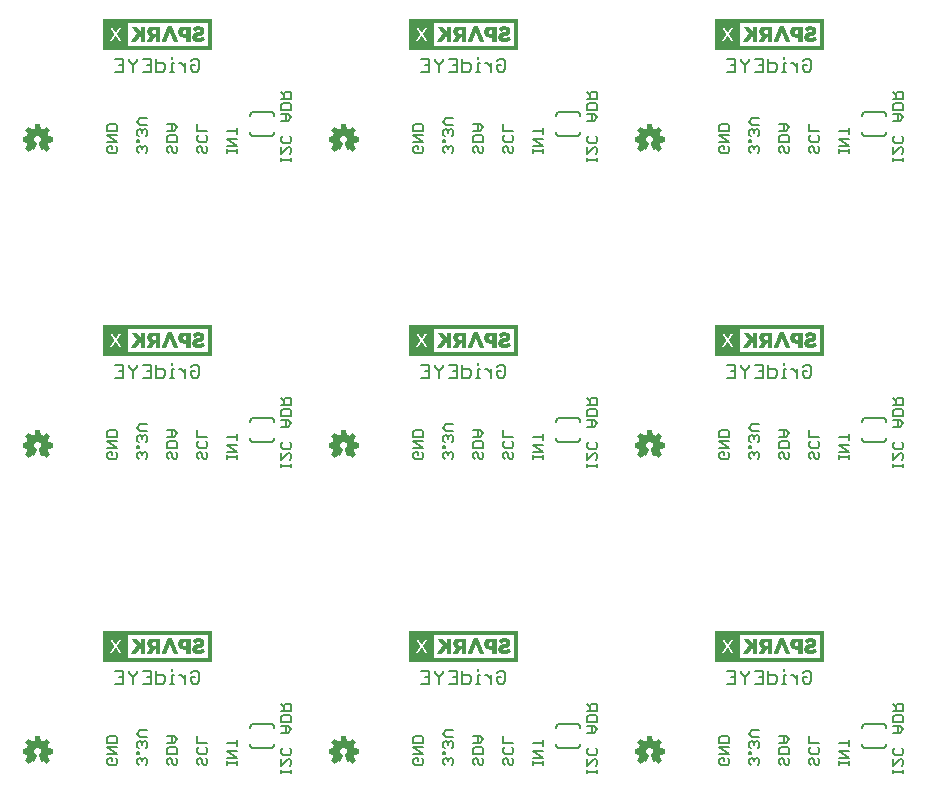
<source format=gbo>
G75*
%MOIN*%
%OFA0B0*%
%FSLAX25Y25*%
%IPPOS*%
%LPD*%
%AMOC8*
5,1,8,0,0,1.08239X$1,22.5*
%
%ADD10C,0.00600*%
%ADD11C,0.00800*%
%ADD12C,0.00299*%
%ADD13C,0.00039*%
D10*
X0055300Y0047367D02*
X0055300Y0048501D01*
X0055867Y0049069D01*
X0057001Y0049069D01*
X0057001Y0047934D01*
X0055867Y0046800D02*
X0055300Y0047367D01*
X0055867Y0046800D02*
X0058136Y0046800D01*
X0058703Y0047367D01*
X0058703Y0048501D01*
X0058136Y0049069D01*
X0058703Y0050483D02*
X0055300Y0052752D01*
X0058703Y0052752D01*
X0058703Y0054166D02*
X0058703Y0055868D01*
X0058136Y0056435D01*
X0055867Y0056435D01*
X0055300Y0055868D01*
X0055300Y0054166D01*
X0058703Y0054166D01*
X0058703Y0050483D02*
X0055300Y0050483D01*
X0065300Y0050483D02*
X0065300Y0051050D01*
X0065867Y0051050D01*
X0065867Y0050483D01*
X0065300Y0050483D01*
X0065867Y0049069D02*
X0065300Y0048501D01*
X0065300Y0047367D01*
X0065867Y0046800D01*
X0067001Y0047934D02*
X0067001Y0048501D01*
X0066434Y0049069D01*
X0065867Y0049069D01*
X0067001Y0048501D02*
X0067569Y0049069D01*
X0068136Y0049069D01*
X0068703Y0048501D01*
X0068703Y0047367D01*
X0068136Y0046800D01*
X0068136Y0052325D02*
X0068703Y0052892D01*
X0068703Y0054026D01*
X0068136Y0054593D01*
X0067569Y0054593D01*
X0067001Y0054026D01*
X0066434Y0054593D01*
X0065867Y0054593D01*
X0065300Y0054026D01*
X0065300Y0052892D01*
X0065867Y0052325D01*
X0067001Y0053459D02*
X0067001Y0054026D01*
X0066434Y0056008D02*
X0065300Y0057142D01*
X0066434Y0058276D01*
X0068703Y0058276D01*
X0068703Y0056008D02*
X0066434Y0056008D01*
X0075300Y0056435D02*
X0077569Y0056435D01*
X0078703Y0055301D01*
X0077569Y0054166D01*
X0075300Y0054166D01*
X0075867Y0052752D02*
X0078136Y0052752D01*
X0078703Y0052185D01*
X0078703Y0050483D01*
X0075300Y0050483D01*
X0075300Y0052185D01*
X0075867Y0052752D01*
X0077001Y0054166D02*
X0077001Y0056435D01*
X0076434Y0049069D02*
X0075867Y0049069D01*
X0075300Y0048501D01*
X0075300Y0047367D01*
X0075867Y0046800D01*
X0077001Y0047367D02*
X0077001Y0048501D01*
X0076434Y0049069D01*
X0078136Y0049069D02*
X0078703Y0048501D01*
X0078703Y0047367D01*
X0078136Y0046800D01*
X0077569Y0046800D01*
X0077001Y0047367D01*
X0085300Y0047367D02*
X0085867Y0046800D01*
X0085300Y0047367D02*
X0085300Y0048501D01*
X0085867Y0049069D01*
X0086434Y0049069D01*
X0087001Y0048501D01*
X0087001Y0047367D01*
X0087569Y0046800D01*
X0088136Y0046800D01*
X0088703Y0047367D01*
X0088703Y0048501D01*
X0088136Y0049069D01*
X0088136Y0050483D02*
X0085867Y0050483D01*
X0085300Y0051050D01*
X0085300Y0052185D01*
X0085867Y0052752D01*
X0085300Y0054166D02*
X0085300Y0056435D01*
X0085300Y0054166D02*
X0088703Y0054166D01*
X0088136Y0052752D02*
X0088703Y0052185D01*
X0088703Y0051050D01*
X0088136Y0050483D01*
X0095300Y0051524D02*
X0098703Y0051524D01*
X0098703Y0052939D02*
X0098703Y0055207D01*
X0098703Y0054073D02*
X0095300Y0054073D01*
X0095300Y0051524D02*
X0098703Y0049255D01*
X0095300Y0049255D01*
X0095300Y0047934D02*
X0095300Y0046800D01*
X0095300Y0047367D02*
X0098703Y0047367D01*
X0098703Y0046800D02*
X0098703Y0047934D01*
X0113300Y0048747D02*
X0113300Y0046478D01*
X0115569Y0048747D01*
X0116136Y0048747D01*
X0116703Y0048180D01*
X0116703Y0047045D01*
X0116136Y0046478D01*
X0116703Y0045157D02*
X0116703Y0044023D01*
X0116703Y0044590D02*
X0113300Y0044590D01*
X0113300Y0044023D02*
X0113300Y0045157D01*
X0113867Y0050161D02*
X0113300Y0050729D01*
X0113300Y0051863D01*
X0113867Y0052430D01*
X0113867Y0050161D02*
X0116136Y0050161D01*
X0116703Y0050729D01*
X0116703Y0051863D01*
X0116136Y0052430D01*
X0115569Y0057528D02*
X0116703Y0058662D01*
X0115569Y0059796D01*
X0113300Y0059796D01*
X0113300Y0061211D02*
X0113300Y0062912D01*
X0113867Y0063479D01*
X0116136Y0063479D01*
X0116703Y0062912D01*
X0116703Y0061211D01*
X0113300Y0061211D01*
X0115001Y0059796D02*
X0115001Y0057528D01*
X0115569Y0057528D02*
X0113300Y0057528D01*
X0113300Y0064894D02*
X0116703Y0064894D01*
X0116703Y0066595D01*
X0116136Y0067163D01*
X0115001Y0067163D01*
X0114434Y0066595D01*
X0114434Y0064894D01*
X0114434Y0066028D02*
X0113300Y0067163D01*
X0157300Y0055868D02*
X0157300Y0054166D01*
X0160703Y0054166D01*
X0160703Y0055868D01*
X0160136Y0056435D01*
X0157867Y0056435D01*
X0157300Y0055868D01*
X0157300Y0052752D02*
X0160703Y0052752D01*
X0160703Y0050483D02*
X0157300Y0052752D01*
X0157300Y0050483D02*
X0160703Y0050483D01*
X0160136Y0049069D02*
X0160703Y0048501D01*
X0160703Y0047367D01*
X0160136Y0046800D01*
X0157867Y0046800D01*
X0157300Y0047367D01*
X0157300Y0048501D01*
X0157867Y0049069D01*
X0159001Y0049069D01*
X0159001Y0047934D01*
X0167300Y0047367D02*
X0167867Y0046800D01*
X0167300Y0047367D02*
X0167300Y0048501D01*
X0167867Y0049069D01*
X0168434Y0049069D01*
X0169001Y0048501D01*
X0169001Y0047934D01*
X0169001Y0048501D02*
X0169569Y0049069D01*
X0170136Y0049069D01*
X0170703Y0048501D01*
X0170703Y0047367D01*
X0170136Y0046800D01*
X0167867Y0050483D02*
X0167867Y0051050D01*
X0167300Y0051050D01*
X0167300Y0050483D01*
X0167867Y0050483D01*
X0167867Y0052325D02*
X0167300Y0052892D01*
X0167300Y0054026D01*
X0167867Y0054593D01*
X0168434Y0054593D01*
X0169001Y0054026D01*
X0169001Y0053459D01*
X0169001Y0054026D02*
X0169569Y0054593D01*
X0170136Y0054593D01*
X0170703Y0054026D01*
X0170703Y0052892D01*
X0170136Y0052325D01*
X0170703Y0056008D02*
X0168434Y0056008D01*
X0167300Y0057142D01*
X0168434Y0058276D01*
X0170703Y0058276D01*
X0177300Y0056435D02*
X0179569Y0056435D01*
X0180703Y0055301D01*
X0179569Y0054166D01*
X0177300Y0054166D01*
X0177867Y0052752D02*
X0177300Y0052185D01*
X0177300Y0050483D01*
X0180703Y0050483D01*
X0180703Y0052185D01*
X0180136Y0052752D01*
X0177867Y0052752D01*
X0179001Y0054166D02*
X0179001Y0056435D01*
X0178434Y0049069D02*
X0177867Y0049069D01*
X0177300Y0048501D01*
X0177300Y0047367D01*
X0177867Y0046800D01*
X0179001Y0047367D02*
X0179001Y0048501D01*
X0178434Y0049069D01*
X0180136Y0049069D02*
X0180703Y0048501D01*
X0180703Y0047367D01*
X0180136Y0046800D01*
X0179569Y0046800D01*
X0179001Y0047367D01*
X0187300Y0047367D02*
X0187867Y0046800D01*
X0187300Y0047367D02*
X0187300Y0048501D01*
X0187867Y0049069D01*
X0188434Y0049069D01*
X0189001Y0048501D01*
X0189001Y0047367D01*
X0189569Y0046800D01*
X0190136Y0046800D01*
X0190703Y0047367D01*
X0190703Y0048501D01*
X0190136Y0049069D01*
X0190136Y0050483D02*
X0187867Y0050483D01*
X0187300Y0051050D01*
X0187300Y0052185D01*
X0187867Y0052752D01*
X0187300Y0054166D02*
X0187300Y0056435D01*
X0187300Y0054166D02*
X0190703Y0054166D01*
X0190136Y0052752D02*
X0190703Y0052185D01*
X0190703Y0051050D01*
X0190136Y0050483D01*
X0197300Y0051524D02*
X0200703Y0051524D01*
X0200703Y0052939D02*
X0200703Y0055207D01*
X0200703Y0054073D02*
X0197300Y0054073D01*
X0197300Y0051524D02*
X0200703Y0049255D01*
X0197300Y0049255D01*
X0197300Y0047934D02*
X0197300Y0046800D01*
X0197300Y0047367D02*
X0200703Y0047367D01*
X0200703Y0046800D02*
X0200703Y0047934D01*
X0215300Y0048747D02*
X0215300Y0046478D01*
X0217569Y0048747D01*
X0218136Y0048747D01*
X0218703Y0048180D01*
X0218703Y0047045D01*
X0218136Y0046478D01*
X0218703Y0045157D02*
X0218703Y0044023D01*
X0218703Y0044590D02*
X0215300Y0044590D01*
X0215300Y0044023D02*
X0215300Y0045157D01*
X0215867Y0050161D02*
X0215300Y0050729D01*
X0215300Y0051863D01*
X0215867Y0052430D01*
X0215867Y0050161D02*
X0218136Y0050161D01*
X0218703Y0050729D01*
X0218703Y0051863D01*
X0218136Y0052430D01*
X0217569Y0057528D02*
X0218703Y0058662D01*
X0217569Y0059796D01*
X0215300Y0059796D01*
X0215300Y0061211D02*
X0215300Y0062912D01*
X0215867Y0063479D01*
X0218136Y0063479D01*
X0218703Y0062912D01*
X0218703Y0061211D01*
X0215300Y0061211D01*
X0217001Y0059796D02*
X0217001Y0057528D01*
X0217569Y0057528D02*
X0215300Y0057528D01*
X0215300Y0064894D02*
X0218703Y0064894D01*
X0218703Y0066595D01*
X0218136Y0067163D01*
X0217001Y0067163D01*
X0216434Y0066595D01*
X0216434Y0064894D01*
X0216434Y0066028D02*
X0215300Y0067163D01*
X0259300Y0055868D02*
X0259300Y0054166D01*
X0262703Y0054166D01*
X0262703Y0055868D01*
X0262136Y0056435D01*
X0259867Y0056435D01*
X0259300Y0055868D01*
X0259300Y0052752D02*
X0262703Y0052752D01*
X0262703Y0050483D02*
X0259300Y0050483D01*
X0259867Y0049069D02*
X0261001Y0049069D01*
X0261001Y0047934D01*
X0259867Y0046800D02*
X0262136Y0046800D01*
X0262703Y0047367D01*
X0262703Y0048501D01*
X0262136Y0049069D01*
X0262703Y0050483D02*
X0259300Y0052752D01*
X0259867Y0049069D02*
X0259300Y0048501D01*
X0259300Y0047367D01*
X0259867Y0046800D01*
X0269300Y0047367D02*
X0269867Y0046800D01*
X0269300Y0047367D02*
X0269300Y0048501D01*
X0269867Y0049069D01*
X0270434Y0049069D01*
X0271001Y0048501D01*
X0271001Y0047934D01*
X0271001Y0048501D02*
X0271569Y0049069D01*
X0272136Y0049069D01*
X0272703Y0048501D01*
X0272703Y0047367D01*
X0272136Y0046800D01*
X0269867Y0050483D02*
X0269867Y0051050D01*
X0269300Y0051050D01*
X0269300Y0050483D01*
X0269867Y0050483D01*
X0269867Y0052325D02*
X0269300Y0052892D01*
X0269300Y0054026D01*
X0269867Y0054593D01*
X0270434Y0054593D01*
X0271001Y0054026D01*
X0271001Y0053459D01*
X0271001Y0054026D02*
X0271569Y0054593D01*
X0272136Y0054593D01*
X0272703Y0054026D01*
X0272703Y0052892D01*
X0272136Y0052325D01*
X0272703Y0056008D02*
X0270434Y0056008D01*
X0269300Y0057142D01*
X0270434Y0058276D01*
X0272703Y0058276D01*
X0279300Y0056435D02*
X0281569Y0056435D01*
X0282703Y0055301D01*
X0281569Y0054166D01*
X0279300Y0054166D01*
X0279867Y0052752D02*
X0282136Y0052752D01*
X0282703Y0052185D01*
X0282703Y0050483D01*
X0279300Y0050483D01*
X0279300Y0052185D01*
X0279867Y0052752D01*
X0281001Y0054166D02*
X0281001Y0056435D01*
X0280434Y0049069D02*
X0279867Y0049069D01*
X0279300Y0048501D01*
X0279300Y0047367D01*
X0279867Y0046800D01*
X0281001Y0047367D02*
X0281001Y0048501D01*
X0280434Y0049069D01*
X0282136Y0049069D02*
X0282703Y0048501D01*
X0282703Y0047367D01*
X0282136Y0046800D01*
X0281569Y0046800D01*
X0281001Y0047367D01*
X0289300Y0047367D02*
X0289867Y0046800D01*
X0289300Y0047367D02*
X0289300Y0048501D01*
X0289867Y0049069D01*
X0290434Y0049069D01*
X0291001Y0048501D01*
X0291001Y0047367D01*
X0291569Y0046800D01*
X0292136Y0046800D01*
X0292703Y0047367D01*
X0292703Y0048501D01*
X0292136Y0049069D01*
X0292136Y0050483D02*
X0289867Y0050483D01*
X0289300Y0051050D01*
X0289300Y0052185D01*
X0289867Y0052752D01*
X0289300Y0054166D02*
X0289300Y0056435D01*
X0289300Y0054166D02*
X0292703Y0054166D01*
X0292136Y0052752D02*
X0292703Y0052185D01*
X0292703Y0051050D01*
X0292136Y0050483D01*
X0299300Y0051524D02*
X0302703Y0051524D01*
X0302703Y0052939D02*
X0302703Y0055207D01*
X0302703Y0054073D02*
X0299300Y0054073D01*
X0299300Y0051524D02*
X0302703Y0049255D01*
X0299300Y0049255D01*
X0299300Y0047934D02*
X0299300Y0046800D01*
X0299300Y0047367D02*
X0302703Y0047367D01*
X0302703Y0046800D02*
X0302703Y0047934D01*
X0317300Y0048747D02*
X0317300Y0046478D01*
X0319569Y0048747D01*
X0320136Y0048747D01*
X0320703Y0048180D01*
X0320703Y0047045D01*
X0320136Y0046478D01*
X0320703Y0045157D02*
X0320703Y0044023D01*
X0320703Y0044590D02*
X0317300Y0044590D01*
X0317300Y0044023D02*
X0317300Y0045157D01*
X0317867Y0050161D02*
X0317300Y0050729D01*
X0317300Y0051863D01*
X0317867Y0052430D01*
X0317867Y0050161D02*
X0320136Y0050161D01*
X0320703Y0050729D01*
X0320703Y0051863D01*
X0320136Y0052430D01*
X0319569Y0057528D02*
X0317300Y0057528D01*
X0319001Y0057528D02*
X0319001Y0059796D01*
X0319569Y0059796D02*
X0317300Y0059796D01*
X0317300Y0061211D02*
X0317300Y0062912D01*
X0317867Y0063479D01*
X0320136Y0063479D01*
X0320703Y0062912D01*
X0320703Y0061211D01*
X0317300Y0061211D01*
X0319569Y0059796D02*
X0320703Y0058662D01*
X0319569Y0057528D01*
X0320703Y0064894D02*
X0317300Y0064894D01*
X0318434Y0064894D02*
X0318434Y0066595D01*
X0319001Y0067163D01*
X0320136Y0067163D01*
X0320703Y0066595D01*
X0320703Y0064894D01*
X0318434Y0066028D02*
X0317300Y0067163D01*
X0317300Y0146023D02*
X0317300Y0147157D01*
X0317300Y0146590D02*
X0320703Y0146590D01*
X0320703Y0146023D02*
X0320703Y0147157D01*
X0320136Y0148478D02*
X0320703Y0149045D01*
X0320703Y0150180D01*
X0320136Y0150747D01*
X0319569Y0150747D01*
X0317300Y0148478D01*
X0317300Y0150747D01*
X0317867Y0152161D02*
X0317300Y0152729D01*
X0317300Y0153863D01*
X0317867Y0154430D01*
X0317867Y0152161D02*
X0320136Y0152161D01*
X0320703Y0152729D01*
X0320703Y0153863D01*
X0320136Y0154430D01*
X0319569Y0159528D02*
X0317300Y0159528D01*
X0319001Y0159528D02*
X0319001Y0161796D01*
X0319569Y0161796D02*
X0317300Y0161796D01*
X0317300Y0163211D02*
X0317300Y0164912D01*
X0317867Y0165479D01*
X0320136Y0165479D01*
X0320703Y0164912D01*
X0320703Y0163211D01*
X0317300Y0163211D01*
X0319569Y0161796D02*
X0320703Y0160662D01*
X0319569Y0159528D01*
X0320703Y0166894D02*
X0317300Y0166894D01*
X0318434Y0166894D02*
X0318434Y0168595D01*
X0319001Y0169163D01*
X0320136Y0169163D01*
X0320703Y0168595D01*
X0320703Y0166894D01*
X0318434Y0168028D02*
X0317300Y0169163D01*
X0302703Y0157207D02*
X0302703Y0154939D01*
X0302703Y0156073D02*
X0299300Y0156073D01*
X0299300Y0153524D02*
X0302703Y0153524D01*
X0302703Y0151255D02*
X0299300Y0151255D01*
X0299300Y0149934D02*
X0299300Y0148800D01*
X0299300Y0149367D02*
X0302703Y0149367D01*
X0302703Y0148800D02*
X0302703Y0149934D01*
X0302703Y0151255D02*
X0299300Y0153524D01*
X0292703Y0153050D02*
X0292136Y0152483D01*
X0289867Y0152483D01*
X0289300Y0153050D01*
X0289300Y0154185D01*
X0289867Y0154752D01*
X0289300Y0156166D02*
X0289300Y0158435D01*
X0289300Y0156166D02*
X0292703Y0156166D01*
X0292136Y0154752D02*
X0292703Y0154185D01*
X0292703Y0153050D01*
X0292136Y0151069D02*
X0292703Y0150501D01*
X0292703Y0149367D01*
X0292136Y0148800D01*
X0291569Y0148800D01*
X0291001Y0149367D01*
X0291001Y0150501D01*
X0290434Y0151069D01*
X0289867Y0151069D01*
X0289300Y0150501D01*
X0289300Y0149367D01*
X0289867Y0148800D01*
X0282703Y0149367D02*
X0282136Y0148800D01*
X0281569Y0148800D01*
X0281001Y0149367D01*
X0281001Y0150501D01*
X0280434Y0151069D01*
X0279867Y0151069D01*
X0279300Y0150501D01*
X0279300Y0149367D01*
X0279867Y0148800D01*
X0282703Y0149367D02*
X0282703Y0150501D01*
X0282136Y0151069D01*
X0282703Y0152483D02*
X0279300Y0152483D01*
X0279300Y0154185D01*
X0279867Y0154752D01*
X0282136Y0154752D01*
X0282703Y0154185D01*
X0282703Y0152483D01*
X0281569Y0156166D02*
X0282703Y0157301D01*
X0281569Y0158435D01*
X0279300Y0158435D01*
X0281001Y0158435D02*
X0281001Y0156166D01*
X0281569Y0156166D02*
X0279300Y0156166D01*
X0272703Y0156026D02*
X0272136Y0156593D01*
X0271569Y0156593D01*
X0271001Y0156026D01*
X0270434Y0156593D01*
X0269867Y0156593D01*
X0269300Y0156026D01*
X0269300Y0154892D01*
X0269867Y0154325D01*
X0269867Y0153050D02*
X0269300Y0153050D01*
X0269300Y0152483D01*
X0269867Y0152483D01*
X0269867Y0153050D01*
X0269867Y0151069D02*
X0269300Y0150501D01*
X0269300Y0149367D01*
X0269867Y0148800D01*
X0271001Y0149934D02*
X0271001Y0150501D01*
X0270434Y0151069D01*
X0269867Y0151069D01*
X0271001Y0150501D02*
X0271569Y0151069D01*
X0272136Y0151069D01*
X0272703Y0150501D01*
X0272703Y0149367D01*
X0272136Y0148800D01*
X0272136Y0154325D02*
X0272703Y0154892D01*
X0272703Y0156026D01*
X0271001Y0156026D02*
X0271001Y0155459D01*
X0270434Y0158008D02*
X0269300Y0159142D01*
X0270434Y0160276D01*
X0272703Y0160276D01*
X0272703Y0158008D02*
X0270434Y0158008D01*
X0262703Y0157868D02*
X0262703Y0156166D01*
X0259300Y0156166D01*
X0259300Y0157868D01*
X0259867Y0158435D01*
X0262136Y0158435D01*
X0262703Y0157868D01*
X0262703Y0154752D02*
X0259300Y0154752D01*
X0262703Y0152483D01*
X0259300Y0152483D01*
X0259867Y0151069D02*
X0261001Y0151069D01*
X0261001Y0149934D01*
X0259867Y0148800D02*
X0262136Y0148800D01*
X0262703Y0149367D01*
X0262703Y0150501D01*
X0262136Y0151069D01*
X0259867Y0151069D02*
X0259300Y0150501D01*
X0259300Y0149367D01*
X0259867Y0148800D01*
X0218703Y0149045D02*
X0218136Y0148478D01*
X0218703Y0149045D02*
X0218703Y0150180D01*
X0218136Y0150747D01*
X0217569Y0150747D01*
X0215300Y0148478D01*
X0215300Y0150747D01*
X0215867Y0152161D02*
X0215300Y0152729D01*
X0215300Y0153863D01*
X0215867Y0154430D01*
X0215867Y0152161D02*
X0218136Y0152161D01*
X0218703Y0152729D01*
X0218703Y0153863D01*
X0218136Y0154430D01*
X0217569Y0159528D02*
X0218703Y0160662D01*
X0217569Y0161796D01*
X0215300Y0161796D01*
X0215300Y0163211D02*
X0215300Y0164912D01*
X0215867Y0165479D01*
X0218136Y0165479D01*
X0218703Y0164912D01*
X0218703Y0163211D01*
X0215300Y0163211D01*
X0217001Y0161796D02*
X0217001Y0159528D01*
X0217569Y0159528D02*
X0215300Y0159528D01*
X0215300Y0166894D02*
X0218703Y0166894D01*
X0218703Y0168595D01*
X0218136Y0169163D01*
X0217001Y0169163D01*
X0216434Y0168595D01*
X0216434Y0166894D01*
X0216434Y0168028D02*
X0215300Y0169163D01*
X0200703Y0157207D02*
X0200703Y0154939D01*
X0200703Y0156073D02*
X0197300Y0156073D01*
X0197300Y0153524D02*
X0200703Y0153524D01*
X0200703Y0151255D02*
X0197300Y0151255D01*
X0197300Y0149934D02*
X0197300Y0148800D01*
X0197300Y0149367D02*
X0200703Y0149367D01*
X0200703Y0148800D02*
X0200703Y0149934D01*
X0200703Y0151255D02*
X0197300Y0153524D01*
X0190703Y0153050D02*
X0190136Y0152483D01*
X0187867Y0152483D01*
X0187300Y0153050D01*
X0187300Y0154185D01*
X0187867Y0154752D01*
X0187300Y0156166D02*
X0187300Y0158435D01*
X0187300Y0156166D02*
X0190703Y0156166D01*
X0190136Y0154752D02*
X0190703Y0154185D01*
X0190703Y0153050D01*
X0190136Y0151069D02*
X0190703Y0150501D01*
X0190703Y0149367D01*
X0190136Y0148800D01*
X0189569Y0148800D01*
X0189001Y0149367D01*
X0189001Y0150501D01*
X0188434Y0151069D01*
X0187867Y0151069D01*
X0187300Y0150501D01*
X0187300Y0149367D01*
X0187867Y0148800D01*
X0180703Y0149367D02*
X0180136Y0148800D01*
X0179569Y0148800D01*
X0179001Y0149367D01*
X0179001Y0150501D01*
X0178434Y0151069D01*
X0177867Y0151069D01*
X0177300Y0150501D01*
X0177300Y0149367D01*
X0177867Y0148800D01*
X0180703Y0149367D02*
X0180703Y0150501D01*
X0180136Y0151069D01*
X0180703Y0152483D02*
X0177300Y0152483D01*
X0177300Y0154185D01*
X0177867Y0154752D01*
X0180136Y0154752D01*
X0180703Y0154185D01*
X0180703Y0152483D01*
X0179569Y0156166D02*
X0180703Y0157301D01*
X0179569Y0158435D01*
X0177300Y0158435D01*
X0179001Y0158435D02*
X0179001Y0156166D01*
X0179569Y0156166D02*
X0177300Y0156166D01*
X0170703Y0156026D02*
X0170136Y0156593D01*
X0169569Y0156593D01*
X0169001Y0156026D01*
X0168434Y0156593D01*
X0167867Y0156593D01*
X0167300Y0156026D01*
X0167300Y0154892D01*
X0167867Y0154325D01*
X0167867Y0153050D02*
X0167300Y0153050D01*
X0167300Y0152483D01*
X0167867Y0152483D01*
X0167867Y0153050D01*
X0167867Y0151069D02*
X0167300Y0150501D01*
X0167300Y0149367D01*
X0167867Y0148800D01*
X0169001Y0149934D02*
X0169001Y0150501D01*
X0168434Y0151069D01*
X0167867Y0151069D01*
X0169001Y0150501D02*
X0169569Y0151069D01*
X0170136Y0151069D01*
X0170703Y0150501D01*
X0170703Y0149367D01*
X0170136Y0148800D01*
X0170136Y0154325D02*
X0170703Y0154892D01*
X0170703Y0156026D01*
X0169001Y0156026D02*
X0169001Y0155459D01*
X0168434Y0158008D02*
X0167300Y0159142D01*
X0168434Y0160276D01*
X0170703Y0160276D01*
X0170703Y0158008D02*
X0168434Y0158008D01*
X0160703Y0157868D02*
X0160703Y0156166D01*
X0157300Y0156166D01*
X0157300Y0157868D01*
X0157867Y0158435D01*
X0160136Y0158435D01*
X0160703Y0157868D01*
X0160703Y0154752D02*
X0157300Y0154752D01*
X0160703Y0152483D01*
X0157300Y0152483D01*
X0157867Y0151069D02*
X0159001Y0151069D01*
X0159001Y0149934D01*
X0157867Y0148800D02*
X0157300Y0149367D01*
X0157300Y0150501D01*
X0157867Y0151069D01*
X0160136Y0151069D02*
X0160703Y0150501D01*
X0160703Y0149367D01*
X0160136Y0148800D01*
X0157867Y0148800D01*
X0116703Y0149045D02*
X0116136Y0148478D01*
X0116703Y0149045D02*
X0116703Y0150180D01*
X0116136Y0150747D01*
X0115569Y0150747D01*
X0113300Y0148478D01*
X0113300Y0150747D01*
X0113867Y0152161D02*
X0113300Y0152729D01*
X0113300Y0153863D01*
X0113867Y0154430D01*
X0113867Y0152161D02*
X0116136Y0152161D01*
X0116703Y0152729D01*
X0116703Y0153863D01*
X0116136Y0154430D01*
X0115569Y0159528D02*
X0116703Y0160662D01*
X0115569Y0161796D01*
X0113300Y0161796D01*
X0113300Y0163211D02*
X0113300Y0164912D01*
X0113867Y0165479D01*
X0116136Y0165479D01*
X0116703Y0164912D01*
X0116703Y0163211D01*
X0113300Y0163211D01*
X0115001Y0161796D02*
X0115001Y0159528D01*
X0115569Y0159528D02*
X0113300Y0159528D01*
X0113300Y0166894D02*
X0116703Y0166894D01*
X0116703Y0168595D01*
X0116136Y0169163D01*
X0115001Y0169163D01*
X0114434Y0168595D01*
X0114434Y0166894D01*
X0114434Y0168028D02*
X0113300Y0169163D01*
X0098703Y0157207D02*
X0098703Y0154939D01*
X0098703Y0156073D02*
X0095300Y0156073D01*
X0095300Y0153524D02*
X0098703Y0153524D01*
X0098703Y0151255D02*
X0095300Y0153524D01*
X0095300Y0151255D02*
X0098703Y0151255D01*
X0098703Y0149934D02*
X0098703Y0148800D01*
X0098703Y0149367D02*
X0095300Y0149367D01*
X0095300Y0148800D02*
X0095300Y0149934D01*
X0088703Y0149367D02*
X0088136Y0148800D01*
X0087569Y0148800D01*
X0087001Y0149367D01*
X0087001Y0150501D01*
X0086434Y0151069D01*
X0085867Y0151069D01*
X0085300Y0150501D01*
X0085300Y0149367D01*
X0085867Y0148800D01*
X0088703Y0149367D02*
X0088703Y0150501D01*
X0088136Y0151069D01*
X0088136Y0152483D02*
X0085867Y0152483D01*
X0085300Y0153050D01*
X0085300Y0154185D01*
X0085867Y0154752D01*
X0085300Y0156166D02*
X0085300Y0158435D01*
X0085300Y0156166D02*
X0088703Y0156166D01*
X0088136Y0154752D02*
X0088703Y0154185D01*
X0088703Y0153050D01*
X0088136Y0152483D01*
X0078703Y0152483D02*
X0078703Y0154185D01*
X0078136Y0154752D01*
X0075867Y0154752D01*
X0075300Y0154185D01*
X0075300Y0152483D01*
X0078703Y0152483D01*
X0078136Y0151069D02*
X0078703Y0150501D01*
X0078703Y0149367D01*
X0078136Y0148800D01*
X0077569Y0148800D01*
X0077001Y0149367D01*
X0077001Y0150501D01*
X0076434Y0151069D01*
X0075867Y0151069D01*
X0075300Y0150501D01*
X0075300Y0149367D01*
X0075867Y0148800D01*
X0075300Y0156166D02*
X0077569Y0156166D01*
X0078703Y0157301D01*
X0077569Y0158435D01*
X0075300Y0158435D01*
X0077001Y0158435D02*
X0077001Y0156166D01*
X0068703Y0156026D02*
X0068136Y0156593D01*
X0067569Y0156593D01*
X0067001Y0156026D01*
X0066434Y0156593D01*
X0065867Y0156593D01*
X0065300Y0156026D01*
X0065300Y0154892D01*
X0065867Y0154325D01*
X0065867Y0153050D02*
X0065300Y0153050D01*
X0065300Y0152483D01*
X0065867Y0152483D01*
X0065867Y0153050D01*
X0065867Y0151069D02*
X0065300Y0150501D01*
X0065300Y0149367D01*
X0065867Y0148800D01*
X0067001Y0149934D02*
X0067001Y0150501D01*
X0066434Y0151069D01*
X0065867Y0151069D01*
X0067001Y0150501D02*
X0067569Y0151069D01*
X0068136Y0151069D01*
X0068703Y0150501D01*
X0068703Y0149367D01*
X0068136Y0148800D01*
X0068136Y0154325D02*
X0068703Y0154892D01*
X0068703Y0156026D01*
X0067001Y0156026D02*
X0067001Y0155459D01*
X0066434Y0158008D02*
X0065300Y0159142D01*
X0066434Y0160276D01*
X0068703Y0160276D01*
X0068703Y0158008D02*
X0066434Y0158008D01*
X0058703Y0157868D02*
X0058703Y0156166D01*
X0055300Y0156166D01*
X0055300Y0157868D01*
X0055867Y0158435D01*
X0058136Y0158435D01*
X0058703Y0157868D01*
X0058703Y0154752D02*
X0055300Y0154752D01*
X0058703Y0152483D01*
X0055300Y0152483D01*
X0055867Y0151069D02*
X0057001Y0151069D01*
X0057001Y0149934D01*
X0055867Y0148800D02*
X0055300Y0149367D01*
X0055300Y0150501D01*
X0055867Y0151069D01*
X0058136Y0151069D02*
X0058703Y0150501D01*
X0058703Y0149367D01*
X0058136Y0148800D01*
X0055867Y0148800D01*
X0113300Y0147157D02*
X0113300Y0146023D01*
X0113300Y0146590D02*
X0116703Y0146590D01*
X0116703Y0146023D02*
X0116703Y0147157D01*
X0215300Y0147157D02*
X0215300Y0146023D01*
X0215300Y0146590D02*
X0218703Y0146590D01*
X0218703Y0146023D02*
X0218703Y0147157D01*
X0218703Y0248023D02*
X0218703Y0249157D01*
X0218703Y0248590D02*
X0215300Y0248590D01*
X0215300Y0248023D02*
X0215300Y0249157D01*
X0215300Y0250478D02*
X0217569Y0252747D01*
X0218136Y0252747D01*
X0218703Y0252180D01*
X0218703Y0251045D01*
X0218136Y0250478D01*
X0215300Y0250478D02*
X0215300Y0252747D01*
X0215867Y0254161D02*
X0215300Y0254729D01*
X0215300Y0255863D01*
X0215867Y0256430D01*
X0215867Y0254161D02*
X0218136Y0254161D01*
X0218703Y0254729D01*
X0218703Y0255863D01*
X0218136Y0256430D01*
X0217569Y0261528D02*
X0218703Y0262662D01*
X0217569Y0263796D01*
X0215300Y0263796D01*
X0215300Y0265211D02*
X0215300Y0266912D01*
X0215867Y0267479D01*
X0218136Y0267479D01*
X0218703Y0266912D01*
X0218703Y0265211D01*
X0215300Y0265211D01*
X0217001Y0263796D02*
X0217001Y0261528D01*
X0217569Y0261528D02*
X0215300Y0261528D01*
X0215300Y0268894D02*
X0218703Y0268894D01*
X0218703Y0270595D01*
X0218136Y0271163D01*
X0217001Y0271163D01*
X0216434Y0270595D01*
X0216434Y0268894D01*
X0216434Y0270028D02*
X0215300Y0271163D01*
X0200703Y0259207D02*
X0200703Y0256939D01*
X0200703Y0258073D02*
X0197300Y0258073D01*
X0197300Y0255524D02*
X0200703Y0255524D01*
X0200703Y0253255D02*
X0197300Y0255524D01*
X0197300Y0253255D02*
X0200703Y0253255D01*
X0200703Y0251934D02*
X0200703Y0250800D01*
X0200703Y0251367D02*
X0197300Y0251367D01*
X0197300Y0250800D02*
X0197300Y0251934D01*
X0190703Y0251367D02*
X0190136Y0250800D01*
X0189569Y0250800D01*
X0189001Y0251367D01*
X0189001Y0252501D01*
X0188434Y0253069D01*
X0187867Y0253069D01*
X0187300Y0252501D01*
X0187300Y0251367D01*
X0187867Y0250800D01*
X0190703Y0251367D02*
X0190703Y0252501D01*
X0190136Y0253069D01*
X0190136Y0254483D02*
X0187867Y0254483D01*
X0187300Y0255050D01*
X0187300Y0256185D01*
X0187867Y0256752D01*
X0187300Y0258166D02*
X0187300Y0260435D01*
X0187300Y0258166D02*
X0190703Y0258166D01*
X0190136Y0256752D02*
X0190703Y0256185D01*
X0190703Y0255050D01*
X0190136Y0254483D01*
X0180703Y0254483D02*
X0180703Y0256185D01*
X0180136Y0256752D01*
X0177867Y0256752D01*
X0177300Y0256185D01*
X0177300Y0254483D01*
X0180703Y0254483D01*
X0180136Y0253069D02*
X0180703Y0252501D01*
X0180703Y0251367D01*
X0180136Y0250800D01*
X0179569Y0250800D01*
X0179001Y0251367D01*
X0179001Y0252501D01*
X0178434Y0253069D01*
X0177867Y0253069D01*
X0177300Y0252501D01*
X0177300Y0251367D01*
X0177867Y0250800D01*
X0170703Y0251367D02*
X0170703Y0252501D01*
X0170136Y0253069D01*
X0169569Y0253069D01*
X0169001Y0252501D01*
X0168434Y0253069D01*
X0167867Y0253069D01*
X0167300Y0252501D01*
X0167300Y0251367D01*
X0167867Y0250800D01*
X0169001Y0251934D02*
X0169001Y0252501D01*
X0170136Y0250800D02*
X0170703Y0251367D01*
X0167867Y0254483D02*
X0167867Y0255050D01*
X0167300Y0255050D01*
X0167300Y0254483D01*
X0167867Y0254483D01*
X0167867Y0256325D02*
X0167300Y0256892D01*
X0167300Y0258026D01*
X0167867Y0258593D01*
X0168434Y0258593D01*
X0169001Y0258026D01*
X0169001Y0257459D01*
X0169001Y0258026D02*
X0169569Y0258593D01*
X0170136Y0258593D01*
X0170703Y0258026D01*
X0170703Y0256892D01*
X0170136Y0256325D01*
X0170703Y0260008D02*
X0168434Y0260008D01*
X0167300Y0261142D01*
X0168434Y0262276D01*
X0170703Y0262276D01*
X0177300Y0260435D02*
X0179569Y0260435D01*
X0180703Y0259301D01*
X0179569Y0258166D01*
X0177300Y0258166D01*
X0179001Y0258166D02*
X0179001Y0260435D01*
X0160703Y0259868D02*
X0160703Y0258166D01*
X0157300Y0258166D01*
X0157300Y0259868D01*
X0157867Y0260435D01*
X0160136Y0260435D01*
X0160703Y0259868D01*
X0160703Y0256752D02*
X0157300Y0256752D01*
X0160703Y0254483D01*
X0157300Y0254483D01*
X0157867Y0253069D02*
X0159001Y0253069D01*
X0159001Y0251934D01*
X0157867Y0250800D02*
X0157300Y0251367D01*
X0157300Y0252501D01*
X0157867Y0253069D01*
X0160136Y0253069D02*
X0160703Y0252501D01*
X0160703Y0251367D01*
X0160136Y0250800D01*
X0157867Y0250800D01*
X0116703Y0251045D02*
X0116136Y0250478D01*
X0116703Y0251045D02*
X0116703Y0252180D01*
X0116136Y0252747D01*
X0115569Y0252747D01*
X0113300Y0250478D01*
X0113300Y0252747D01*
X0113867Y0254161D02*
X0113300Y0254729D01*
X0113300Y0255863D01*
X0113867Y0256430D01*
X0113867Y0254161D02*
X0116136Y0254161D01*
X0116703Y0254729D01*
X0116703Y0255863D01*
X0116136Y0256430D01*
X0116703Y0249157D02*
X0116703Y0248023D01*
X0116703Y0248590D02*
X0113300Y0248590D01*
X0113300Y0248023D02*
X0113300Y0249157D01*
X0113300Y0261528D02*
X0115569Y0261528D01*
X0116703Y0262662D01*
X0115569Y0263796D01*
X0113300Y0263796D01*
X0113300Y0265211D02*
X0113300Y0266912D01*
X0113867Y0267479D01*
X0116136Y0267479D01*
X0116703Y0266912D01*
X0116703Y0265211D01*
X0113300Y0265211D01*
X0115001Y0263796D02*
X0115001Y0261528D01*
X0114434Y0268894D02*
X0114434Y0270595D01*
X0115001Y0271163D01*
X0116136Y0271163D01*
X0116703Y0270595D01*
X0116703Y0268894D01*
X0113300Y0268894D01*
X0114434Y0270028D02*
X0113300Y0271163D01*
X0098703Y0259207D02*
X0098703Y0256939D01*
X0098703Y0258073D02*
X0095300Y0258073D01*
X0095300Y0255524D02*
X0098703Y0255524D01*
X0098703Y0253255D02*
X0095300Y0255524D01*
X0095300Y0253255D02*
X0098703Y0253255D01*
X0098703Y0251934D02*
X0098703Y0250800D01*
X0098703Y0251367D02*
X0095300Y0251367D01*
X0095300Y0250800D02*
X0095300Y0251934D01*
X0088703Y0251367D02*
X0088136Y0250800D01*
X0087569Y0250800D01*
X0087001Y0251367D01*
X0087001Y0252501D01*
X0086434Y0253069D01*
X0085867Y0253069D01*
X0085300Y0252501D01*
X0085300Y0251367D01*
X0085867Y0250800D01*
X0088703Y0251367D02*
X0088703Y0252501D01*
X0088136Y0253069D01*
X0088136Y0254483D02*
X0085867Y0254483D01*
X0085300Y0255050D01*
X0085300Y0256185D01*
X0085867Y0256752D01*
X0085300Y0258166D02*
X0085300Y0260435D01*
X0085300Y0258166D02*
X0088703Y0258166D01*
X0088136Y0256752D02*
X0088703Y0256185D01*
X0088703Y0255050D01*
X0088136Y0254483D01*
X0078703Y0254483D02*
X0078703Y0256185D01*
X0078136Y0256752D01*
X0075867Y0256752D01*
X0075300Y0256185D01*
X0075300Y0254483D01*
X0078703Y0254483D01*
X0078136Y0253069D02*
X0078703Y0252501D01*
X0078703Y0251367D01*
X0078136Y0250800D01*
X0077569Y0250800D01*
X0077001Y0251367D01*
X0077001Y0252501D01*
X0076434Y0253069D01*
X0075867Y0253069D01*
X0075300Y0252501D01*
X0075300Y0251367D01*
X0075867Y0250800D01*
X0068703Y0251367D02*
X0068703Y0252501D01*
X0068136Y0253069D01*
X0067569Y0253069D01*
X0067001Y0252501D01*
X0066434Y0253069D01*
X0065867Y0253069D01*
X0065300Y0252501D01*
X0065300Y0251367D01*
X0065867Y0250800D01*
X0067001Y0251934D02*
X0067001Y0252501D01*
X0068136Y0250800D02*
X0068703Y0251367D01*
X0065867Y0254483D02*
X0065867Y0255050D01*
X0065300Y0255050D01*
X0065300Y0254483D01*
X0065867Y0254483D01*
X0065867Y0256325D02*
X0065300Y0256892D01*
X0065300Y0258026D01*
X0065867Y0258593D01*
X0066434Y0258593D01*
X0067001Y0258026D01*
X0067001Y0257459D01*
X0067001Y0258026D02*
X0067569Y0258593D01*
X0068136Y0258593D01*
X0068703Y0258026D01*
X0068703Y0256892D01*
X0068136Y0256325D01*
X0068703Y0260008D02*
X0066434Y0260008D01*
X0065300Y0261142D01*
X0066434Y0262276D01*
X0068703Y0262276D01*
X0075300Y0260435D02*
X0077569Y0260435D01*
X0078703Y0259301D01*
X0077569Y0258166D01*
X0075300Y0258166D01*
X0077001Y0258166D02*
X0077001Y0260435D01*
X0058703Y0259868D02*
X0058703Y0258166D01*
X0055300Y0258166D01*
X0055300Y0259868D01*
X0055867Y0260435D01*
X0058136Y0260435D01*
X0058703Y0259868D01*
X0058703Y0256752D02*
X0055300Y0256752D01*
X0058703Y0254483D01*
X0055300Y0254483D01*
X0055867Y0253069D02*
X0057001Y0253069D01*
X0057001Y0251934D01*
X0055867Y0250800D02*
X0055300Y0251367D01*
X0055300Y0252501D01*
X0055867Y0253069D01*
X0058136Y0253069D02*
X0058703Y0252501D01*
X0058703Y0251367D01*
X0058136Y0250800D01*
X0055867Y0250800D01*
X0259300Y0251367D02*
X0259300Y0252501D01*
X0259867Y0253069D01*
X0261001Y0253069D01*
X0261001Y0251934D01*
X0259867Y0250800D02*
X0262136Y0250800D01*
X0262703Y0251367D01*
X0262703Y0252501D01*
X0262136Y0253069D01*
X0262703Y0254483D02*
X0259300Y0256752D01*
X0262703Y0256752D01*
X0262703Y0258166D02*
X0262703Y0259868D01*
X0262136Y0260435D01*
X0259867Y0260435D01*
X0259300Y0259868D01*
X0259300Y0258166D01*
X0262703Y0258166D01*
X0262703Y0254483D02*
X0259300Y0254483D01*
X0259300Y0251367D02*
X0259867Y0250800D01*
X0269300Y0251367D02*
X0269867Y0250800D01*
X0269300Y0251367D02*
X0269300Y0252501D01*
X0269867Y0253069D01*
X0270434Y0253069D01*
X0271001Y0252501D01*
X0271001Y0251934D01*
X0271001Y0252501D02*
X0271569Y0253069D01*
X0272136Y0253069D01*
X0272703Y0252501D01*
X0272703Y0251367D01*
X0272136Y0250800D01*
X0269867Y0254483D02*
X0269867Y0255050D01*
X0269300Y0255050D01*
X0269300Y0254483D01*
X0269867Y0254483D01*
X0269867Y0256325D02*
X0269300Y0256892D01*
X0269300Y0258026D01*
X0269867Y0258593D01*
X0270434Y0258593D01*
X0271001Y0258026D01*
X0271001Y0257459D01*
X0271001Y0258026D02*
X0271569Y0258593D01*
X0272136Y0258593D01*
X0272703Y0258026D01*
X0272703Y0256892D01*
X0272136Y0256325D01*
X0272703Y0260008D02*
X0270434Y0260008D01*
X0269300Y0261142D01*
X0270434Y0262276D01*
X0272703Y0262276D01*
X0279300Y0260435D02*
X0281569Y0260435D01*
X0282703Y0259301D01*
X0281569Y0258166D01*
X0279300Y0258166D01*
X0279867Y0256752D02*
X0282136Y0256752D01*
X0282703Y0256185D01*
X0282703Y0254483D01*
X0279300Y0254483D01*
X0279300Y0256185D01*
X0279867Y0256752D01*
X0281001Y0258166D02*
X0281001Y0260435D01*
X0280434Y0253069D02*
X0279867Y0253069D01*
X0279300Y0252501D01*
X0279300Y0251367D01*
X0279867Y0250800D01*
X0281001Y0251367D02*
X0281001Y0252501D01*
X0280434Y0253069D01*
X0282136Y0253069D02*
X0282703Y0252501D01*
X0282703Y0251367D01*
X0282136Y0250800D01*
X0281569Y0250800D01*
X0281001Y0251367D01*
X0289300Y0251367D02*
X0289867Y0250800D01*
X0289300Y0251367D02*
X0289300Y0252501D01*
X0289867Y0253069D01*
X0290434Y0253069D01*
X0291001Y0252501D01*
X0291001Y0251367D01*
X0291569Y0250800D01*
X0292136Y0250800D01*
X0292703Y0251367D01*
X0292703Y0252501D01*
X0292136Y0253069D01*
X0292136Y0254483D02*
X0289867Y0254483D01*
X0289300Y0255050D01*
X0289300Y0256185D01*
X0289867Y0256752D01*
X0289300Y0258166D02*
X0289300Y0260435D01*
X0289300Y0258166D02*
X0292703Y0258166D01*
X0292136Y0256752D02*
X0292703Y0256185D01*
X0292703Y0255050D01*
X0292136Y0254483D01*
X0299300Y0255524D02*
X0302703Y0255524D01*
X0302703Y0256939D02*
X0302703Y0259207D01*
X0302703Y0258073D02*
X0299300Y0258073D01*
X0299300Y0255524D02*
X0302703Y0253255D01*
X0299300Y0253255D01*
X0299300Y0251934D02*
X0299300Y0250800D01*
X0299300Y0251367D02*
X0302703Y0251367D01*
X0302703Y0250800D02*
X0302703Y0251934D01*
X0317300Y0252747D02*
X0317300Y0250478D01*
X0319569Y0252747D01*
X0320136Y0252747D01*
X0320703Y0252180D01*
X0320703Y0251045D01*
X0320136Y0250478D01*
X0320703Y0249157D02*
X0320703Y0248023D01*
X0320703Y0248590D02*
X0317300Y0248590D01*
X0317300Y0248023D02*
X0317300Y0249157D01*
X0317867Y0254161D02*
X0317300Y0254729D01*
X0317300Y0255863D01*
X0317867Y0256430D01*
X0317867Y0254161D02*
X0320136Y0254161D01*
X0320703Y0254729D01*
X0320703Y0255863D01*
X0320136Y0256430D01*
X0319569Y0261528D02*
X0317300Y0261528D01*
X0319001Y0261528D02*
X0319001Y0263796D01*
X0319569Y0263796D02*
X0317300Y0263796D01*
X0317300Y0265211D02*
X0317300Y0266912D01*
X0317867Y0267479D01*
X0320136Y0267479D01*
X0320703Y0266912D01*
X0320703Y0265211D01*
X0317300Y0265211D01*
X0319569Y0263796D02*
X0320703Y0262662D01*
X0319569Y0261528D01*
X0320703Y0268894D02*
X0317300Y0268894D01*
X0318434Y0268894D02*
X0318434Y0270595D01*
X0319001Y0271163D01*
X0320136Y0271163D01*
X0320703Y0270595D01*
X0320703Y0268894D01*
X0318434Y0270028D02*
X0317300Y0271163D01*
D11*
X0314150Y0264437D02*
X0307850Y0264437D01*
X0307850Y0264438D02*
X0307791Y0264424D01*
X0307733Y0264407D01*
X0307676Y0264386D01*
X0307620Y0264362D01*
X0307566Y0264334D01*
X0307514Y0264304D01*
X0307463Y0264270D01*
X0307415Y0264233D01*
X0307369Y0264194D01*
X0307326Y0264151D01*
X0307285Y0264107D01*
X0307247Y0264059D01*
X0307212Y0264010D01*
X0307180Y0263958D01*
X0307151Y0263905D01*
X0307125Y0263850D01*
X0307103Y0263794D01*
X0307084Y0263736D01*
X0307068Y0263677D01*
X0307057Y0263618D01*
X0307048Y0263558D01*
X0307044Y0263497D01*
X0307043Y0263437D01*
X0307046Y0263376D01*
X0307052Y0263316D01*
X0307062Y0263256D01*
X0307062Y0257744D02*
X0307052Y0257684D01*
X0307046Y0257624D01*
X0307043Y0257563D01*
X0307044Y0257503D01*
X0307048Y0257442D01*
X0307057Y0257382D01*
X0307068Y0257323D01*
X0307084Y0257264D01*
X0307103Y0257206D01*
X0307125Y0257150D01*
X0307151Y0257095D01*
X0307180Y0257042D01*
X0307212Y0256990D01*
X0307247Y0256941D01*
X0307285Y0256893D01*
X0307326Y0256849D01*
X0307369Y0256806D01*
X0307415Y0256767D01*
X0307463Y0256730D01*
X0307514Y0256696D01*
X0307566Y0256666D01*
X0307620Y0256638D01*
X0307676Y0256614D01*
X0307733Y0256593D01*
X0307791Y0256576D01*
X0307850Y0256562D01*
X0307850Y0256563D02*
X0314150Y0256563D01*
X0314150Y0256562D02*
X0314209Y0256576D01*
X0314267Y0256593D01*
X0314324Y0256614D01*
X0314380Y0256638D01*
X0314434Y0256666D01*
X0314486Y0256696D01*
X0314537Y0256730D01*
X0314585Y0256767D01*
X0314631Y0256806D01*
X0314674Y0256849D01*
X0314715Y0256893D01*
X0314753Y0256941D01*
X0314788Y0256990D01*
X0314820Y0257042D01*
X0314849Y0257095D01*
X0314875Y0257150D01*
X0314897Y0257206D01*
X0314916Y0257264D01*
X0314932Y0257323D01*
X0314943Y0257382D01*
X0314952Y0257442D01*
X0314956Y0257503D01*
X0314957Y0257563D01*
X0314954Y0257624D01*
X0314948Y0257684D01*
X0314938Y0257744D01*
X0314938Y0263256D02*
X0314948Y0263316D01*
X0314954Y0263376D01*
X0314957Y0263437D01*
X0314956Y0263497D01*
X0314952Y0263558D01*
X0314943Y0263618D01*
X0314932Y0263677D01*
X0314916Y0263736D01*
X0314897Y0263794D01*
X0314875Y0263850D01*
X0314849Y0263905D01*
X0314820Y0263958D01*
X0314788Y0264010D01*
X0314753Y0264059D01*
X0314715Y0264107D01*
X0314674Y0264151D01*
X0314631Y0264194D01*
X0314585Y0264233D01*
X0314537Y0264270D01*
X0314486Y0264304D01*
X0314434Y0264334D01*
X0314380Y0264362D01*
X0314324Y0264386D01*
X0314267Y0264407D01*
X0314209Y0264424D01*
X0314150Y0264438D01*
X0290063Y0278601D02*
X0289362Y0277900D01*
X0287961Y0277900D01*
X0287260Y0278601D01*
X0287260Y0280002D01*
X0288662Y0280002D01*
X0290063Y0281403D02*
X0290063Y0278601D01*
X0290063Y0281403D02*
X0289362Y0282104D01*
X0287961Y0282104D01*
X0287260Y0281403D01*
X0285459Y0280702D02*
X0285459Y0277900D01*
X0285459Y0279301D02*
X0284058Y0280702D01*
X0283357Y0280702D01*
X0281622Y0280702D02*
X0280922Y0280702D01*
X0280922Y0277900D01*
X0281622Y0277900D02*
X0280221Y0277900D01*
X0278553Y0278601D02*
X0278553Y0280002D01*
X0277852Y0280702D01*
X0275751Y0280702D01*
X0275751Y0282104D02*
X0275751Y0277900D01*
X0277852Y0277900D01*
X0278553Y0278601D01*
X0280922Y0282104D02*
X0280922Y0282804D01*
X0273949Y0282104D02*
X0273949Y0277900D01*
X0271147Y0277900D01*
X0272548Y0280002D02*
X0273949Y0280002D01*
X0273949Y0282104D02*
X0271147Y0282104D01*
X0269345Y0282104D02*
X0269345Y0281403D01*
X0267944Y0280002D01*
X0267944Y0277900D01*
X0267944Y0280002D02*
X0266543Y0281403D01*
X0266543Y0282104D01*
X0264741Y0282104D02*
X0264741Y0277900D01*
X0261939Y0277900D01*
X0263340Y0280002D02*
X0264741Y0280002D01*
X0264741Y0282104D02*
X0261939Y0282104D01*
X0212150Y0264437D02*
X0205850Y0264437D01*
X0205850Y0264438D02*
X0205791Y0264424D01*
X0205733Y0264407D01*
X0205676Y0264386D01*
X0205620Y0264362D01*
X0205566Y0264334D01*
X0205514Y0264304D01*
X0205463Y0264270D01*
X0205415Y0264233D01*
X0205369Y0264194D01*
X0205326Y0264151D01*
X0205285Y0264107D01*
X0205247Y0264059D01*
X0205212Y0264010D01*
X0205180Y0263958D01*
X0205151Y0263905D01*
X0205125Y0263850D01*
X0205103Y0263794D01*
X0205084Y0263736D01*
X0205068Y0263677D01*
X0205057Y0263618D01*
X0205048Y0263558D01*
X0205044Y0263497D01*
X0205043Y0263437D01*
X0205046Y0263376D01*
X0205052Y0263316D01*
X0205062Y0263256D01*
X0205062Y0257744D02*
X0205052Y0257684D01*
X0205046Y0257624D01*
X0205043Y0257563D01*
X0205044Y0257503D01*
X0205048Y0257442D01*
X0205057Y0257382D01*
X0205068Y0257323D01*
X0205084Y0257264D01*
X0205103Y0257206D01*
X0205125Y0257150D01*
X0205151Y0257095D01*
X0205180Y0257042D01*
X0205212Y0256990D01*
X0205247Y0256941D01*
X0205285Y0256893D01*
X0205326Y0256849D01*
X0205369Y0256806D01*
X0205415Y0256767D01*
X0205463Y0256730D01*
X0205514Y0256696D01*
X0205566Y0256666D01*
X0205620Y0256638D01*
X0205676Y0256614D01*
X0205733Y0256593D01*
X0205791Y0256576D01*
X0205850Y0256562D01*
X0205850Y0256563D02*
X0212150Y0256563D01*
X0212150Y0256562D02*
X0212209Y0256576D01*
X0212267Y0256593D01*
X0212324Y0256614D01*
X0212380Y0256638D01*
X0212434Y0256666D01*
X0212486Y0256696D01*
X0212537Y0256730D01*
X0212585Y0256767D01*
X0212631Y0256806D01*
X0212674Y0256849D01*
X0212715Y0256893D01*
X0212753Y0256941D01*
X0212788Y0256990D01*
X0212820Y0257042D01*
X0212849Y0257095D01*
X0212875Y0257150D01*
X0212897Y0257206D01*
X0212916Y0257264D01*
X0212932Y0257323D01*
X0212943Y0257382D01*
X0212952Y0257442D01*
X0212956Y0257503D01*
X0212957Y0257563D01*
X0212954Y0257624D01*
X0212948Y0257684D01*
X0212938Y0257744D01*
X0212938Y0263256D02*
X0212948Y0263316D01*
X0212954Y0263376D01*
X0212957Y0263437D01*
X0212956Y0263497D01*
X0212952Y0263558D01*
X0212943Y0263618D01*
X0212932Y0263677D01*
X0212916Y0263736D01*
X0212897Y0263794D01*
X0212875Y0263850D01*
X0212849Y0263905D01*
X0212820Y0263958D01*
X0212788Y0264010D01*
X0212753Y0264059D01*
X0212715Y0264107D01*
X0212674Y0264151D01*
X0212631Y0264194D01*
X0212585Y0264233D01*
X0212537Y0264270D01*
X0212486Y0264304D01*
X0212434Y0264334D01*
X0212380Y0264362D01*
X0212324Y0264386D01*
X0212267Y0264407D01*
X0212209Y0264424D01*
X0212150Y0264438D01*
X0188063Y0278601D02*
X0187362Y0277900D01*
X0185961Y0277900D01*
X0185260Y0278601D01*
X0185260Y0280002D01*
X0186662Y0280002D01*
X0188063Y0281403D02*
X0188063Y0278601D01*
X0188063Y0281403D02*
X0187362Y0282104D01*
X0185961Y0282104D01*
X0185260Y0281403D01*
X0183459Y0280702D02*
X0183459Y0277900D01*
X0183459Y0279301D02*
X0182058Y0280702D01*
X0181357Y0280702D01*
X0179622Y0280702D02*
X0178922Y0280702D01*
X0178922Y0277900D01*
X0179622Y0277900D02*
X0178221Y0277900D01*
X0176553Y0278601D02*
X0176553Y0280002D01*
X0175852Y0280702D01*
X0173751Y0280702D01*
X0173751Y0282104D02*
X0173751Y0277900D01*
X0175852Y0277900D01*
X0176553Y0278601D01*
X0178922Y0282104D02*
X0178922Y0282804D01*
X0171949Y0282104D02*
X0171949Y0277900D01*
X0169147Y0277900D01*
X0170548Y0280002D02*
X0171949Y0280002D01*
X0171949Y0282104D02*
X0169147Y0282104D01*
X0167345Y0282104D02*
X0167345Y0281403D01*
X0165944Y0280002D01*
X0165944Y0277900D01*
X0165944Y0280002D02*
X0164543Y0281403D01*
X0164543Y0282104D01*
X0162741Y0282104D02*
X0162741Y0277900D01*
X0159939Y0277900D01*
X0161340Y0280002D02*
X0162741Y0280002D01*
X0162741Y0282104D02*
X0159939Y0282104D01*
X0110150Y0264437D02*
X0103850Y0264437D01*
X0103850Y0264438D02*
X0103791Y0264424D01*
X0103733Y0264407D01*
X0103676Y0264386D01*
X0103620Y0264362D01*
X0103566Y0264334D01*
X0103514Y0264304D01*
X0103463Y0264270D01*
X0103415Y0264233D01*
X0103369Y0264194D01*
X0103326Y0264151D01*
X0103285Y0264107D01*
X0103247Y0264059D01*
X0103212Y0264010D01*
X0103180Y0263958D01*
X0103151Y0263905D01*
X0103125Y0263850D01*
X0103103Y0263794D01*
X0103084Y0263736D01*
X0103068Y0263677D01*
X0103057Y0263618D01*
X0103048Y0263558D01*
X0103044Y0263497D01*
X0103043Y0263437D01*
X0103046Y0263376D01*
X0103052Y0263316D01*
X0103062Y0263256D01*
X0103062Y0257744D02*
X0103052Y0257684D01*
X0103046Y0257624D01*
X0103043Y0257563D01*
X0103044Y0257503D01*
X0103048Y0257442D01*
X0103057Y0257382D01*
X0103068Y0257323D01*
X0103084Y0257264D01*
X0103103Y0257206D01*
X0103125Y0257150D01*
X0103151Y0257095D01*
X0103180Y0257042D01*
X0103212Y0256990D01*
X0103247Y0256941D01*
X0103285Y0256893D01*
X0103326Y0256849D01*
X0103369Y0256806D01*
X0103415Y0256767D01*
X0103463Y0256730D01*
X0103514Y0256696D01*
X0103566Y0256666D01*
X0103620Y0256638D01*
X0103676Y0256614D01*
X0103733Y0256593D01*
X0103791Y0256576D01*
X0103850Y0256562D01*
X0103850Y0256563D02*
X0110150Y0256563D01*
X0110150Y0256562D02*
X0110209Y0256576D01*
X0110267Y0256593D01*
X0110324Y0256614D01*
X0110380Y0256638D01*
X0110434Y0256666D01*
X0110486Y0256696D01*
X0110537Y0256730D01*
X0110585Y0256767D01*
X0110631Y0256806D01*
X0110674Y0256849D01*
X0110715Y0256893D01*
X0110753Y0256941D01*
X0110788Y0256990D01*
X0110820Y0257042D01*
X0110849Y0257095D01*
X0110875Y0257150D01*
X0110897Y0257206D01*
X0110916Y0257264D01*
X0110932Y0257323D01*
X0110943Y0257382D01*
X0110952Y0257442D01*
X0110956Y0257503D01*
X0110957Y0257563D01*
X0110954Y0257624D01*
X0110948Y0257684D01*
X0110938Y0257744D01*
X0110938Y0263256D02*
X0110948Y0263316D01*
X0110954Y0263376D01*
X0110957Y0263437D01*
X0110956Y0263497D01*
X0110952Y0263558D01*
X0110943Y0263618D01*
X0110932Y0263677D01*
X0110916Y0263736D01*
X0110897Y0263794D01*
X0110875Y0263850D01*
X0110849Y0263905D01*
X0110820Y0263958D01*
X0110788Y0264010D01*
X0110753Y0264059D01*
X0110715Y0264107D01*
X0110674Y0264151D01*
X0110631Y0264194D01*
X0110585Y0264233D01*
X0110537Y0264270D01*
X0110486Y0264304D01*
X0110434Y0264334D01*
X0110380Y0264362D01*
X0110324Y0264386D01*
X0110267Y0264407D01*
X0110209Y0264424D01*
X0110150Y0264438D01*
X0086063Y0278601D02*
X0085362Y0277900D01*
X0083961Y0277900D01*
X0083260Y0278601D01*
X0083260Y0280002D01*
X0084662Y0280002D01*
X0086063Y0281403D02*
X0086063Y0278601D01*
X0086063Y0281403D02*
X0085362Y0282104D01*
X0083961Y0282104D01*
X0083260Y0281403D01*
X0081459Y0280702D02*
X0081459Y0277900D01*
X0081459Y0279301D02*
X0080058Y0280702D01*
X0079357Y0280702D01*
X0077622Y0280702D02*
X0076922Y0280702D01*
X0076922Y0277900D01*
X0077622Y0277900D02*
X0076221Y0277900D01*
X0074553Y0278601D02*
X0074553Y0280002D01*
X0073852Y0280702D01*
X0071751Y0280702D01*
X0071751Y0282104D02*
X0071751Y0277900D01*
X0073852Y0277900D01*
X0074553Y0278601D01*
X0076922Y0282104D02*
X0076922Y0282804D01*
X0069949Y0282104D02*
X0069949Y0277900D01*
X0067147Y0277900D01*
X0068548Y0280002D02*
X0069949Y0280002D01*
X0069949Y0282104D02*
X0067147Y0282104D01*
X0065345Y0282104D02*
X0065345Y0281403D01*
X0063944Y0280002D01*
X0063944Y0277900D01*
X0063944Y0280002D02*
X0062543Y0281403D01*
X0062543Y0282104D01*
X0060741Y0282104D02*
X0060741Y0277900D01*
X0057939Y0277900D01*
X0059340Y0280002D02*
X0060741Y0280002D01*
X0060741Y0282104D02*
X0057939Y0282104D01*
X0057939Y0180104D02*
X0060741Y0180104D01*
X0060741Y0175900D01*
X0057939Y0175900D01*
X0059340Y0178002D02*
X0060741Y0178002D01*
X0062543Y0179403D02*
X0062543Y0180104D01*
X0062543Y0179403D02*
X0063944Y0178002D01*
X0063944Y0175900D01*
X0063944Y0178002D02*
X0065345Y0179403D01*
X0065345Y0180104D01*
X0067147Y0180104D02*
X0069949Y0180104D01*
X0069949Y0175900D01*
X0067147Y0175900D01*
X0068548Y0178002D02*
X0069949Y0178002D01*
X0071751Y0178702D02*
X0073852Y0178702D01*
X0074553Y0178002D01*
X0074553Y0176601D01*
X0073852Y0175900D01*
X0071751Y0175900D01*
X0071751Y0180104D01*
X0076922Y0180104D02*
X0076922Y0180804D01*
X0076922Y0178702D02*
X0076922Y0175900D01*
X0077622Y0175900D02*
X0076221Y0175900D01*
X0076922Y0178702D02*
X0077622Y0178702D01*
X0079357Y0178702D02*
X0080058Y0178702D01*
X0081459Y0177301D01*
X0081459Y0175900D02*
X0081459Y0178702D01*
X0083260Y0178002D02*
X0084662Y0178002D01*
X0083260Y0178002D02*
X0083260Y0176601D01*
X0083961Y0175900D01*
X0085362Y0175900D01*
X0086063Y0176601D01*
X0086063Y0179403D01*
X0085362Y0180104D01*
X0083961Y0180104D01*
X0083260Y0179403D01*
X0103850Y0162437D02*
X0110150Y0162437D01*
X0110150Y0162438D02*
X0110209Y0162424D01*
X0110267Y0162407D01*
X0110324Y0162386D01*
X0110380Y0162362D01*
X0110434Y0162334D01*
X0110486Y0162304D01*
X0110537Y0162270D01*
X0110585Y0162233D01*
X0110631Y0162194D01*
X0110674Y0162151D01*
X0110715Y0162107D01*
X0110753Y0162059D01*
X0110788Y0162010D01*
X0110820Y0161958D01*
X0110849Y0161905D01*
X0110875Y0161850D01*
X0110897Y0161794D01*
X0110916Y0161736D01*
X0110932Y0161677D01*
X0110943Y0161618D01*
X0110952Y0161558D01*
X0110956Y0161497D01*
X0110957Y0161437D01*
X0110954Y0161376D01*
X0110948Y0161316D01*
X0110938Y0161256D01*
X0103850Y0162438D02*
X0103791Y0162424D01*
X0103733Y0162407D01*
X0103676Y0162386D01*
X0103620Y0162362D01*
X0103566Y0162334D01*
X0103514Y0162304D01*
X0103463Y0162270D01*
X0103415Y0162233D01*
X0103369Y0162194D01*
X0103326Y0162151D01*
X0103285Y0162107D01*
X0103247Y0162059D01*
X0103212Y0162010D01*
X0103180Y0161958D01*
X0103151Y0161905D01*
X0103125Y0161850D01*
X0103103Y0161794D01*
X0103084Y0161736D01*
X0103068Y0161677D01*
X0103057Y0161618D01*
X0103048Y0161558D01*
X0103044Y0161497D01*
X0103043Y0161437D01*
X0103046Y0161376D01*
X0103052Y0161316D01*
X0103062Y0161256D01*
X0103062Y0155744D02*
X0103052Y0155684D01*
X0103046Y0155624D01*
X0103043Y0155563D01*
X0103044Y0155503D01*
X0103048Y0155442D01*
X0103057Y0155382D01*
X0103068Y0155323D01*
X0103084Y0155264D01*
X0103103Y0155206D01*
X0103125Y0155150D01*
X0103151Y0155095D01*
X0103180Y0155042D01*
X0103212Y0154990D01*
X0103247Y0154941D01*
X0103285Y0154893D01*
X0103326Y0154849D01*
X0103369Y0154806D01*
X0103415Y0154767D01*
X0103463Y0154730D01*
X0103514Y0154696D01*
X0103566Y0154666D01*
X0103620Y0154638D01*
X0103676Y0154614D01*
X0103733Y0154593D01*
X0103791Y0154576D01*
X0103850Y0154562D01*
X0103850Y0154563D02*
X0110150Y0154563D01*
X0110150Y0154562D02*
X0110209Y0154576D01*
X0110267Y0154593D01*
X0110324Y0154614D01*
X0110380Y0154638D01*
X0110434Y0154666D01*
X0110486Y0154696D01*
X0110537Y0154730D01*
X0110585Y0154767D01*
X0110631Y0154806D01*
X0110674Y0154849D01*
X0110715Y0154893D01*
X0110753Y0154941D01*
X0110788Y0154990D01*
X0110820Y0155042D01*
X0110849Y0155095D01*
X0110875Y0155150D01*
X0110897Y0155206D01*
X0110916Y0155264D01*
X0110932Y0155323D01*
X0110943Y0155382D01*
X0110952Y0155442D01*
X0110956Y0155503D01*
X0110957Y0155563D01*
X0110954Y0155624D01*
X0110948Y0155684D01*
X0110938Y0155744D01*
X0159939Y0175900D02*
X0162741Y0175900D01*
X0162741Y0180104D01*
X0159939Y0180104D01*
X0161340Y0178002D02*
X0162741Y0178002D01*
X0164543Y0179403D02*
X0164543Y0180104D01*
X0164543Y0179403D02*
X0165944Y0178002D01*
X0165944Y0175900D01*
X0165944Y0178002D02*
X0167345Y0179403D01*
X0167345Y0180104D01*
X0169147Y0180104D02*
X0171949Y0180104D01*
X0171949Y0175900D01*
X0169147Y0175900D01*
X0170548Y0178002D02*
X0171949Y0178002D01*
X0173751Y0178702D02*
X0175852Y0178702D01*
X0176553Y0178002D01*
X0176553Y0176601D01*
X0175852Y0175900D01*
X0173751Y0175900D01*
X0173751Y0180104D01*
X0178922Y0180104D02*
X0178922Y0180804D01*
X0178922Y0178702D02*
X0178922Y0175900D01*
X0179622Y0175900D02*
X0178221Y0175900D01*
X0178922Y0178702D02*
X0179622Y0178702D01*
X0181357Y0178702D02*
X0182058Y0178702D01*
X0183459Y0177301D01*
X0183459Y0175900D02*
X0183459Y0178702D01*
X0185260Y0178002D02*
X0186662Y0178002D01*
X0185260Y0178002D02*
X0185260Y0176601D01*
X0185961Y0175900D01*
X0187362Y0175900D01*
X0188063Y0176601D01*
X0188063Y0179403D01*
X0187362Y0180104D01*
X0185961Y0180104D01*
X0185260Y0179403D01*
X0205850Y0162437D02*
X0212150Y0162437D01*
X0212150Y0162438D02*
X0212209Y0162424D01*
X0212267Y0162407D01*
X0212324Y0162386D01*
X0212380Y0162362D01*
X0212434Y0162334D01*
X0212486Y0162304D01*
X0212537Y0162270D01*
X0212585Y0162233D01*
X0212631Y0162194D01*
X0212674Y0162151D01*
X0212715Y0162107D01*
X0212753Y0162059D01*
X0212788Y0162010D01*
X0212820Y0161958D01*
X0212849Y0161905D01*
X0212875Y0161850D01*
X0212897Y0161794D01*
X0212916Y0161736D01*
X0212932Y0161677D01*
X0212943Y0161618D01*
X0212952Y0161558D01*
X0212956Y0161497D01*
X0212957Y0161437D01*
X0212954Y0161376D01*
X0212948Y0161316D01*
X0212938Y0161256D01*
X0212938Y0155744D02*
X0212948Y0155684D01*
X0212954Y0155624D01*
X0212957Y0155563D01*
X0212956Y0155503D01*
X0212952Y0155442D01*
X0212943Y0155382D01*
X0212932Y0155323D01*
X0212916Y0155264D01*
X0212897Y0155206D01*
X0212875Y0155150D01*
X0212849Y0155095D01*
X0212820Y0155042D01*
X0212788Y0154990D01*
X0212753Y0154941D01*
X0212715Y0154893D01*
X0212674Y0154849D01*
X0212631Y0154806D01*
X0212585Y0154767D01*
X0212537Y0154730D01*
X0212486Y0154696D01*
X0212434Y0154666D01*
X0212380Y0154638D01*
X0212324Y0154614D01*
X0212267Y0154593D01*
X0212209Y0154576D01*
X0212150Y0154562D01*
X0212150Y0154563D02*
X0205850Y0154563D01*
X0205850Y0154562D02*
X0205791Y0154576D01*
X0205733Y0154593D01*
X0205676Y0154614D01*
X0205620Y0154638D01*
X0205566Y0154666D01*
X0205514Y0154696D01*
X0205463Y0154730D01*
X0205415Y0154767D01*
X0205369Y0154806D01*
X0205326Y0154849D01*
X0205285Y0154893D01*
X0205247Y0154941D01*
X0205212Y0154990D01*
X0205180Y0155042D01*
X0205151Y0155095D01*
X0205125Y0155150D01*
X0205103Y0155206D01*
X0205084Y0155264D01*
X0205068Y0155323D01*
X0205057Y0155382D01*
X0205048Y0155442D01*
X0205044Y0155503D01*
X0205043Y0155563D01*
X0205046Y0155624D01*
X0205052Y0155684D01*
X0205062Y0155744D01*
X0205062Y0161256D02*
X0205052Y0161316D01*
X0205046Y0161376D01*
X0205043Y0161437D01*
X0205044Y0161497D01*
X0205048Y0161558D01*
X0205057Y0161618D01*
X0205068Y0161677D01*
X0205084Y0161736D01*
X0205103Y0161794D01*
X0205125Y0161850D01*
X0205151Y0161905D01*
X0205180Y0161958D01*
X0205212Y0162010D01*
X0205247Y0162059D01*
X0205285Y0162107D01*
X0205326Y0162151D01*
X0205369Y0162194D01*
X0205415Y0162233D01*
X0205463Y0162270D01*
X0205514Y0162304D01*
X0205566Y0162334D01*
X0205620Y0162362D01*
X0205676Y0162386D01*
X0205733Y0162407D01*
X0205791Y0162424D01*
X0205850Y0162438D01*
X0261939Y0175900D02*
X0264741Y0175900D01*
X0264741Y0180104D01*
X0261939Y0180104D01*
X0263340Y0178002D02*
X0264741Y0178002D01*
X0266543Y0179403D02*
X0267944Y0178002D01*
X0267944Y0175900D01*
X0267944Y0178002D02*
X0269345Y0179403D01*
X0269345Y0180104D01*
X0271147Y0180104D02*
X0273949Y0180104D01*
X0273949Y0175900D01*
X0271147Y0175900D01*
X0272548Y0178002D02*
X0273949Y0178002D01*
X0275751Y0178702D02*
X0277852Y0178702D01*
X0278553Y0178002D01*
X0278553Y0176601D01*
X0277852Y0175900D01*
X0275751Y0175900D01*
X0275751Y0180104D01*
X0280221Y0175900D02*
X0281622Y0175900D01*
X0280922Y0175900D02*
X0280922Y0178702D01*
X0281622Y0178702D01*
X0280922Y0180104D02*
X0280922Y0180804D01*
X0283357Y0178702D02*
X0284058Y0178702D01*
X0285459Y0177301D01*
X0285459Y0175900D02*
X0285459Y0178702D01*
X0287260Y0178002D02*
X0288662Y0178002D01*
X0287260Y0178002D02*
X0287260Y0176601D01*
X0287961Y0175900D01*
X0289362Y0175900D01*
X0290063Y0176601D01*
X0290063Y0179403D01*
X0289362Y0180104D01*
X0287961Y0180104D01*
X0287260Y0179403D01*
X0266543Y0179403D02*
X0266543Y0180104D01*
X0307850Y0162437D02*
X0314150Y0162437D01*
X0314150Y0162438D02*
X0314209Y0162424D01*
X0314267Y0162407D01*
X0314324Y0162386D01*
X0314380Y0162362D01*
X0314434Y0162334D01*
X0314486Y0162304D01*
X0314537Y0162270D01*
X0314585Y0162233D01*
X0314631Y0162194D01*
X0314674Y0162151D01*
X0314715Y0162107D01*
X0314753Y0162059D01*
X0314788Y0162010D01*
X0314820Y0161958D01*
X0314849Y0161905D01*
X0314875Y0161850D01*
X0314897Y0161794D01*
X0314916Y0161736D01*
X0314932Y0161677D01*
X0314943Y0161618D01*
X0314952Y0161558D01*
X0314956Y0161497D01*
X0314957Y0161437D01*
X0314954Y0161376D01*
X0314948Y0161316D01*
X0314938Y0161256D01*
X0314938Y0155744D02*
X0314948Y0155684D01*
X0314954Y0155624D01*
X0314957Y0155563D01*
X0314956Y0155503D01*
X0314952Y0155442D01*
X0314943Y0155382D01*
X0314932Y0155323D01*
X0314916Y0155264D01*
X0314897Y0155206D01*
X0314875Y0155150D01*
X0314849Y0155095D01*
X0314820Y0155042D01*
X0314788Y0154990D01*
X0314753Y0154941D01*
X0314715Y0154893D01*
X0314674Y0154849D01*
X0314631Y0154806D01*
X0314585Y0154767D01*
X0314537Y0154730D01*
X0314486Y0154696D01*
X0314434Y0154666D01*
X0314380Y0154638D01*
X0314324Y0154614D01*
X0314267Y0154593D01*
X0314209Y0154576D01*
X0314150Y0154562D01*
X0314150Y0154563D02*
X0307850Y0154563D01*
X0307850Y0154562D02*
X0307791Y0154576D01*
X0307733Y0154593D01*
X0307676Y0154614D01*
X0307620Y0154638D01*
X0307566Y0154666D01*
X0307514Y0154696D01*
X0307463Y0154730D01*
X0307415Y0154767D01*
X0307369Y0154806D01*
X0307326Y0154849D01*
X0307285Y0154893D01*
X0307247Y0154941D01*
X0307212Y0154990D01*
X0307180Y0155042D01*
X0307151Y0155095D01*
X0307125Y0155150D01*
X0307103Y0155206D01*
X0307084Y0155264D01*
X0307068Y0155323D01*
X0307057Y0155382D01*
X0307048Y0155442D01*
X0307044Y0155503D01*
X0307043Y0155563D01*
X0307046Y0155624D01*
X0307052Y0155684D01*
X0307062Y0155744D01*
X0307062Y0161256D02*
X0307052Y0161316D01*
X0307046Y0161376D01*
X0307043Y0161437D01*
X0307044Y0161497D01*
X0307048Y0161558D01*
X0307057Y0161618D01*
X0307068Y0161677D01*
X0307084Y0161736D01*
X0307103Y0161794D01*
X0307125Y0161850D01*
X0307151Y0161905D01*
X0307180Y0161958D01*
X0307212Y0162010D01*
X0307247Y0162059D01*
X0307285Y0162107D01*
X0307326Y0162151D01*
X0307369Y0162194D01*
X0307415Y0162233D01*
X0307463Y0162270D01*
X0307514Y0162304D01*
X0307566Y0162334D01*
X0307620Y0162362D01*
X0307676Y0162386D01*
X0307733Y0162407D01*
X0307791Y0162424D01*
X0307850Y0162438D01*
X0289362Y0078104D02*
X0287961Y0078104D01*
X0287260Y0077403D01*
X0287260Y0076002D02*
X0288662Y0076002D01*
X0287260Y0076002D02*
X0287260Y0074601D01*
X0287961Y0073900D01*
X0289362Y0073900D01*
X0290063Y0074601D01*
X0290063Y0077403D01*
X0289362Y0078104D01*
X0285459Y0076702D02*
X0285459Y0073900D01*
X0285459Y0075301D02*
X0284058Y0076702D01*
X0283357Y0076702D01*
X0281622Y0076702D02*
X0280922Y0076702D01*
X0280922Y0073900D01*
X0281622Y0073900D02*
X0280221Y0073900D01*
X0278553Y0074601D02*
X0277852Y0073900D01*
X0275751Y0073900D01*
X0275751Y0078104D01*
X0275751Y0076702D02*
X0277852Y0076702D01*
X0278553Y0076002D01*
X0278553Y0074601D01*
X0280922Y0078104D02*
X0280922Y0078804D01*
X0273949Y0078104D02*
X0273949Y0073900D01*
X0271147Y0073900D01*
X0272548Y0076002D02*
X0273949Y0076002D01*
X0273949Y0078104D02*
X0271147Y0078104D01*
X0269345Y0078104D02*
X0269345Y0077403D01*
X0267944Y0076002D01*
X0267944Y0073900D01*
X0267944Y0076002D02*
X0266543Y0077403D01*
X0266543Y0078104D01*
X0264741Y0078104D02*
X0264741Y0073900D01*
X0261939Y0073900D01*
X0263340Y0076002D02*
X0264741Y0076002D01*
X0264741Y0078104D02*
X0261939Y0078104D01*
X0307850Y0060437D02*
X0314150Y0060437D01*
X0314150Y0060438D02*
X0314209Y0060424D01*
X0314267Y0060407D01*
X0314324Y0060386D01*
X0314380Y0060362D01*
X0314434Y0060334D01*
X0314486Y0060304D01*
X0314537Y0060270D01*
X0314585Y0060233D01*
X0314631Y0060194D01*
X0314674Y0060151D01*
X0314715Y0060107D01*
X0314753Y0060059D01*
X0314788Y0060010D01*
X0314820Y0059958D01*
X0314849Y0059905D01*
X0314875Y0059850D01*
X0314897Y0059794D01*
X0314916Y0059736D01*
X0314932Y0059677D01*
X0314943Y0059618D01*
X0314952Y0059558D01*
X0314956Y0059497D01*
X0314957Y0059437D01*
X0314954Y0059376D01*
X0314948Y0059316D01*
X0314938Y0059256D01*
X0314938Y0053744D02*
X0314948Y0053684D01*
X0314954Y0053624D01*
X0314957Y0053563D01*
X0314956Y0053503D01*
X0314952Y0053442D01*
X0314943Y0053382D01*
X0314932Y0053323D01*
X0314916Y0053264D01*
X0314897Y0053206D01*
X0314875Y0053150D01*
X0314849Y0053095D01*
X0314820Y0053042D01*
X0314788Y0052990D01*
X0314753Y0052941D01*
X0314715Y0052893D01*
X0314674Y0052849D01*
X0314631Y0052806D01*
X0314585Y0052767D01*
X0314537Y0052730D01*
X0314486Y0052696D01*
X0314434Y0052666D01*
X0314380Y0052638D01*
X0314324Y0052614D01*
X0314267Y0052593D01*
X0314209Y0052576D01*
X0314150Y0052562D01*
X0314150Y0052563D02*
X0307850Y0052563D01*
X0307850Y0052562D02*
X0307791Y0052576D01*
X0307733Y0052593D01*
X0307676Y0052614D01*
X0307620Y0052638D01*
X0307566Y0052666D01*
X0307514Y0052696D01*
X0307463Y0052730D01*
X0307415Y0052767D01*
X0307369Y0052806D01*
X0307326Y0052849D01*
X0307285Y0052893D01*
X0307247Y0052941D01*
X0307212Y0052990D01*
X0307180Y0053042D01*
X0307151Y0053095D01*
X0307125Y0053150D01*
X0307103Y0053206D01*
X0307084Y0053264D01*
X0307068Y0053323D01*
X0307057Y0053382D01*
X0307048Y0053442D01*
X0307044Y0053503D01*
X0307043Y0053563D01*
X0307046Y0053624D01*
X0307052Y0053684D01*
X0307062Y0053744D01*
X0307062Y0059256D02*
X0307052Y0059316D01*
X0307046Y0059376D01*
X0307043Y0059437D01*
X0307044Y0059497D01*
X0307048Y0059558D01*
X0307057Y0059618D01*
X0307068Y0059677D01*
X0307084Y0059736D01*
X0307103Y0059794D01*
X0307125Y0059850D01*
X0307151Y0059905D01*
X0307180Y0059958D01*
X0307212Y0060010D01*
X0307247Y0060059D01*
X0307285Y0060107D01*
X0307326Y0060151D01*
X0307369Y0060194D01*
X0307415Y0060233D01*
X0307463Y0060270D01*
X0307514Y0060304D01*
X0307566Y0060334D01*
X0307620Y0060362D01*
X0307676Y0060386D01*
X0307733Y0060407D01*
X0307791Y0060424D01*
X0307850Y0060438D01*
X0212150Y0060437D02*
X0205850Y0060437D01*
X0205850Y0060438D02*
X0205791Y0060424D01*
X0205733Y0060407D01*
X0205676Y0060386D01*
X0205620Y0060362D01*
X0205566Y0060334D01*
X0205514Y0060304D01*
X0205463Y0060270D01*
X0205415Y0060233D01*
X0205369Y0060194D01*
X0205326Y0060151D01*
X0205285Y0060107D01*
X0205247Y0060059D01*
X0205212Y0060010D01*
X0205180Y0059958D01*
X0205151Y0059905D01*
X0205125Y0059850D01*
X0205103Y0059794D01*
X0205084Y0059736D01*
X0205068Y0059677D01*
X0205057Y0059618D01*
X0205048Y0059558D01*
X0205044Y0059497D01*
X0205043Y0059437D01*
X0205046Y0059376D01*
X0205052Y0059316D01*
X0205062Y0059256D01*
X0205062Y0053744D02*
X0205052Y0053684D01*
X0205046Y0053624D01*
X0205043Y0053563D01*
X0205044Y0053503D01*
X0205048Y0053442D01*
X0205057Y0053382D01*
X0205068Y0053323D01*
X0205084Y0053264D01*
X0205103Y0053206D01*
X0205125Y0053150D01*
X0205151Y0053095D01*
X0205180Y0053042D01*
X0205212Y0052990D01*
X0205247Y0052941D01*
X0205285Y0052893D01*
X0205326Y0052849D01*
X0205369Y0052806D01*
X0205415Y0052767D01*
X0205463Y0052730D01*
X0205514Y0052696D01*
X0205566Y0052666D01*
X0205620Y0052638D01*
X0205676Y0052614D01*
X0205733Y0052593D01*
X0205791Y0052576D01*
X0205850Y0052562D01*
X0205850Y0052563D02*
X0212150Y0052563D01*
X0212150Y0052562D02*
X0212209Y0052576D01*
X0212267Y0052593D01*
X0212324Y0052614D01*
X0212380Y0052638D01*
X0212434Y0052666D01*
X0212486Y0052696D01*
X0212537Y0052730D01*
X0212585Y0052767D01*
X0212631Y0052806D01*
X0212674Y0052849D01*
X0212715Y0052893D01*
X0212753Y0052941D01*
X0212788Y0052990D01*
X0212820Y0053042D01*
X0212849Y0053095D01*
X0212875Y0053150D01*
X0212897Y0053206D01*
X0212916Y0053264D01*
X0212932Y0053323D01*
X0212943Y0053382D01*
X0212952Y0053442D01*
X0212956Y0053503D01*
X0212957Y0053563D01*
X0212954Y0053624D01*
X0212948Y0053684D01*
X0212938Y0053744D01*
X0212938Y0059256D02*
X0212948Y0059316D01*
X0212954Y0059376D01*
X0212957Y0059437D01*
X0212956Y0059497D01*
X0212952Y0059558D01*
X0212943Y0059618D01*
X0212932Y0059677D01*
X0212916Y0059736D01*
X0212897Y0059794D01*
X0212875Y0059850D01*
X0212849Y0059905D01*
X0212820Y0059958D01*
X0212788Y0060010D01*
X0212753Y0060059D01*
X0212715Y0060107D01*
X0212674Y0060151D01*
X0212631Y0060194D01*
X0212585Y0060233D01*
X0212537Y0060270D01*
X0212486Y0060304D01*
X0212434Y0060334D01*
X0212380Y0060362D01*
X0212324Y0060386D01*
X0212267Y0060407D01*
X0212209Y0060424D01*
X0212150Y0060438D01*
X0188063Y0074601D02*
X0187362Y0073900D01*
X0185961Y0073900D01*
X0185260Y0074601D01*
X0185260Y0076002D01*
X0186662Y0076002D01*
X0188063Y0077403D02*
X0188063Y0074601D01*
X0188063Y0077403D02*
X0187362Y0078104D01*
X0185961Y0078104D01*
X0185260Y0077403D01*
X0183459Y0076702D02*
X0183459Y0073900D01*
X0183459Y0075301D02*
X0182058Y0076702D01*
X0181357Y0076702D01*
X0179622Y0076702D02*
X0178922Y0076702D01*
X0178922Y0073900D01*
X0179622Y0073900D02*
X0178221Y0073900D01*
X0176553Y0074601D02*
X0176553Y0076002D01*
X0175852Y0076702D01*
X0173751Y0076702D01*
X0173751Y0078104D02*
X0173751Y0073900D01*
X0175852Y0073900D01*
X0176553Y0074601D01*
X0178922Y0078104D02*
X0178922Y0078804D01*
X0171949Y0078104D02*
X0171949Y0073900D01*
X0169147Y0073900D01*
X0170548Y0076002D02*
X0171949Y0076002D01*
X0171949Y0078104D02*
X0169147Y0078104D01*
X0167345Y0078104D02*
X0167345Y0077403D01*
X0165944Y0076002D01*
X0165944Y0073900D01*
X0165944Y0076002D02*
X0164543Y0077403D01*
X0164543Y0078104D01*
X0162741Y0078104D02*
X0162741Y0073900D01*
X0159939Y0073900D01*
X0161340Y0076002D02*
X0162741Y0076002D01*
X0162741Y0078104D02*
X0159939Y0078104D01*
X0110150Y0060437D02*
X0103850Y0060437D01*
X0103850Y0060438D02*
X0103791Y0060424D01*
X0103733Y0060407D01*
X0103676Y0060386D01*
X0103620Y0060362D01*
X0103566Y0060334D01*
X0103514Y0060304D01*
X0103463Y0060270D01*
X0103415Y0060233D01*
X0103369Y0060194D01*
X0103326Y0060151D01*
X0103285Y0060107D01*
X0103247Y0060059D01*
X0103212Y0060010D01*
X0103180Y0059958D01*
X0103151Y0059905D01*
X0103125Y0059850D01*
X0103103Y0059794D01*
X0103084Y0059736D01*
X0103068Y0059677D01*
X0103057Y0059618D01*
X0103048Y0059558D01*
X0103044Y0059497D01*
X0103043Y0059437D01*
X0103046Y0059376D01*
X0103052Y0059316D01*
X0103062Y0059256D01*
X0103062Y0053744D02*
X0103052Y0053684D01*
X0103046Y0053624D01*
X0103043Y0053563D01*
X0103044Y0053503D01*
X0103048Y0053442D01*
X0103057Y0053382D01*
X0103068Y0053323D01*
X0103084Y0053264D01*
X0103103Y0053206D01*
X0103125Y0053150D01*
X0103151Y0053095D01*
X0103180Y0053042D01*
X0103212Y0052990D01*
X0103247Y0052941D01*
X0103285Y0052893D01*
X0103326Y0052849D01*
X0103369Y0052806D01*
X0103415Y0052767D01*
X0103463Y0052730D01*
X0103514Y0052696D01*
X0103566Y0052666D01*
X0103620Y0052638D01*
X0103676Y0052614D01*
X0103733Y0052593D01*
X0103791Y0052576D01*
X0103850Y0052562D01*
X0103850Y0052563D02*
X0110150Y0052563D01*
X0110150Y0052562D02*
X0110209Y0052576D01*
X0110267Y0052593D01*
X0110324Y0052614D01*
X0110380Y0052638D01*
X0110434Y0052666D01*
X0110486Y0052696D01*
X0110537Y0052730D01*
X0110585Y0052767D01*
X0110631Y0052806D01*
X0110674Y0052849D01*
X0110715Y0052893D01*
X0110753Y0052941D01*
X0110788Y0052990D01*
X0110820Y0053042D01*
X0110849Y0053095D01*
X0110875Y0053150D01*
X0110897Y0053206D01*
X0110916Y0053264D01*
X0110932Y0053323D01*
X0110943Y0053382D01*
X0110952Y0053442D01*
X0110956Y0053503D01*
X0110957Y0053563D01*
X0110954Y0053624D01*
X0110948Y0053684D01*
X0110938Y0053744D01*
X0110938Y0059256D02*
X0110948Y0059316D01*
X0110954Y0059376D01*
X0110957Y0059437D01*
X0110956Y0059497D01*
X0110952Y0059558D01*
X0110943Y0059618D01*
X0110932Y0059677D01*
X0110916Y0059736D01*
X0110897Y0059794D01*
X0110875Y0059850D01*
X0110849Y0059905D01*
X0110820Y0059958D01*
X0110788Y0060010D01*
X0110753Y0060059D01*
X0110715Y0060107D01*
X0110674Y0060151D01*
X0110631Y0060194D01*
X0110585Y0060233D01*
X0110537Y0060270D01*
X0110486Y0060304D01*
X0110434Y0060334D01*
X0110380Y0060362D01*
X0110324Y0060386D01*
X0110267Y0060407D01*
X0110209Y0060424D01*
X0110150Y0060438D01*
X0086063Y0074601D02*
X0085362Y0073900D01*
X0083961Y0073900D01*
X0083260Y0074601D01*
X0083260Y0076002D01*
X0084662Y0076002D01*
X0086063Y0077403D02*
X0086063Y0074601D01*
X0086063Y0077403D02*
X0085362Y0078104D01*
X0083961Y0078104D01*
X0083260Y0077403D01*
X0081459Y0076702D02*
X0081459Y0073900D01*
X0081459Y0075301D02*
X0080058Y0076702D01*
X0079357Y0076702D01*
X0077622Y0076702D02*
X0076922Y0076702D01*
X0076922Y0073900D01*
X0077622Y0073900D02*
X0076221Y0073900D01*
X0074553Y0074601D02*
X0074553Y0076002D01*
X0073852Y0076702D01*
X0071751Y0076702D01*
X0071751Y0078104D02*
X0071751Y0073900D01*
X0073852Y0073900D01*
X0074553Y0074601D01*
X0076922Y0078104D02*
X0076922Y0078804D01*
X0069949Y0078104D02*
X0069949Y0073900D01*
X0067147Y0073900D01*
X0068548Y0076002D02*
X0069949Y0076002D01*
X0069949Y0078104D02*
X0067147Y0078104D01*
X0065345Y0078104D02*
X0065345Y0077403D01*
X0063944Y0076002D01*
X0063944Y0073900D01*
X0063944Y0076002D02*
X0062543Y0077403D01*
X0062543Y0078104D01*
X0060741Y0078104D02*
X0060741Y0073900D01*
X0057939Y0073900D01*
X0059340Y0076002D02*
X0060741Y0076002D01*
X0060741Y0078104D02*
X0057939Y0078104D01*
D12*
X0028116Y0048498D02*
X0029021Y0047592D01*
X0030163Y0048379D01*
X0030202Y0048379D01*
X0030281Y0048301D01*
X0030320Y0048301D01*
X0030360Y0048261D01*
X0030439Y0048261D01*
X0030478Y0048222D01*
X0030517Y0048222D01*
X0030557Y0048183D01*
X0030596Y0048183D01*
X0030635Y0048143D01*
X0030714Y0048143D01*
X0030714Y0048104D01*
X0031502Y0050230D01*
X0031265Y0050348D01*
X0031187Y0050427D01*
X0031108Y0050466D01*
X0030950Y0050623D01*
X0030911Y0050702D01*
X0030832Y0050781D01*
X0030793Y0050860D01*
X0030754Y0050978D01*
X0030714Y0051057D01*
X0030714Y0051135D01*
X0030675Y0051253D01*
X0030675Y0051608D01*
X0030714Y0051726D01*
X0030714Y0051844D01*
X0030793Y0051962D01*
X0030832Y0052080D01*
X0030990Y0052316D01*
X0031147Y0052474D01*
X0031383Y0052631D01*
X0031502Y0052671D01*
X0031620Y0052749D01*
X0031738Y0052749D01*
X0031856Y0052789D01*
X0032131Y0052789D01*
X0032289Y0052749D01*
X0032407Y0052749D01*
X0032525Y0052671D01*
X0032643Y0052631D01*
X0032761Y0052553D01*
X0032840Y0052474D01*
X0032958Y0052395D01*
X0033037Y0052316D01*
X0033194Y0052080D01*
X0033352Y0051608D01*
X0033352Y0051372D01*
X0033313Y0051253D01*
X0033313Y0051135D01*
X0033234Y0050978D01*
X0033194Y0050860D01*
X0033116Y0050702D01*
X0033037Y0050623D01*
X0032998Y0050545D01*
X0032919Y0050466D01*
X0032840Y0050427D01*
X0032761Y0050348D01*
X0032604Y0050269D01*
X0032486Y0050230D01*
X0033273Y0048104D01*
X0033313Y0048143D01*
X0033391Y0048143D01*
X0033431Y0048183D01*
X0033470Y0048183D01*
X0033509Y0048222D01*
X0033549Y0048222D01*
X0033588Y0048261D01*
X0033628Y0048261D01*
X0033667Y0048301D01*
X0033706Y0048301D01*
X0033746Y0048340D01*
X0033785Y0048340D01*
X0033824Y0048379D01*
X0033864Y0048379D01*
X0035006Y0047592D01*
X0035872Y0048498D01*
X0035084Y0049600D01*
X0035124Y0049679D01*
X0035124Y0049718D01*
X0035163Y0049797D01*
X0035202Y0049836D01*
X0035242Y0049915D01*
X0035281Y0049954D01*
X0035281Y0050033D01*
X0035320Y0050072D01*
X0035320Y0050151D01*
X0035360Y0050230D01*
X0035399Y0050269D01*
X0035399Y0050348D01*
X0035439Y0050387D01*
X0035439Y0050466D01*
X0035478Y0050545D01*
X0035478Y0050584D01*
X0036856Y0050820D01*
X0036856Y0052080D01*
X0035478Y0052316D01*
X0035478Y0052395D01*
X0035439Y0052474D01*
X0035439Y0052513D01*
X0035399Y0052592D01*
X0035399Y0052631D01*
X0035320Y0052789D01*
X0035320Y0052828D01*
X0035281Y0052907D01*
X0035242Y0052946D01*
X0035242Y0053025D01*
X0035202Y0053064D01*
X0035163Y0053143D01*
X0035124Y0053183D01*
X0035124Y0053261D01*
X0035084Y0053301D01*
X0035872Y0054442D01*
X0035006Y0055309D01*
X0033864Y0054521D01*
X0033785Y0054561D01*
X0033746Y0054600D01*
X0033667Y0054600D01*
X0033628Y0054639D01*
X0033549Y0054679D01*
X0033509Y0054718D01*
X0033431Y0054718D01*
X0033391Y0054757D01*
X0033313Y0054797D01*
X0033273Y0054797D01*
X0033194Y0054836D01*
X0033116Y0054836D01*
X0033076Y0054875D01*
X0032998Y0054875D01*
X0032919Y0054915D01*
X0032880Y0054915D01*
X0032643Y0056293D01*
X0031383Y0056293D01*
X0031147Y0054915D01*
X0031069Y0054915D01*
X0030990Y0054875D01*
X0030950Y0054875D01*
X0030872Y0054836D01*
X0030832Y0054836D01*
X0030754Y0054797D01*
X0030675Y0054797D01*
X0030635Y0054757D01*
X0030557Y0054718D01*
X0030517Y0054718D01*
X0030439Y0054679D01*
X0030399Y0054639D01*
X0030320Y0054600D01*
X0030281Y0054600D01*
X0030202Y0054561D01*
X0030163Y0054521D01*
X0029021Y0055309D01*
X0028116Y0054442D01*
X0028943Y0053301D01*
X0028903Y0053261D01*
X0028864Y0053183D01*
X0028824Y0053143D01*
X0028824Y0053064D01*
X0028785Y0053025D01*
X0028746Y0052946D01*
X0028706Y0052907D01*
X0028706Y0052828D01*
X0028667Y0052789D01*
X0028667Y0052710D01*
X0028628Y0052631D01*
X0028588Y0052592D01*
X0028588Y0052513D01*
X0028549Y0052474D01*
X0028549Y0052316D01*
X0027131Y0052080D01*
X0027131Y0050820D01*
X0028509Y0050584D01*
X0028549Y0050545D01*
X0028549Y0050466D01*
X0028588Y0050387D01*
X0028588Y0050348D01*
X0028628Y0050269D01*
X0028628Y0050230D01*
X0028706Y0050072D01*
X0028706Y0050033D01*
X0028746Y0049954D01*
X0028785Y0049915D01*
X0028824Y0049836D01*
X0028824Y0049797D01*
X0028864Y0049718D01*
X0028903Y0049679D01*
X0028943Y0049600D01*
X0028116Y0048498D01*
X0028204Y0048409D02*
X0030827Y0048409D01*
X0030717Y0048111D02*
X0030714Y0048111D01*
X0030937Y0048707D02*
X0028273Y0048707D01*
X0028496Y0049004D02*
X0031048Y0049004D01*
X0031158Y0049302D02*
X0028719Y0049302D01*
X0028942Y0049600D02*
X0031268Y0049600D01*
X0031379Y0049898D02*
X0028794Y0049898D01*
X0028645Y0050195D02*
X0031489Y0050195D01*
X0031081Y0050493D02*
X0028549Y0050493D01*
X0027304Y0050791D02*
X0030827Y0050791D01*
X0030714Y0051088D02*
X0027131Y0051088D01*
X0027131Y0051386D02*
X0030675Y0051386D01*
X0030700Y0051684D02*
X0027131Y0051684D01*
X0027131Y0051982D02*
X0030799Y0051982D01*
X0030965Y0052279D02*
X0028327Y0052279D01*
X0028588Y0052577D02*
X0031302Y0052577D01*
X0032725Y0052577D02*
X0035407Y0052577D01*
X0035297Y0052875D02*
X0028706Y0052875D01*
X0028854Y0053173D02*
X0035134Y0053173D01*
X0035201Y0053470D02*
X0028820Y0053470D01*
X0028604Y0053768D02*
X0035407Y0053768D01*
X0035612Y0054066D02*
X0028389Y0054066D01*
X0028173Y0054363D02*
X0035817Y0054363D01*
X0035653Y0054661D02*
X0034067Y0054661D01*
X0033584Y0054661D02*
X0030421Y0054661D01*
X0029960Y0054661D02*
X0028344Y0054661D01*
X0028656Y0054959D02*
X0029528Y0054959D01*
X0029097Y0055257D02*
X0028967Y0055257D01*
X0031155Y0054959D02*
X0032872Y0054959D01*
X0032821Y0055257D02*
X0031206Y0055257D01*
X0031257Y0055554D02*
X0032770Y0055554D01*
X0032719Y0055852D02*
X0031308Y0055852D01*
X0031359Y0056150D02*
X0032668Y0056150D01*
X0034499Y0054959D02*
X0035355Y0054959D01*
X0035057Y0055257D02*
X0034930Y0055257D01*
X0035694Y0052279D02*
X0033062Y0052279D01*
X0033227Y0051982D02*
X0036856Y0051982D01*
X0036856Y0051684D02*
X0033327Y0051684D01*
X0033352Y0051386D02*
X0036856Y0051386D01*
X0036856Y0051088D02*
X0033289Y0051088D01*
X0033160Y0050791D02*
X0036683Y0050791D01*
X0035452Y0050493D02*
X0032946Y0050493D01*
X0032499Y0050195D02*
X0035343Y0050195D01*
X0035233Y0049898D02*
X0032609Y0049898D01*
X0032719Y0049600D02*
X0035084Y0049600D01*
X0035297Y0049302D02*
X0032829Y0049302D01*
X0032940Y0049004D02*
X0035510Y0049004D01*
X0035722Y0048707D02*
X0033050Y0048707D01*
X0033160Y0048409D02*
X0035787Y0048409D01*
X0035502Y0048111D02*
X0034253Y0048111D01*
X0034684Y0047814D02*
X0035217Y0047814D01*
X0033281Y0048111D02*
X0033270Y0048111D01*
X0029774Y0048111D02*
X0028502Y0048111D01*
X0028800Y0047814D02*
X0029342Y0047814D01*
X0129131Y0050820D02*
X0130509Y0050584D01*
X0130549Y0050545D01*
X0130549Y0050466D01*
X0130588Y0050387D01*
X0130588Y0050348D01*
X0130628Y0050269D01*
X0130628Y0050230D01*
X0130706Y0050072D01*
X0130706Y0050033D01*
X0130746Y0049954D01*
X0130785Y0049915D01*
X0130824Y0049836D01*
X0130824Y0049797D01*
X0130864Y0049718D01*
X0130903Y0049679D01*
X0130943Y0049600D01*
X0130116Y0048498D01*
X0131021Y0047592D01*
X0132163Y0048379D01*
X0132202Y0048379D01*
X0132281Y0048301D01*
X0132320Y0048301D01*
X0132360Y0048261D01*
X0132439Y0048261D01*
X0132478Y0048222D01*
X0132517Y0048222D01*
X0132557Y0048183D01*
X0132596Y0048183D01*
X0132635Y0048143D01*
X0132714Y0048143D01*
X0132714Y0048104D01*
X0133502Y0050230D01*
X0133265Y0050348D01*
X0133187Y0050427D01*
X0133108Y0050466D01*
X0132950Y0050623D01*
X0132911Y0050702D01*
X0132832Y0050781D01*
X0132793Y0050860D01*
X0132754Y0050978D01*
X0132714Y0051057D01*
X0132714Y0051135D01*
X0132675Y0051253D01*
X0132675Y0051608D01*
X0132714Y0051726D01*
X0132714Y0051844D01*
X0132793Y0051962D01*
X0132832Y0052080D01*
X0132990Y0052316D01*
X0133147Y0052474D01*
X0133383Y0052631D01*
X0133502Y0052671D01*
X0133620Y0052749D01*
X0133738Y0052749D01*
X0133856Y0052789D01*
X0134131Y0052789D01*
X0134289Y0052749D01*
X0134407Y0052749D01*
X0134525Y0052671D01*
X0134643Y0052631D01*
X0134761Y0052553D01*
X0134840Y0052474D01*
X0134958Y0052395D01*
X0135037Y0052316D01*
X0135194Y0052080D01*
X0135352Y0051608D01*
X0135352Y0051372D01*
X0135313Y0051253D01*
X0135313Y0051135D01*
X0135234Y0050978D01*
X0135194Y0050860D01*
X0135116Y0050702D01*
X0135037Y0050623D01*
X0134998Y0050545D01*
X0134919Y0050466D01*
X0134840Y0050427D01*
X0134761Y0050348D01*
X0134604Y0050269D01*
X0134486Y0050230D01*
X0135273Y0048104D01*
X0135313Y0048143D01*
X0135391Y0048143D01*
X0135431Y0048183D01*
X0135470Y0048183D01*
X0135509Y0048222D01*
X0135549Y0048222D01*
X0135588Y0048261D01*
X0135628Y0048261D01*
X0135667Y0048301D01*
X0135706Y0048301D01*
X0135746Y0048340D01*
X0135785Y0048340D01*
X0135824Y0048379D01*
X0135864Y0048379D01*
X0137006Y0047592D01*
X0137872Y0048498D01*
X0137084Y0049600D01*
X0137124Y0049679D01*
X0137124Y0049718D01*
X0137163Y0049797D01*
X0137202Y0049836D01*
X0137242Y0049915D01*
X0137281Y0049954D01*
X0137281Y0050033D01*
X0137320Y0050072D01*
X0137320Y0050151D01*
X0137360Y0050230D01*
X0137399Y0050269D01*
X0137399Y0050348D01*
X0137439Y0050387D01*
X0137439Y0050466D01*
X0137478Y0050545D01*
X0137478Y0050584D01*
X0138856Y0050820D01*
X0138856Y0052080D01*
X0137478Y0052316D01*
X0137478Y0052395D01*
X0137439Y0052474D01*
X0137439Y0052513D01*
X0137399Y0052592D01*
X0137399Y0052631D01*
X0137320Y0052789D01*
X0137320Y0052828D01*
X0137281Y0052907D01*
X0137242Y0052946D01*
X0137242Y0053025D01*
X0137202Y0053064D01*
X0137163Y0053143D01*
X0137124Y0053183D01*
X0137124Y0053261D01*
X0137084Y0053301D01*
X0137872Y0054442D01*
X0137006Y0055309D01*
X0135864Y0054521D01*
X0135785Y0054561D01*
X0135746Y0054600D01*
X0135667Y0054600D01*
X0135628Y0054639D01*
X0135549Y0054679D01*
X0135509Y0054718D01*
X0135431Y0054718D01*
X0135391Y0054757D01*
X0135313Y0054797D01*
X0135273Y0054797D01*
X0135194Y0054836D01*
X0135116Y0054836D01*
X0135076Y0054875D01*
X0134998Y0054875D01*
X0134919Y0054915D01*
X0134880Y0054915D01*
X0134643Y0056293D01*
X0133383Y0056293D01*
X0133147Y0054915D01*
X0133069Y0054915D01*
X0132990Y0054875D01*
X0132950Y0054875D01*
X0132872Y0054836D01*
X0132832Y0054836D01*
X0132754Y0054797D01*
X0132675Y0054797D01*
X0132635Y0054757D01*
X0132557Y0054718D01*
X0132517Y0054718D01*
X0132439Y0054679D01*
X0132399Y0054639D01*
X0132320Y0054600D01*
X0132281Y0054600D01*
X0132202Y0054561D01*
X0132163Y0054521D01*
X0131021Y0055309D01*
X0130116Y0054442D01*
X0130943Y0053301D01*
X0130903Y0053261D01*
X0130864Y0053183D01*
X0130824Y0053143D01*
X0130824Y0053064D01*
X0130785Y0053025D01*
X0130746Y0052946D01*
X0130706Y0052907D01*
X0130706Y0052828D01*
X0130667Y0052789D01*
X0130667Y0052710D01*
X0130628Y0052631D01*
X0130588Y0052592D01*
X0130588Y0052513D01*
X0130549Y0052474D01*
X0130549Y0052316D01*
X0129131Y0052080D01*
X0129131Y0050820D01*
X0129304Y0050791D02*
X0132827Y0050791D01*
X0132714Y0051088D02*
X0129131Y0051088D01*
X0129131Y0051386D02*
X0132675Y0051386D01*
X0132700Y0051684D02*
X0129131Y0051684D01*
X0129131Y0051982D02*
X0132799Y0051982D01*
X0132965Y0052279D02*
X0130327Y0052279D01*
X0130588Y0052577D02*
X0133302Y0052577D01*
X0134725Y0052577D02*
X0137407Y0052577D01*
X0137297Y0052875D02*
X0130706Y0052875D01*
X0130854Y0053173D02*
X0137134Y0053173D01*
X0137201Y0053470D02*
X0130820Y0053470D01*
X0130604Y0053768D02*
X0137407Y0053768D01*
X0137612Y0054066D02*
X0130389Y0054066D01*
X0130173Y0054363D02*
X0137817Y0054363D01*
X0137653Y0054661D02*
X0136067Y0054661D01*
X0135584Y0054661D02*
X0132421Y0054661D01*
X0131960Y0054661D02*
X0130344Y0054661D01*
X0130656Y0054959D02*
X0131528Y0054959D01*
X0131097Y0055257D02*
X0130967Y0055257D01*
X0133155Y0054959D02*
X0134872Y0054959D01*
X0134821Y0055257D02*
X0133206Y0055257D01*
X0133257Y0055554D02*
X0134770Y0055554D01*
X0134719Y0055852D02*
X0133308Y0055852D01*
X0133359Y0056150D02*
X0134668Y0056150D01*
X0136499Y0054959D02*
X0137355Y0054959D01*
X0137057Y0055257D02*
X0136930Y0055257D01*
X0137694Y0052279D02*
X0135062Y0052279D01*
X0135227Y0051982D02*
X0138856Y0051982D01*
X0138856Y0051684D02*
X0135327Y0051684D01*
X0135352Y0051386D02*
X0138856Y0051386D01*
X0138856Y0051088D02*
X0135289Y0051088D01*
X0135160Y0050791D02*
X0138683Y0050791D01*
X0137452Y0050493D02*
X0134946Y0050493D01*
X0134499Y0050195D02*
X0137343Y0050195D01*
X0137233Y0049898D02*
X0134609Y0049898D01*
X0134719Y0049600D02*
X0137084Y0049600D01*
X0137297Y0049302D02*
X0134829Y0049302D01*
X0134940Y0049004D02*
X0137510Y0049004D01*
X0137722Y0048707D02*
X0135050Y0048707D01*
X0135160Y0048409D02*
X0137787Y0048409D01*
X0137502Y0048111D02*
X0136253Y0048111D01*
X0136684Y0047814D02*
X0137217Y0047814D01*
X0135281Y0048111D02*
X0135270Y0048111D01*
X0133048Y0049004D02*
X0130496Y0049004D01*
X0130273Y0048707D02*
X0132937Y0048707D01*
X0132827Y0048409D02*
X0130204Y0048409D01*
X0130502Y0048111D02*
X0131774Y0048111D01*
X0131342Y0047814D02*
X0130800Y0047814D01*
X0130719Y0049302D02*
X0133158Y0049302D01*
X0133268Y0049600D02*
X0130942Y0049600D01*
X0130794Y0049898D02*
X0133379Y0049898D01*
X0133489Y0050195D02*
X0130645Y0050195D01*
X0130549Y0050493D02*
X0133081Y0050493D01*
X0132717Y0048111D02*
X0132714Y0048111D01*
X0231131Y0050820D02*
X0232509Y0050584D01*
X0232549Y0050545D01*
X0232549Y0050466D01*
X0232588Y0050387D01*
X0232588Y0050348D01*
X0232628Y0050269D01*
X0232628Y0050230D01*
X0232706Y0050072D01*
X0232706Y0050033D01*
X0232746Y0049954D01*
X0232785Y0049915D01*
X0232824Y0049836D01*
X0232824Y0049797D01*
X0232864Y0049718D01*
X0232903Y0049679D01*
X0232943Y0049600D01*
X0232116Y0048498D01*
X0233021Y0047592D01*
X0234163Y0048379D01*
X0234202Y0048379D01*
X0234281Y0048301D01*
X0234320Y0048301D01*
X0234360Y0048261D01*
X0234439Y0048261D01*
X0234478Y0048222D01*
X0234517Y0048222D01*
X0234557Y0048183D01*
X0234596Y0048183D01*
X0234635Y0048143D01*
X0234714Y0048143D01*
X0234714Y0048104D01*
X0235502Y0050230D01*
X0235265Y0050348D01*
X0235187Y0050427D01*
X0235108Y0050466D01*
X0234950Y0050623D01*
X0234911Y0050702D01*
X0234832Y0050781D01*
X0234793Y0050860D01*
X0234754Y0050978D01*
X0234714Y0051057D01*
X0234714Y0051135D01*
X0234675Y0051253D01*
X0234675Y0051608D01*
X0234714Y0051726D01*
X0234714Y0051844D01*
X0234793Y0051962D01*
X0234832Y0052080D01*
X0234990Y0052316D01*
X0235147Y0052474D01*
X0235383Y0052631D01*
X0235502Y0052671D01*
X0235620Y0052749D01*
X0235738Y0052749D01*
X0235856Y0052789D01*
X0236131Y0052789D01*
X0236289Y0052749D01*
X0236407Y0052749D01*
X0236525Y0052671D01*
X0236643Y0052631D01*
X0236761Y0052553D01*
X0236840Y0052474D01*
X0236958Y0052395D01*
X0237037Y0052316D01*
X0237194Y0052080D01*
X0237352Y0051608D01*
X0237352Y0051372D01*
X0237313Y0051253D01*
X0237313Y0051135D01*
X0237234Y0050978D01*
X0237194Y0050860D01*
X0237116Y0050702D01*
X0237037Y0050623D01*
X0236998Y0050545D01*
X0236919Y0050466D01*
X0236840Y0050427D01*
X0236761Y0050348D01*
X0236604Y0050269D01*
X0236486Y0050230D01*
X0237273Y0048104D01*
X0237313Y0048143D01*
X0237391Y0048143D01*
X0237431Y0048183D01*
X0237470Y0048183D01*
X0237509Y0048222D01*
X0237549Y0048222D01*
X0237588Y0048261D01*
X0237628Y0048261D01*
X0237667Y0048301D01*
X0237706Y0048301D01*
X0237746Y0048340D01*
X0237785Y0048340D01*
X0237824Y0048379D01*
X0237864Y0048379D01*
X0239006Y0047592D01*
X0239872Y0048498D01*
X0239084Y0049600D01*
X0239124Y0049679D01*
X0239124Y0049718D01*
X0239163Y0049797D01*
X0239202Y0049836D01*
X0239242Y0049915D01*
X0239281Y0049954D01*
X0239281Y0050033D01*
X0239320Y0050072D01*
X0239320Y0050151D01*
X0239360Y0050230D01*
X0239399Y0050269D01*
X0239399Y0050348D01*
X0239439Y0050387D01*
X0239439Y0050466D01*
X0239478Y0050545D01*
X0239478Y0050584D01*
X0240856Y0050820D01*
X0240856Y0052080D01*
X0239478Y0052316D01*
X0239478Y0052395D01*
X0239439Y0052474D01*
X0239439Y0052513D01*
X0239399Y0052592D01*
X0239399Y0052631D01*
X0239320Y0052789D01*
X0239320Y0052828D01*
X0239281Y0052907D01*
X0239242Y0052946D01*
X0239242Y0053025D01*
X0239202Y0053064D01*
X0239163Y0053143D01*
X0239124Y0053183D01*
X0239124Y0053261D01*
X0239084Y0053301D01*
X0239872Y0054442D01*
X0239006Y0055309D01*
X0237864Y0054521D01*
X0237785Y0054561D01*
X0237746Y0054600D01*
X0237667Y0054600D01*
X0237628Y0054639D01*
X0237549Y0054679D01*
X0237509Y0054718D01*
X0237431Y0054718D01*
X0237391Y0054757D01*
X0237313Y0054797D01*
X0237273Y0054797D01*
X0237194Y0054836D01*
X0237116Y0054836D01*
X0237076Y0054875D01*
X0236998Y0054875D01*
X0236919Y0054915D01*
X0236880Y0054915D01*
X0236643Y0056293D01*
X0235383Y0056293D01*
X0235147Y0054915D01*
X0235069Y0054915D01*
X0234990Y0054875D01*
X0234950Y0054875D01*
X0234872Y0054836D01*
X0234832Y0054836D01*
X0234754Y0054797D01*
X0234675Y0054797D01*
X0234635Y0054757D01*
X0234557Y0054718D01*
X0234517Y0054718D01*
X0234439Y0054679D01*
X0234399Y0054639D01*
X0234320Y0054600D01*
X0234281Y0054600D01*
X0234202Y0054561D01*
X0234163Y0054521D01*
X0233021Y0055309D01*
X0232116Y0054442D01*
X0232943Y0053301D01*
X0232903Y0053261D01*
X0232864Y0053183D01*
X0232824Y0053143D01*
X0232824Y0053064D01*
X0232785Y0053025D01*
X0232746Y0052946D01*
X0232706Y0052907D01*
X0232706Y0052828D01*
X0232667Y0052789D01*
X0232667Y0052710D01*
X0232628Y0052631D01*
X0232588Y0052592D01*
X0232588Y0052513D01*
X0232549Y0052474D01*
X0232549Y0052316D01*
X0231131Y0052080D01*
X0231131Y0050820D01*
X0231304Y0050791D02*
X0234827Y0050791D01*
X0234714Y0051088D02*
X0231131Y0051088D01*
X0231131Y0051386D02*
X0234675Y0051386D01*
X0234700Y0051684D02*
X0231131Y0051684D01*
X0231131Y0051982D02*
X0234799Y0051982D01*
X0234965Y0052279D02*
X0232327Y0052279D01*
X0232588Y0052577D02*
X0235302Y0052577D01*
X0236725Y0052577D02*
X0239407Y0052577D01*
X0239297Y0052875D02*
X0232706Y0052875D01*
X0232854Y0053173D02*
X0239134Y0053173D01*
X0239201Y0053470D02*
X0232820Y0053470D01*
X0232604Y0053768D02*
X0239407Y0053768D01*
X0239612Y0054066D02*
X0232389Y0054066D01*
X0232173Y0054363D02*
X0239817Y0054363D01*
X0239653Y0054661D02*
X0238067Y0054661D01*
X0237584Y0054661D02*
X0234421Y0054661D01*
X0233960Y0054661D02*
X0232344Y0054661D01*
X0232656Y0054959D02*
X0233528Y0054959D01*
X0233097Y0055257D02*
X0232967Y0055257D01*
X0235155Y0054959D02*
X0236872Y0054959D01*
X0236821Y0055257D02*
X0235206Y0055257D01*
X0235257Y0055554D02*
X0236770Y0055554D01*
X0236719Y0055852D02*
X0235308Y0055852D01*
X0235359Y0056150D02*
X0236668Y0056150D01*
X0238499Y0054959D02*
X0239355Y0054959D01*
X0239057Y0055257D02*
X0238930Y0055257D01*
X0239694Y0052279D02*
X0237062Y0052279D01*
X0237227Y0051982D02*
X0240856Y0051982D01*
X0240856Y0051684D02*
X0237327Y0051684D01*
X0237352Y0051386D02*
X0240856Y0051386D01*
X0240856Y0051088D02*
X0237289Y0051088D01*
X0237160Y0050791D02*
X0240683Y0050791D01*
X0239452Y0050493D02*
X0236946Y0050493D01*
X0236499Y0050195D02*
X0239343Y0050195D01*
X0239233Y0049898D02*
X0236609Y0049898D01*
X0236719Y0049600D02*
X0239084Y0049600D01*
X0239297Y0049302D02*
X0236829Y0049302D01*
X0236940Y0049004D02*
X0239510Y0049004D01*
X0239722Y0048707D02*
X0237050Y0048707D01*
X0237160Y0048409D02*
X0239787Y0048409D01*
X0239502Y0048111D02*
X0238253Y0048111D01*
X0238684Y0047814D02*
X0239217Y0047814D01*
X0237281Y0048111D02*
X0237270Y0048111D01*
X0235048Y0049004D02*
X0232496Y0049004D01*
X0232273Y0048707D02*
X0234937Y0048707D01*
X0234827Y0048409D02*
X0232204Y0048409D01*
X0232502Y0048111D02*
X0233774Y0048111D01*
X0233342Y0047814D02*
X0232800Y0047814D01*
X0232719Y0049302D02*
X0235158Y0049302D01*
X0235268Y0049600D02*
X0232942Y0049600D01*
X0232794Y0049898D02*
X0235379Y0049898D01*
X0235489Y0050195D02*
X0232645Y0050195D01*
X0232549Y0050493D02*
X0235081Y0050493D01*
X0234717Y0048111D02*
X0234714Y0048111D01*
X0233021Y0149592D02*
X0232116Y0150498D01*
X0232943Y0151600D01*
X0232903Y0151679D01*
X0232864Y0151718D01*
X0232824Y0151797D01*
X0232824Y0151836D01*
X0232785Y0151915D01*
X0232746Y0151954D01*
X0232706Y0152033D01*
X0232706Y0152072D01*
X0232628Y0152230D01*
X0232628Y0152269D01*
X0232588Y0152348D01*
X0232588Y0152387D01*
X0232549Y0152466D01*
X0232549Y0152545D01*
X0232509Y0152584D01*
X0231131Y0152820D01*
X0231131Y0154080D01*
X0232549Y0154316D01*
X0232549Y0154474D01*
X0232588Y0154513D01*
X0232588Y0154592D01*
X0232628Y0154631D01*
X0232667Y0154710D01*
X0232667Y0154789D01*
X0232706Y0154828D01*
X0232706Y0154907D01*
X0232746Y0154946D01*
X0232785Y0155025D01*
X0232824Y0155064D01*
X0232824Y0155143D01*
X0232864Y0155183D01*
X0232903Y0155261D01*
X0232943Y0155301D01*
X0232116Y0156442D01*
X0233021Y0157309D01*
X0234163Y0156521D01*
X0234202Y0156561D01*
X0234281Y0156600D01*
X0234320Y0156600D01*
X0234399Y0156639D01*
X0234439Y0156679D01*
X0234517Y0156718D01*
X0234557Y0156718D01*
X0234635Y0156757D01*
X0234675Y0156797D01*
X0234754Y0156797D01*
X0234832Y0156836D01*
X0234872Y0156836D01*
X0234950Y0156875D01*
X0234990Y0156875D01*
X0235069Y0156915D01*
X0235147Y0156915D01*
X0235383Y0158293D01*
X0236643Y0158293D01*
X0236880Y0156915D01*
X0236919Y0156915D01*
X0236998Y0156875D01*
X0237076Y0156875D01*
X0237116Y0156836D01*
X0237194Y0156836D01*
X0237273Y0156797D01*
X0237313Y0156797D01*
X0237391Y0156757D01*
X0237431Y0156718D01*
X0237509Y0156718D01*
X0237549Y0156679D01*
X0237628Y0156639D01*
X0237667Y0156600D01*
X0237746Y0156600D01*
X0237785Y0156561D01*
X0237864Y0156521D01*
X0239006Y0157309D01*
X0239872Y0156442D01*
X0239084Y0155301D01*
X0239124Y0155261D01*
X0239124Y0155183D01*
X0239163Y0155143D01*
X0239202Y0155064D01*
X0239242Y0155025D01*
X0239242Y0154946D01*
X0239281Y0154907D01*
X0239320Y0154828D01*
X0239320Y0154789D01*
X0239399Y0154631D01*
X0239399Y0154592D01*
X0239439Y0154513D01*
X0239439Y0154474D01*
X0239478Y0154395D01*
X0239478Y0154316D01*
X0240856Y0154080D01*
X0240856Y0152820D01*
X0239478Y0152584D01*
X0239478Y0152545D01*
X0239439Y0152466D01*
X0239439Y0152387D01*
X0239399Y0152348D01*
X0239399Y0152269D01*
X0239360Y0152230D01*
X0239320Y0152151D01*
X0239320Y0152072D01*
X0239281Y0152033D01*
X0239281Y0151954D01*
X0239242Y0151915D01*
X0239202Y0151836D01*
X0239163Y0151797D01*
X0239124Y0151718D01*
X0239124Y0151679D01*
X0239084Y0151600D01*
X0239872Y0150498D01*
X0239006Y0149592D01*
X0237864Y0150379D01*
X0237824Y0150379D01*
X0237785Y0150340D01*
X0237746Y0150340D01*
X0237706Y0150301D01*
X0237667Y0150301D01*
X0237628Y0150261D01*
X0237588Y0150261D01*
X0237549Y0150222D01*
X0237509Y0150222D01*
X0237470Y0150183D01*
X0237431Y0150183D01*
X0237391Y0150143D01*
X0237313Y0150143D01*
X0237273Y0150104D01*
X0236486Y0152230D01*
X0236604Y0152269D01*
X0236761Y0152348D01*
X0236840Y0152427D01*
X0236919Y0152466D01*
X0236998Y0152545D01*
X0237037Y0152623D01*
X0237116Y0152702D01*
X0237194Y0152860D01*
X0237234Y0152978D01*
X0237313Y0153135D01*
X0237313Y0153253D01*
X0237352Y0153372D01*
X0237352Y0153608D01*
X0237194Y0154080D01*
X0237037Y0154316D01*
X0236958Y0154395D01*
X0236840Y0154474D01*
X0236761Y0154553D01*
X0236643Y0154631D01*
X0236525Y0154671D01*
X0236407Y0154749D01*
X0236289Y0154749D01*
X0236131Y0154789D01*
X0235856Y0154789D01*
X0235738Y0154749D01*
X0235620Y0154749D01*
X0235502Y0154671D01*
X0235383Y0154631D01*
X0235147Y0154474D01*
X0234990Y0154316D01*
X0234832Y0154080D01*
X0234793Y0153962D01*
X0234714Y0153844D01*
X0234714Y0153726D01*
X0234675Y0153608D01*
X0234675Y0153253D01*
X0234714Y0153135D01*
X0234714Y0153057D01*
X0234754Y0152978D01*
X0234793Y0152860D01*
X0234832Y0152781D01*
X0234911Y0152702D01*
X0234950Y0152623D01*
X0235108Y0152466D01*
X0235187Y0152427D01*
X0235265Y0152348D01*
X0235502Y0152230D01*
X0234714Y0150104D01*
X0234714Y0150143D01*
X0234635Y0150143D01*
X0234596Y0150183D01*
X0234557Y0150183D01*
X0234517Y0150222D01*
X0234478Y0150222D01*
X0234439Y0150261D01*
X0234360Y0150261D01*
X0234320Y0150301D01*
X0234281Y0150301D01*
X0234202Y0150379D01*
X0234163Y0150379D01*
X0233021Y0149592D01*
X0232978Y0149635D02*
X0233084Y0149635D01*
X0232680Y0149933D02*
X0233515Y0149933D01*
X0233947Y0150231D02*
X0232383Y0150231D01*
X0232139Y0150528D02*
X0234871Y0150528D01*
X0234761Y0150231D02*
X0234469Y0150231D01*
X0234982Y0150826D02*
X0232362Y0150826D01*
X0232585Y0151124D02*
X0235092Y0151124D01*
X0235202Y0151421D02*
X0232809Y0151421D01*
X0232863Y0151719D02*
X0235312Y0151719D01*
X0235423Y0152017D02*
X0232714Y0152017D01*
X0232605Y0152315D02*
X0235332Y0152315D01*
X0234962Y0152612D02*
X0232345Y0152612D01*
X0231131Y0152910D02*
X0234776Y0152910D01*
X0234690Y0153208D02*
X0231131Y0153208D01*
X0231131Y0153505D02*
X0234675Y0153505D01*
X0234714Y0153803D02*
X0231131Y0153803D01*
X0231256Y0154101D02*
X0234846Y0154101D01*
X0235072Y0154399D02*
X0232549Y0154399D01*
X0232660Y0154696D02*
X0235540Y0154696D01*
X0236487Y0154696D02*
X0239367Y0154696D01*
X0239476Y0154399D02*
X0236953Y0154399D01*
X0237181Y0154101D02*
X0240735Y0154101D01*
X0240856Y0153803D02*
X0237287Y0153803D01*
X0237352Y0153505D02*
X0240856Y0153505D01*
X0240856Y0153208D02*
X0237313Y0153208D01*
X0237211Y0152910D02*
X0240856Y0152910D01*
X0239642Y0152612D02*
X0237031Y0152612D01*
X0236695Y0152315D02*
X0239399Y0152315D01*
X0239281Y0152017D02*
X0236565Y0152017D01*
X0236675Y0151719D02*
X0239124Y0151719D01*
X0239212Y0151421D02*
X0236785Y0151421D01*
X0236895Y0151124D02*
X0239424Y0151124D01*
X0239637Y0150826D02*
X0237006Y0150826D01*
X0237116Y0150528D02*
X0239850Y0150528D01*
X0239616Y0150231D02*
X0238080Y0150231D01*
X0237557Y0150231D02*
X0237226Y0150231D01*
X0238511Y0149933D02*
X0239332Y0149933D01*
X0239047Y0149635D02*
X0238943Y0149635D01*
X0239242Y0154994D02*
X0232770Y0154994D01*
X0232934Y0155292D02*
X0239093Y0155292D01*
X0239284Y0155590D02*
X0232733Y0155590D01*
X0232518Y0155887D02*
X0239489Y0155887D01*
X0239694Y0156185D02*
X0232302Y0156185D01*
X0232158Y0156483D02*
X0239831Y0156483D01*
X0239534Y0156780D02*
X0238240Y0156780D01*
X0238671Y0157078D02*
X0239236Y0157078D01*
X0237345Y0156780D02*
X0234659Y0156780D01*
X0235175Y0157078D02*
X0236852Y0157078D01*
X0236800Y0157376D02*
X0235226Y0157376D01*
X0235277Y0157674D02*
X0236749Y0157674D01*
X0236698Y0157971D02*
X0235328Y0157971D01*
X0235379Y0158269D02*
X0236647Y0158269D01*
X0233787Y0156780D02*
X0232469Y0156780D01*
X0232780Y0157078D02*
X0233355Y0157078D01*
X0138856Y0154080D02*
X0138856Y0152820D01*
X0137478Y0152584D01*
X0137478Y0152545D01*
X0137439Y0152466D01*
X0137439Y0152387D01*
X0137399Y0152348D01*
X0137399Y0152269D01*
X0137360Y0152230D01*
X0137320Y0152151D01*
X0137320Y0152072D01*
X0137281Y0152033D01*
X0137281Y0151954D01*
X0137242Y0151915D01*
X0137202Y0151836D01*
X0137163Y0151797D01*
X0137124Y0151718D01*
X0137124Y0151679D01*
X0137084Y0151600D01*
X0137872Y0150498D01*
X0137006Y0149592D01*
X0135864Y0150379D01*
X0135824Y0150379D01*
X0135785Y0150340D01*
X0135746Y0150340D01*
X0135706Y0150301D01*
X0135667Y0150301D01*
X0135628Y0150261D01*
X0135588Y0150261D01*
X0135549Y0150222D01*
X0135509Y0150222D01*
X0135470Y0150183D01*
X0135431Y0150183D01*
X0135391Y0150143D01*
X0135313Y0150143D01*
X0135273Y0150104D01*
X0134486Y0152230D01*
X0134604Y0152269D01*
X0134761Y0152348D01*
X0134840Y0152427D01*
X0134919Y0152466D01*
X0134998Y0152545D01*
X0135037Y0152623D01*
X0135116Y0152702D01*
X0135194Y0152860D01*
X0135234Y0152978D01*
X0135313Y0153135D01*
X0135313Y0153253D01*
X0135352Y0153372D01*
X0135352Y0153608D01*
X0135194Y0154080D01*
X0135037Y0154316D01*
X0134958Y0154395D01*
X0134840Y0154474D01*
X0134761Y0154553D01*
X0134643Y0154631D01*
X0134525Y0154671D01*
X0134407Y0154749D01*
X0134289Y0154749D01*
X0134131Y0154789D01*
X0133856Y0154789D01*
X0133738Y0154749D01*
X0133620Y0154749D01*
X0133502Y0154671D01*
X0133383Y0154631D01*
X0133147Y0154474D01*
X0132990Y0154316D01*
X0132832Y0154080D01*
X0132793Y0153962D01*
X0132714Y0153844D01*
X0132714Y0153726D01*
X0132675Y0153608D01*
X0132675Y0153253D01*
X0132714Y0153135D01*
X0132714Y0153057D01*
X0132754Y0152978D01*
X0132793Y0152860D01*
X0132832Y0152781D01*
X0132911Y0152702D01*
X0132950Y0152623D01*
X0133108Y0152466D01*
X0133187Y0152427D01*
X0133265Y0152348D01*
X0133502Y0152230D01*
X0132714Y0150104D01*
X0132714Y0150143D01*
X0132635Y0150143D01*
X0132596Y0150183D01*
X0132557Y0150183D01*
X0132517Y0150222D01*
X0132478Y0150222D01*
X0132439Y0150261D01*
X0132360Y0150261D01*
X0132320Y0150301D01*
X0132281Y0150301D01*
X0132202Y0150379D01*
X0132163Y0150379D01*
X0131021Y0149592D01*
X0130116Y0150498D01*
X0130943Y0151600D01*
X0130903Y0151679D01*
X0130864Y0151718D01*
X0130824Y0151797D01*
X0130824Y0151836D01*
X0130785Y0151915D01*
X0130746Y0151954D01*
X0130706Y0152033D01*
X0130706Y0152072D01*
X0130628Y0152230D01*
X0130628Y0152269D01*
X0130588Y0152348D01*
X0130588Y0152387D01*
X0130549Y0152466D01*
X0130549Y0152545D01*
X0130509Y0152584D01*
X0129131Y0152820D01*
X0129131Y0154080D01*
X0130549Y0154316D01*
X0130549Y0154474D01*
X0130588Y0154513D01*
X0130588Y0154592D01*
X0130628Y0154631D01*
X0130667Y0154710D01*
X0130667Y0154789D01*
X0130706Y0154828D01*
X0130706Y0154907D01*
X0130746Y0154946D01*
X0130785Y0155025D01*
X0130824Y0155064D01*
X0130824Y0155143D01*
X0130864Y0155183D01*
X0130903Y0155261D01*
X0130943Y0155301D01*
X0130116Y0156442D01*
X0131021Y0157309D01*
X0132163Y0156521D01*
X0132202Y0156561D01*
X0132281Y0156600D01*
X0132320Y0156600D01*
X0132399Y0156639D01*
X0132439Y0156679D01*
X0132517Y0156718D01*
X0132557Y0156718D01*
X0132635Y0156757D01*
X0132675Y0156797D01*
X0132754Y0156797D01*
X0132832Y0156836D01*
X0132872Y0156836D01*
X0132950Y0156875D01*
X0132990Y0156875D01*
X0133069Y0156915D01*
X0133147Y0156915D01*
X0133383Y0158293D01*
X0134643Y0158293D01*
X0134880Y0156915D01*
X0134919Y0156915D01*
X0134998Y0156875D01*
X0135076Y0156875D01*
X0135116Y0156836D01*
X0135194Y0156836D01*
X0135273Y0156797D01*
X0135313Y0156797D01*
X0135391Y0156757D01*
X0135431Y0156718D01*
X0135509Y0156718D01*
X0135549Y0156679D01*
X0135628Y0156639D01*
X0135667Y0156600D01*
X0135746Y0156600D01*
X0135785Y0156561D01*
X0135864Y0156521D01*
X0137006Y0157309D01*
X0137872Y0156442D01*
X0137084Y0155301D01*
X0137124Y0155261D01*
X0137124Y0155183D01*
X0137163Y0155143D01*
X0137202Y0155064D01*
X0137242Y0155025D01*
X0137242Y0154946D01*
X0137281Y0154907D01*
X0137320Y0154828D01*
X0137320Y0154789D01*
X0137399Y0154631D01*
X0137399Y0154592D01*
X0137439Y0154513D01*
X0137439Y0154474D01*
X0137478Y0154395D01*
X0137478Y0154316D01*
X0138856Y0154080D01*
X0138735Y0154101D02*
X0135181Y0154101D01*
X0135287Y0153803D02*
X0138856Y0153803D01*
X0138856Y0153505D02*
X0135352Y0153505D01*
X0135313Y0153208D02*
X0138856Y0153208D01*
X0138856Y0152910D02*
X0135211Y0152910D01*
X0135031Y0152612D02*
X0137642Y0152612D01*
X0137399Y0152315D02*
X0134695Y0152315D01*
X0134565Y0152017D02*
X0137281Y0152017D01*
X0137124Y0151719D02*
X0134675Y0151719D01*
X0134785Y0151421D02*
X0137212Y0151421D01*
X0137424Y0151124D02*
X0134895Y0151124D01*
X0135006Y0150826D02*
X0137637Y0150826D01*
X0137850Y0150528D02*
X0135116Y0150528D01*
X0135226Y0150231D02*
X0135557Y0150231D01*
X0136080Y0150231D02*
X0137616Y0150231D01*
X0137332Y0149933D02*
X0136511Y0149933D01*
X0136943Y0149635D02*
X0137047Y0149635D01*
X0133092Y0151124D02*
X0130585Y0151124D01*
X0130809Y0151421D02*
X0133202Y0151421D01*
X0133312Y0151719D02*
X0130863Y0151719D01*
X0130714Y0152017D02*
X0133423Y0152017D01*
X0133332Y0152315D02*
X0130605Y0152315D01*
X0130345Y0152612D02*
X0132962Y0152612D01*
X0132776Y0152910D02*
X0129131Y0152910D01*
X0129131Y0153208D02*
X0132690Y0153208D01*
X0132675Y0153505D02*
X0129131Y0153505D01*
X0129131Y0153803D02*
X0132714Y0153803D01*
X0132846Y0154101D02*
X0129256Y0154101D01*
X0130549Y0154399D02*
X0133072Y0154399D01*
X0133540Y0154696D02*
X0130660Y0154696D01*
X0130770Y0154994D02*
X0137242Y0154994D01*
X0137367Y0154696D02*
X0134487Y0154696D01*
X0134953Y0154399D02*
X0137476Y0154399D01*
X0137093Y0155292D02*
X0130934Y0155292D01*
X0130733Y0155590D02*
X0137284Y0155590D01*
X0137489Y0155887D02*
X0130518Y0155887D01*
X0130302Y0156185D02*
X0137694Y0156185D01*
X0137831Y0156483D02*
X0130158Y0156483D01*
X0130469Y0156780D02*
X0131787Y0156780D01*
X0131355Y0157078D02*
X0130780Y0157078D01*
X0132659Y0156780D02*
X0135345Y0156780D01*
X0134852Y0157078D02*
X0133175Y0157078D01*
X0133226Y0157376D02*
X0134800Y0157376D01*
X0134749Y0157674D02*
X0133277Y0157674D01*
X0133328Y0157971D02*
X0134698Y0157971D01*
X0134647Y0158269D02*
X0133379Y0158269D01*
X0136240Y0156780D02*
X0137534Y0156780D01*
X0137236Y0157078D02*
X0136671Y0157078D01*
X0132982Y0150826D02*
X0130362Y0150826D01*
X0130139Y0150528D02*
X0132871Y0150528D01*
X0132761Y0150231D02*
X0132469Y0150231D01*
X0131947Y0150231D02*
X0130383Y0150231D01*
X0130680Y0149933D02*
X0131515Y0149933D01*
X0131084Y0149635D02*
X0130978Y0149635D01*
X0036856Y0152820D02*
X0035478Y0152584D01*
X0035478Y0152545D01*
X0035439Y0152466D01*
X0035439Y0152387D01*
X0035399Y0152348D01*
X0035399Y0152269D01*
X0035360Y0152230D01*
X0035320Y0152151D01*
X0035320Y0152072D01*
X0035281Y0152033D01*
X0035281Y0151954D01*
X0035242Y0151915D01*
X0035202Y0151836D01*
X0035163Y0151797D01*
X0035124Y0151718D01*
X0035124Y0151679D01*
X0035084Y0151600D01*
X0035872Y0150498D01*
X0035006Y0149592D01*
X0033864Y0150379D01*
X0033824Y0150379D01*
X0033785Y0150340D01*
X0033746Y0150340D01*
X0033706Y0150301D01*
X0033667Y0150301D01*
X0033628Y0150261D01*
X0033588Y0150261D01*
X0033549Y0150222D01*
X0033509Y0150222D01*
X0033470Y0150183D01*
X0033431Y0150183D01*
X0033391Y0150143D01*
X0033313Y0150143D01*
X0033273Y0150104D01*
X0032486Y0152230D01*
X0032604Y0152269D01*
X0032761Y0152348D01*
X0032840Y0152427D01*
X0032919Y0152466D01*
X0032998Y0152545D01*
X0033037Y0152623D01*
X0033116Y0152702D01*
X0033194Y0152860D01*
X0033234Y0152978D01*
X0033313Y0153135D01*
X0033313Y0153253D01*
X0033352Y0153372D01*
X0033352Y0153608D01*
X0033194Y0154080D01*
X0033037Y0154316D01*
X0032958Y0154395D01*
X0032840Y0154474D01*
X0032761Y0154553D01*
X0032643Y0154631D01*
X0032525Y0154671D01*
X0032407Y0154749D01*
X0032289Y0154749D01*
X0032131Y0154789D01*
X0031856Y0154789D01*
X0031738Y0154749D01*
X0031620Y0154749D01*
X0031502Y0154671D01*
X0031383Y0154631D01*
X0031147Y0154474D01*
X0030990Y0154316D01*
X0030832Y0154080D01*
X0030793Y0153962D01*
X0030714Y0153844D01*
X0030714Y0153726D01*
X0030675Y0153608D01*
X0030675Y0153253D01*
X0030714Y0153135D01*
X0030714Y0153057D01*
X0030754Y0152978D01*
X0030793Y0152860D01*
X0030832Y0152781D01*
X0030911Y0152702D01*
X0030950Y0152623D01*
X0031108Y0152466D01*
X0031187Y0152427D01*
X0031265Y0152348D01*
X0031502Y0152230D01*
X0030714Y0150104D01*
X0030714Y0150143D01*
X0030635Y0150143D01*
X0030596Y0150183D01*
X0030557Y0150183D01*
X0030517Y0150222D01*
X0030478Y0150222D01*
X0030439Y0150261D01*
X0030360Y0150261D01*
X0030320Y0150301D01*
X0030281Y0150301D01*
X0030202Y0150379D01*
X0030163Y0150379D01*
X0029021Y0149592D01*
X0028116Y0150498D01*
X0028943Y0151600D01*
X0028903Y0151679D01*
X0028864Y0151718D01*
X0028824Y0151797D01*
X0028824Y0151836D01*
X0028785Y0151915D01*
X0028746Y0151954D01*
X0028706Y0152033D01*
X0028706Y0152072D01*
X0028628Y0152230D01*
X0028628Y0152269D01*
X0028588Y0152348D01*
X0028588Y0152387D01*
X0028549Y0152466D01*
X0028549Y0152545D01*
X0028509Y0152584D01*
X0027131Y0152820D01*
X0027131Y0154080D01*
X0028549Y0154316D01*
X0028549Y0154474D01*
X0028588Y0154513D01*
X0028588Y0154592D01*
X0028628Y0154631D01*
X0028667Y0154710D01*
X0028667Y0154789D01*
X0028706Y0154828D01*
X0028706Y0154907D01*
X0028746Y0154946D01*
X0028785Y0155025D01*
X0028824Y0155064D01*
X0028824Y0155143D01*
X0028864Y0155183D01*
X0028903Y0155261D01*
X0028943Y0155301D01*
X0028116Y0156442D01*
X0029021Y0157309D01*
X0030163Y0156521D01*
X0030202Y0156561D01*
X0030281Y0156600D01*
X0030320Y0156600D01*
X0030399Y0156639D01*
X0030439Y0156679D01*
X0030517Y0156718D01*
X0030557Y0156718D01*
X0030635Y0156757D01*
X0030675Y0156797D01*
X0030754Y0156797D01*
X0030832Y0156836D01*
X0030872Y0156836D01*
X0030950Y0156875D01*
X0030990Y0156875D01*
X0031069Y0156915D01*
X0031147Y0156915D01*
X0031383Y0158293D01*
X0032643Y0158293D01*
X0032880Y0156915D01*
X0032919Y0156915D01*
X0032998Y0156875D01*
X0033076Y0156875D01*
X0033116Y0156836D01*
X0033194Y0156836D01*
X0033273Y0156797D01*
X0033313Y0156797D01*
X0033391Y0156757D01*
X0033431Y0156718D01*
X0033509Y0156718D01*
X0033549Y0156679D01*
X0033628Y0156639D01*
X0033667Y0156600D01*
X0033746Y0156600D01*
X0033785Y0156561D01*
X0033864Y0156521D01*
X0035006Y0157309D01*
X0035872Y0156442D01*
X0035084Y0155301D01*
X0035124Y0155261D01*
X0035124Y0155183D01*
X0035163Y0155143D01*
X0035202Y0155064D01*
X0035242Y0155025D01*
X0035242Y0154946D01*
X0035281Y0154907D01*
X0035320Y0154828D01*
X0035320Y0154789D01*
X0035399Y0154631D01*
X0035399Y0154592D01*
X0035439Y0154513D01*
X0035439Y0154474D01*
X0035478Y0154395D01*
X0035478Y0154316D01*
X0036856Y0154080D01*
X0036856Y0152820D01*
X0036856Y0152910D02*
X0033211Y0152910D01*
X0033313Y0153208D02*
X0036856Y0153208D01*
X0036856Y0153505D02*
X0033352Y0153505D01*
X0033287Y0153803D02*
X0036856Y0153803D01*
X0036735Y0154101D02*
X0033181Y0154101D01*
X0032953Y0154399D02*
X0035476Y0154399D01*
X0035367Y0154696D02*
X0032487Y0154696D01*
X0031540Y0154696D02*
X0028660Y0154696D01*
X0028549Y0154399D02*
X0031072Y0154399D01*
X0030846Y0154101D02*
X0027256Y0154101D01*
X0027131Y0153803D02*
X0030714Y0153803D01*
X0030675Y0153505D02*
X0027131Y0153505D01*
X0027131Y0153208D02*
X0030690Y0153208D01*
X0030776Y0152910D02*
X0027131Y0152910D01*
X0028345Y0152612D02*
X0030962Y0152612D01*
X0031332Y0152315D02*
X0028605Y0152315D01*
X0028714Y0152017D02*
X0031423Y0152017D01*
X0031312Y0151719D02*
X0028863Y0151719D01*
X0028809Y0151421D02*
X0031202Y0151421D01*
X0031092Y0151124D02*
X0028585Y0151124D01*
X0028362Y0150826D02*
X0030982Y0150826D01*
X0030871Y0150528D02*
X0028139Y0150528D01*
X0028383Y0150231D02*
X0029947Y0150231D01*
X0030469Y0150231D02*
X0030761Y0150231D01*
X0029515Y0149933D02*
X0028680Y0149933D01*
X0028978Y0149635D02*
X0029084Y0149635D01*
X0032895Y0151124D02*
X0035424Y0151124D01*
X0035212Y0151421D02*
X0032785Y0151421D01*
X0032675Y0151719D02*
X0035124Y0151719D01*
X0035281Y0152017D02*
X0032565Y0152017D01*
X0032695Y0152315D02*
X0035399Y0152315D01*
X0035642Y0152612D02*
X0033031Y0152612D01*
X0033006Y0150826D02*
X0035637Y0150826D01*
X0035850Y0150528D02*
X0033116Y0150528D01*
X0033226Y0150231D02*
X0033557Y0150231D01*
X0034080Y0150231D02*
X0035616Y0150231D01*
X0035332Y0149933D02*
X0034511Y0149933D01*
X0034943Y0149635D02*
X0035047Y0149635D01*
X0035242Y0154994D02*
X0028770Y0154994D01*
X0028934Y0155292D02*
X0035093Y0155292D01*
X0035284Y0155590D02*
X0028733Y0155590D01*
X0028518Y0155887D02*
X0035489Y0155887D01*
X0035694Y0156185D02*
X0028302Y0156185D01*
X0028158Y0156483D02*
X0035831Y0156483D01*
X0035534Y0156780D02*
X0034240Y0156780D01*
X0034671Y0157078D02*
X0035236Y0157078D01*
X0033345Y0156780D02*
X0030659Y0156780D01*
X0031175Y0157078D02*
X0032852Y0157078D01*
X0032800Y0157376D02*
X0031226Y0157376D01*
X0031277Y0157674D02*
X0032749Y0157674D01*
X0032698Y0157971D02*
X0031328Y0157971D01*
X0031379Y0158269D02*
X0032647Y0158269D01*
X0029787Y0156780D02*
X0028469Y0156780D01*
X0028780Y0157078D02*
X0029355Y0157078D01*
X0029021Y0251592D02*
X0028116Y0252498D01*
X0028943Y0253600D01*
X0028903Y0253679D01*
X0028864Y0253718D01*
X0028824Y0253797D01*
X0028824Y0253836D01*
X0028785Y0253915D01*
X0028746Y0253954D01*
X0028706Y0254033D01*
X0028706Y0254072D01*
X0028628Y0254230D01*
X0028628Y0254269D01*
X0028588Y0254348D01*
X0028588Y0254387D01*
X0028549Y0254466D01*
X0028549Y0254545D01*
X0028509Y0254584D01*
X0027131Y0254820D01*
X0027131Y0256080D01*
X0028549Y0256316D01*
X0028549Y0256474D01*
X0028588Y0256513D01*
X0028588Y0256592D01*
X0028628Y0256631D01*
X0028667Y0256710D01*
X0028667Y0256789D01*
X0028706Y0256828D01*
X0028706Y0256907D01*
X0028746Y0256946D01*
X0028785Y0257025D01*
X0028824Y0257064D01*
X0028824Y0257143D01*
X0028864Y0257183D01*
X0028903Y0257261D01*
X0028943Y0257301D01*
X0028116Y0258442D01*
X0029021Y0259309D01*
X0030163Y0258521D01*
X0030202Y0258561D01*
X0030281Y0258600D01*
X0030320Y0258600D01*
X0030399Y0258639D01*
X0030439Y0258679D01*
X0030517Y0258718D01*
X0030557Y0258718D01*
X0030635Y0258757D01*
X0030675Y0258797D01*
X0030754Y0258797D01*
X0030832Y0258836D01*
X0030872Y0258836D01*
X0030950Y0258875D01*
X0030990Y0258875D01*
X0031069Y0258915D01*
X0031147Y0258915D01*
X0031383Y0260293D01*
X0032643Y0260293D01*
X0032880Y0258915D01*
X0032919Y0258915D01*
X0032998Y0258875D01*
X0033076Y0258875D01*
X0033116Y0258836D01*
X0033194Y0258836D01*
X0033273Y0258797D01*
X0033313Y0258797D01*
X0033391Y0258757D01*
X0033431Y0258718D01*
X0033509Y0258718D01*
X0033549Y0258679D01*
X0033628Y0258639D01*
X0033667Y0258600D01*
X0033746Y0258600D01*
X0033785Y0258561D01*
X0033864Y0258521D01*
X0035006Y0259309D01*
X0035872Y0258442D01*
X0035084Y0257301D01*
X0035124Y0257261D01*
X0035124Y0257183D01*
X0035163Y0257143D01*
X0035202Y0257064D01*
X0035242Y0257025D01*
X0035242Y0256946D01*
X0035281Y0256907D01*
X0035320Y0256828D01*
X0035320Y0256789D01*
X0035399Y0256631D01*
X0035399Y0256592D01*
X0035439Y0256513D01*
X0035439Y0256474D01*
X0035478Y0256395D01*
X0035478Y0256316D01*
X0036856Y0256080D01*
X0036856Y0254820D01*
X0035478Y0254584D01*
X0035478Y0254545D01*
X0035439Y0254466D01*
X0035439Y0254387D01*
X0035399Y0254348D01*
X0035399Y0254269D01*
X0035360Y0254230D01*
X0035320Y0254151D01*
X0035320Y0254072D01*
X0035281Y0254033D01*
X0035281Y0253954D01*
X0035242Y0253915D01*
X0035202Y0253836D01*
X0035163Y0253797D01*
X0035124Y0253718D01*
X0035124Y0253679D01*
X0035084Y0253600D01*
X0035872Y0252498D01*
X0035006Y0251592D01*
X0033864Y0252379D01*
X0033824Y0252379D01*
X0033785Y0252340D01*
X0033746Y0252340D01*
X0033706Y0252301D01*
X0033667Y0252301D01*
X0033628Y0252261D01*
X0033588Y0252261D01*
X0033549Y0252222D01*
X0033509Y0252222D01*
X0033470Y0252183D01*
X0033431Y0252183D01*
X0033391Y0252143D01*
X0033313Y0252143D01*
X0033273Y0252104D01*
X0032486Y0254230D01*
X0032604Y0254269D01*
X0032761Y0254348D01*
X0032840Y0254427D01*
X0032919Y0254466D01*
X0032998Y0254545D01*
X0033037Y0254623D01*
X0033116Y0254702D01*
X0033194Y0254860D01*
X0033234Y0254978D01*
X0033313Y0255135D01*
X0033313Y0255253D01*
X0033352Y0255372D01*
X0033352Y0255608D01*
X0033194Y0256080D01*
X0033037Y0256316D01*
X0032958Y0256395D01*
X0032840Y0256474D01*
X0032761Y0256553D01*
X0032643Y0256631D01*
X0032525Y0256671D01*
X0032407Y0256749D01*
X0032289Y0256749D01*
X0032131Y0256789D01*
X0031856Y0256789D01*
X0031738Y0256749D01*
X0031620Y0256749D01*
X0031502Y0256671D01*
X0031383Y0256631D01*
X0031147Y0256474D01*
X0030990Y0256316D01*
X0030832Y0256080D01*
X0030793Y0255962D01*
X0030714Y0255844D01*
X0030714Y0255726D01*
X0030675Y0255608D01*
X0030675Y0255253D01*
X0030714Y0255135D01*
X0030714Y0255057D01*
X0030754Y0254978D01*
X0030793Y0254860D01*
X0030832Y0254781D01*
X0030911Y0254702D01*
X0030950Y0254623D01*
X0031108Y0254466D01*
X0031187Y0254427D01*
X0031265Y0254348D01*
X0031502Y0254230D01*
X0030714Y0252104D01*
X0030714Y0252143D01*
X0030635Y0252143D01*
X0030596Y0252183D01*
X0030557Y0252183D01*
X0030517Y0252222D01*
X0030478Y0252222D01*
X0030439Y0252261D01*
X0030360Y0252261D01*
X0030320Y0252301D01*
X0030281Y0252301D01*
X0030202Y0252379D01*
X0030163Y0252379D01*
X0029021Y0251592D01*
X0028859Y0251754D02*
X0029257Y0251754D01*
X0029688Y0252052D02*
X0028561Y0252052D01*
X0028263Y0252350D02*
X0030120Y0252350D01*
X0030232Y0252350D02*
X0030805Y0252350D01*
X0030916Y0252648D02*
X0028228Y0252648D01*
X0028452Y0252945D02*
X0031026Y0252945D01*
X0031136Y0253243D02*
X0028675Y0253243D01*
X0028898Y0253541D02*
X0031246Y0253541D01*
X0031357Y0253838D02*
X0028823Y0253838D01*
X0028674Y0254136D02*
X0031467Y0254136D01*
X0031172Y0254434D02*
X0028565Y0254434D01*
X0027649Y0254732D02*
X0030882Y0254732D01*
X0030728Y0255029D02*
X0027131Y0255029D01*
X0027131Y0255327D02*
X0030675Y0255327D01*
X0030680Y0255625D02*
X0027131Y0255625D01*
X0027131Y0255923D02*
X0030767Y0255923D01*
X0030926Y0256220D02*
X0027972Y0256220D01*
X0028588Y0256518D02*
X0031213Y0256518D01*
X0032796Y0256518D02*
X0035436Y0256518D01*
X0035320Y0256816D02*
X0028694Y0256816D01*
X0028824Y0257113D02*
X0035178Y0257113D01*
X0035160Y0257411D02*
X0028863Y0257411D01*
X0028647Y0257709D02*
X0035366Y0257709D01*
X0035571Y0258007D02*
X0028431Y0258007D01*
X0028216Y0258304D02*
X0035776Y0258304D01*
X0035712Y0258602D02*
X0033981Y0258602D01*
X0033665Y0258602D02*
X0030325Y0258602D01*
X0030046Y0258602D02*
X0028283Y0258602D01*
X0028594Y0258900D02*
X0029614Y0258900D01*
X0029182Y0259197D02*
X0028905Y0259197D01*
X0031038Y0258900D02*
X0032949Y0258900D01*
X0032831Y0259197D02*
X0031196Y0259197D01*
X0031247Y0259495D02*
X0032780Y0259495D01*
X0032729Y0259793D02*
X0031298Y0259793D01*
X0031349Y0260091D02*
X0032678Y0260091D01*
X0034413Y0258900D02*
X0035414Y0258900D01*
X0035117Y0259197D02*
X0034844Y0259197D01*
X0036039Y0256220D02*
X0033101Y0256220D01*
X0033247Y0255923D02*
X0036856Y0255923D01*
X0036856Y0255625D02*
X0033346Y0255625D01*
X0033337Y0255327D02*
X0036856Y0255327D01*
X0036856Y0255029D02*
X0033260Y0255029D01*
X0033130Y0254732D02*
X0036338Y0254732D01*
X0035439Y0254434D02*
X0032855Y0254434D01*
X0032521Y0254136D02*
X0035320Y0254136D01*
X0035204Y0253838D02*
X0032631Y0253838D01*
X0032741Y0253541D02*
X0035126Y0253541D01*
X0035339Y0253243D02*
X0032851Y0253243D01*
X0032962Y0252945D02*
X0035552Y0252945D01*
X0035764Y0252648D02*
X0033072Y0252648D01*
X0033182Y0252350D02*
X0033795Y0252350D01*
X0033907Y0252350D02*
X0035730Y0252350D01*
X0035446Y0252052D02*
X0034338Y0252052D01*
X0034770Y0251754D02*
X0035161Y0251754D01*
X0129131Y0254820D02*
X0130509Y0254584D01*
X0130549Y0254545D01*
X0130549Y0254466D01*
X0130588Y0254387D01*
X0130588Y0254348D01*
X0130628Y0254269D01*
X0130628Y0254230D01*
X0130706Y0254072D01*
X0130706Y0254033D01*
X0130746Y0253954D01*
X0130785Y0253915D01*
X0130824Y0253836D01*
X0130824Y0253797D01*
X0130864Y0253718D01*
X0130903Y0253679D01*
X0130943Y0253600D01*
X0130116Y0252498D01*
X0131021Y0251592D01*
X0132163Y0252379D01*
X0132202Y0252379D01*
X0132281Y0252301D01*
X0132320Y0252301D01*
X0132360Y0252261D01*
X0132439Y0252261D01*
X0132478Y0252222D01*
X0132517Y0252222D01*
X0132557Y0252183D01*
X0132596Y0252183D01*
X0132635Y0252143D01*
X0132714Y0252143D01*
X0132714Y0252104D01*
X0133502Y0254230D01*
X0133265Y0254348D01*
X0133187Y0254427D01*
X0133108Y0254466D01*
X0132950Y0254623D01*
X0132911Y0254702D01*
X0132832Y0254781D01*
X0132793Y0254860D01*
X0132754Y0254978D01*
X0132714Y0255057D01*
X0132714Y0255135D01*
X0132675Y0255253D01*
X0132675Y0255608D01*
X0132714Y0255726D01*
X0132714Y0255844D01*
X0132793Y0255962D01*
X0132832Y0256080D01*
X0132990Y0256316D01*
X0133147Y0256474D01*
X0133383Y0256631D01*
X0133502Y0256671D01*
X0133620Y0256749D01*
X0133738Y0256749D01*
X0133856Y0256789D01*
X0134131Y0256789D01*
X0134289Y0256749D01*
X0134407Y0256749D01*
X0134525Y0256671D01*
X0134643Y0256631D01*
X0134761Y0256553D01*
X0134840Y0256474D01*
X0134958Y0256395D01*
X0135037Y0256316D01*
X0135194Y0256080D01*
X0135352Y0255608D01*
X0135352Y0255372D01*
X0135313Y0255253D01*
X0135313Y0255135D01*
X0135234Y0254978D01*
X0135194Y0254860D01*
X0135116Y0254702D01*
X0135037Y0254623D01*
X0134998Y0254545D01*
X0134919Y0254466D01*
X0134840Y0254427D01*
X0134761Y0254348D01*
X0134604Y0254269D01*
X0134486Y0254230D01*
X0135273Y0252104D01*
X0135313Y0252143D01*
X0135391Y0252143D01*
X0135431Y0252183D01*
X0135470Y0252183D01*
X0135509Y0252222D01*
X0135549Y0252222D01*
X0135588Y0252261D01*
X0135628Y0252261D01*
X0135667Y0252301D01*
X0135706Y0252301D01*
X0135746Y0252340D01*
X0135785Y0252340D01*
X0135824Y0252379D01*
X0135864Y0252379D01*
X0137006Y0251592D01*
X0137872Y0252498D01*
X0137084Y0253600D01*
X0137124Y0253679D01*
X0137124Y0253718D01*
X0137163Y0253797D01*
X0137202Y0253836D01*
X0137242Y0253915D01*
X0137281Y0253954D01*
X0137281Y0254033D01*
X0137320Y0254072D01*
X0137320Y0254151D01*
X0137360Y0254230D01*
X0137399Y0254269D01*
X0137399Y0254348D01*
X0137439Y0254387D01*
X0137439Y0254466D01*
X0137478Y0254545D01*
X0137478Y0254584D01*
X0138856Y0254820D01*
X0138856Y0256080D01*
X0137478Y0256316D01*
X0137478Y0256395D01*
X0137439Y0256474D01*
X0137439Y0256513D01*
X0137399Y0256592D01*
X0137399Y0256631D01*
X0137320Y0256789D01*
X0137320Y0256828D01*
X0137281Y0256907D01*
X0137242Y0256946D01*
X0137242Y0257025D01*
X0137202Y0257064D01*
X0137163Y0257143D01*
X0137124Y0257183D01*
X0137124Y0257261D01*
X0137084Y0257301D01*
X0137872Y0258442D01*
X0137006Y0259309D01*
X0135864Y0258521D01*
X0135785Y0258561D01*
X0135746Y0258600D01*
X0135667Y0258600D01*
X0135628Y0258639D01*
X0135549Y0258679D01*
X0135509Y0258718D01*
X0135431Y0258718D01*
X0135391Y0258757D01*
X0135313Y0258797D01*
X0135273Y0258797D01*
X0135194Y0258836D01*
X0135116Y0258836D01*
X0135076Y0258875D01*
X0134998Y0258875D01*
X0134919Y0258915D01*
X0134880Y0258915D01*
X0134643Y0260293D01*
X0133383Y0260293D01*
X0133147Y0258915D01*
X0133069Y0258915D01*
X0132990Y0258875D01*
X0132950Y0258875D01*
X0132872Y0258836D01*
X0132832Y0258836D01*
X0132754Y0258797D01*
X0132675Y0258797D01*
X0132635Y0258757D01*
X0132557Y0258718D01*
X0132517Y0258718D01*
X0132439Y0258679D01*
X0132399Y0258639D01*
X0132320Y0258600D01*
X0132281Y0258600D01*
X0132202Y0258561D01*
X0132163Y0258521D01*
X0131021Y0259309D01*
X0130116Y0258442D01*
X0130943Y0257301D01*
X0130903Y0257261D01*
X0130864Y0257183D01*
X0130824Y0257143D01*
X0130824Y0257064D01*
X0130785Y0257025D01*
X0130746Y0256946D01*
X0130706Y0256907D01*
X0130706Y0256828D01*
X0130667Y0256789D01*
X0130667Y0256710D01*
X0130628Y0256631D01*
X0130588Y0256592D01*
X0130588Y0256513D01*
X0130549Y0256474D01*
X0130549Y0256316D01*
X0129131Y0256080D01*
X0129131Y0254820D01*
X0129131Y0255029D02*
X0132728Y0255029D01*
X0132675Y0255327D02*
X0129131Y0255327D01*
X0129131Y0255625D02*
X0132680Y0255625D01*
X0132767Y0255923D02*
X0129131Y0255923D01*
X0129972Y0256220D02*
X0132926Y0256220D01*
X0133213Y0256518D02*
X0130588Y0256518D01*
X0130694Y0256816D02*
X0137320Y0256816D01*
X0137436Y0256518D02*
X0134796Y0256518D01*
X0135101Y0256220D02*
X0138039Y0256220D01*
X0138856Y0255923D02*
X0135247Y0255923D01*
X0135346Y0255625D02*
X0138856Y0255625D01*
X0138856Y0255327D02*
X0135337Y0255327D01*
X0135260Y0255029D02*
X0138856Y0255029D01*
X0138338Y0254732D02*
X0135130Y0254732D01*
X0134855Y0254434D02*
X0137439Y0254434D01*
X0137320Y0254136D02*
X0134521Y0254136D01*
X0134631Y0253838D02*
X0137204Y0253838D01*
X0137126Y0253541D02*
X0134741Y0253541D01*
X0134851Y0253243D02*
X0137339Y0253243D01*
X0137552Y0252945D02*
X0134962Y0252945D01*
X0135072Y0252648D02*
X0137764Y0252648D01*
X0137730Y0252350D02*
X0135907Y0252350D01*
X0135795Y0252350D02*
X0135182Y0252350D01*
X0136338Y0252052D02*
X0137446Y0252052D01*
X0137161Y0251754D02*
X0136770Y0251754D01*
X0133136Y0253243D02*
X0130675Y0253243D01*
X0130898Y0253541D02*
X0133246Y0253541D01*
X0133357Y0253838D02*
X0130823Y0253838D01*
X0130674Y0254136D02*
X0133467Y0254136D01*
X0133172Y0254434D02*
X0130565Y0254434D01*
X0129649Y0254732D02*
X0132882Y0254732D01*
X0133026Y0252945D02*
X0130452Y0252945D01*
X0130228Y0252648D02*
X0132916Y0252648D01*
X0132805Y0252350D02*
X0132232Y0252350D01*
X0132120Y0252350D02*
X0130263Y0252350D01*
X0130561Y0252052D02*
X0131688Y0252052D01*
X0131257Y0251754D02*
X0130859Y0251754D01*
X0130824Y0257113D02*
X0137178Y0257113D01*
X0137160Y0257411D02*
X0130863Y0257411D01*
X0130647Y0257709D02*
X0137366Y0257709D01*
X0137571Y0258007D02*
X0130431Y0258007D01*
X0130216Y0258304D02*
X0137776Y0258304D01*
X0137712Y0258602D02*
X0135981Y0258602D01*
X0135665Y0258602D02*
X0132325Y0258602D01*
X0132046Y0258602D02*
X0130283Y0258602D01*
X0130594Y0258900D02*
X0131614Y0258900D01*
X0131182Y0259197D02*
X0130905Y0259197D01*
X0133038Y0258900D02*
X0134949Y0258900D01*
X0134831Y0259197D02*
X0133196Y0259197D01*
X0133247Y0259495D02*
X0134780Y0259495D01*
X0134729Y0259793D02*
X0133298Y0259793D01*
X0133349Y0260091D02*
X0134678Y0260091D01*
X0136413Y0258900D02*
X0137414Y0258900D01*
X0137117Y0259197D02*
X0136844Y0259197D01*
X0231131Y0256080D02*
X0232549Y0256316D01*
X0232549Y0256474D01*
X0232588Y0256513D01*
X0232588Y0256592D01*
X0232628Y0256631D01*
X0232667Y0256710D01*
X0232667Y0256789D01*
X0232706Y0256828D01*
X0232706Y0256907D01*
X0232746Y0256946D01*
X0232785Y0257025D01*
X0232824Y0257064D01*
X0232824Y0257143D01*
X0232864Y0257183D01*
X0232903Y0257261D01*
X0232943Y0257301D01*
X0232116Y0258442D01*
X0233021Y0259309D01*
X0234163Y0258521D01*
X0234202Y0258561D01*
X0234281Y0258600D01*
X0234320Y0258600D01*
X0234399Y0258639D01*
X0234439Y0258679D01*
X0234517Y0258718D01*
X0234557Y0258718D01*
X0234635Y0258757D01*
X0234675Y0258797D01*
X0234754Y0258797D01*
X0234832Y0258836D01*
X0234872Y0258836D01*
X0234950Y0258875D01*
X0234990Y0258875D01*
X0235069Y0258915D01*
X0235147Y0258915D01*
X0235383Y0260293D01*
X0236643Y0260293D01*
X0236880Y0258915D01*
X0236919Y0258915D01*
X0236998Y0258875D01*
X0237076Y0258875D01*
X0237116Y0258836D01*
X0237194Y0258836D01*
X0237273Y0258797D01*
X0237313Y0258797D01*
X0237391Y0258757D01*
X0237431Y0258718D01*
X0237509Y0258718D01*
X0237549Y0258679D01*
X0237628Y0258639D01*
X0237667Y0258600D01*
X0237746Y0258600D01*
X0237785Y0258561D01*
X0237864Y0258521D01*
X0239006Y0259309D01*
X0239872Y0258442D01*
X0239084Y0257301D01*
X0239124Y0257261D01*
X0239124Y0257183D01*
X0239163Y0257143D01*
X0239202Y0257064D01*
X0239242Y0257025D01*
X0239242Y0256946D01*
X0239281Y0256907D01*
X0239320Y0256828D01*
X0239320Y0256789D01*
X0239399Y0256631D01*
X0239399Y0256592D01*
X0239439Y0256513D01*
X0239439Y0256474D01*
X0239478Y0256395D01*
X0239478Y0256316D01*
X0240856Y0256080D01*
X0240856Y0254820D01*
X0239478Y0254584D01*
X0239478Y0254545D01*
X0239439Y0254466D01*
X0239439Y0254387D01*
X0239399Y0254348D01*
X0239399Y0254269D01*
X0239360Y0254230D01*
X0239320Y0254151D01*
X0239320Y0254072D01*
X0239281Y0254033D01*
X0239281Y0253954D01*
X0239242Y0253915D01*
X0239202Y0253836D01*
X0239163Y0253797D01*
X0239124Y0253718D01*
X0239124Y0253679D01*
X0239084Y0253600D01*
X0239872Y0252498D01*
X0239006Y0251592D01*
X0237864Y0252379D01*
X0237824Y0252379D01*
X0237785Y0252340D01*
X0237746Y0252340D01*
X0237706Y0252301D01*
X0237667Y0252301D01*
X0237628Y0252261D01*
X0237588Y0252261D01*
X0237549Y0252222D01*
X0237509Y0252222D01*
X0237470Y0252183D01*
X0237431Y0252183D01*
X0237391Y0252143D01*
X0237313Y0252143D01*
X0237273Y0252104D01*
X0236486Y0254230D01*
X0236604Y0254269D01*
X0236761Y0254348D01*
X0236840Y0254427D01*
X0236919Y0254466D01*
X0236998Y0254545D01*
X0237037Y0254623D01*
X0237116Y0254702D01*
X0237194Y0254860D01*
X0237234Y0254978D01*
X0237313Y0255135D01*
X0237313Y0255253D01*
X0237352Y0255372D01*
X0237352Y0255608D01*
X0237194Y0256080D01*
X0237037Y0256316D01*
X0236958Y0256395D01*
X0236840Y0256474D01*
X0236761Y0256553D01*
X0236643Y0256631D01*
X0236525Y0256671D01*
X0236407Y0256749D01*
X0236289Y0256749D01*
X0236131Y0256789D01*
X0235856Y0256789D01*
X0235738Y0256749D01*
X0235620Y0256749D01*
X0235502Y0256671D01*
X0235383Y0256631D01*
X0235147Y0256474D01*
X0234990Y0256316D01*
X0234832Y0256080D01*
X0234793Y0255962D01*
X0234714Y0255844D01*
X0234714Y0255726D01*
X0234675Y0255608D01*
X0234675Y0255253D01*
X0234714Y0255135D01*
X0234714Y0255057D01*
X0234754Y0254978D01*
X0234793Y0254860D01*
X0234832Y0254781D01*
X0234911Y0254702D01*
X0234950Y0254623D01*
X0235108Y0254466D01*
X0235187Y0254427D01*
X0235265Y0254348D01*
X0235502Y0254230D01*
X0234714Y0252104D01*
X0234714Y0252143D01*
X0234635Y0252143D01*
X0234596Y0252183D01*
X0234557Y0252183D01*
X0234517Y0252222D01*
X0234478Y0252222D01*
X0234439Y0252261D01*
X0234360Y0252261D01*
X0234320Y0252301D01*
X0234281Y0252301D01*
X0234202Y0252379D01*
X0234163Y0252379D01*
X0233021Y0251592D01*
X0232116Y0252498D01*
X0232943Y0253600D01*
X0232903Y0253679D01*
X0232864Y0253718D01*
X0232824Y0253797D01*
X0232824Y0253836D01*
X0232785Y0253915D01*
X0232746Y0253954D01*
X0232706Y0254033D01*
X0232706Y0254072D01*
X0232628Y0254230D01*
X0232628Y0254269D01*
X0232588Y0254348D01*
X0232588Y0254387D01*
X0232549Y0254466D01*
X0232549Y0254545D01*
X0232509Y0254584D01*
X0231131Y0254820D01*
X0231131Y0256080D01*
X0231131Y0255923D02*
X0234767Y0255923D01*
X0234680Y0255625D02*
X0231131Y0255625D01*
X0231131Y0255327D02*
X0234675Y0255327D01*
X0234728Y0255029D02*
X0231131Y0255029D01*
X0231649Y0254732D02*
X0234882Y0254732D01*
X0235172Y0254434D02*
X0232565Y0254434D01*
X0232674Y0254136D02*
X0235467Y0254136D01*
X0235357Y0253838D02*
X0232823Y0253838D01*
X0232898Y0253541D02*
X0235246Y0253541D01*
X0235136Y0253243D02*
X0232675Y0253243D01*
X0232452Y0252945D02*
X0235026Y0252945D01*
X0234916Y0252648D02*
X0232228Y0252648D01*
X0232263Y0252350D02*
X0234120Y0252350D01*
X0234232Y0252350D02*
X0234805Y0252350D01*
X0233688Y0252052D02*
X0232561Y0252052D01*
X0232859Y0251754D02*
X0233257Y0251754D01*
X0236851Y0253243D02*
X0239339Y0253243D01*
X0239126Y0253541D02*
X0236741Y0253541D01*
X0236631Y0253838D02*
X0239204Y0253838D01*
X0239320Y0254136D02*
X0236521Y0254136D01*
X0236855Y0254434D02*
X0239439Y0254434D01*
X0240338Y0254732D02*
X0237130Y0254732D01*
X0237260Y0255029D02*
X0240856Y0255029D01*
X0240856Y0255327D02*
X0237337Y0255327D01*
X0237346Y0255625D02*
X0240856Y0255625D01*
X0240856Y0255923D02*
X0237247Y0255923D01*
X0237101Y0256220D02*
X0240039Y0256220D01*
X0239436Y0256518D02*
X0236796Y0256518D01*
X0235213Y0256518D02*
X0232588Y0256518D01*
X0232694Y0256816D02*
X0239320Y0256816D01*
X0239178Y0257113D02*
X0232824Y0257113D01*
X0232863Y0257411D02*
X0239160Y0257411D01*
X0239366Y0257709D02*
X0232647Y0257709D01*
X0232431Y0258007D02*
X0239571Y0258007D01*
X0239776Y0258304D02*
X0232216Y0258304D01*
X0232283Y0258602D02*
X0234046Y0258602D01*
X0234325Y0258602D02*
X0237665Y0258602D01*
X0237981Y0258602D02*
X0239712Y0258602D01*
X0239414Y0258900D02*
X0238413Y0258900D01*
X0238844Y0259197D02*
X0239117Y0259197D01*
X0236949Y0258900D02*
X0235038Y0258900D01*
X0235196Y0259197D02*
X0236831Y0259197D01*
X0236780Y0259495D02*
X0235247Y0259495D01*
X0235298Y0259793D02*
X0236729Y0259793D01*
X0236678Y0260091D02*
X0235349Y0260091D01*
X0233614Y0258900D02*
X0232594Y0258900D01*
X0232905Y0259197D02*
X0233182Y0259197D01*
X0231972Y0256220D02*
X0234926Y0256220D01*
X0236962Y0252945D02*
X0239552Y0252945D01*
X0239764Y0252648D02*
X0237072Y0252648D01*
X0237182Y0252350D02*
X0237795Y0252350D01*
X0237907Y0252350D02*
X0239730Y0252350D01*
X0239446Y0252052D02*
X0238338Y0252052D01*
X0238770Y0251754D02*
X0239161Y0251754D01*
D13*
X0258000Y0285518D02*
X0258000Y0290015D01*
X0261020Y0290015D01*
X0259703Y0288084D01*
X0260952Y0288084D01*
X0262036Y0289740D01*
X0263126Y0288084D01*
X0264332Y0288084D01*
X0263008Y0290015D01*
X0266042Y0290015D01*
X0266042Y0286443D01*
X0266366Y0286443D01*
X0266366Y0285518D01*
X0258000Y0285518D01*
X0258000Y0285532D02*
X0266366Y0285532D01*
X0294000Y0285532D01*
X0294000Y0285518D02*
X0266366Y0285518D01*
X0266366Y0286443D01*
X0293075Y0286443D01*
X0293075Y0294557D01*
X0266042Y0294557D01*
X0266042Y0290015D01*
X0263008Y0290015D01*
X0262648Y0290540D01*
X0264260Y0292912D01*
X0263018Y0292912D01*
X0262003Y0291346D01*
X0260981Y0292912D01*
X0259775Y0292912D01*
X0261388Y0290554D01*
X0261020Y0290015D01*
X0258000Y0290015D01*
X0258000Y0295482D01*
X0266042Y0295482D01*
X0294000Y0295482D01*
X0294000Y0285518D01*
X0294000Y0285570D02*
X0266366Y0285570D01*
X0258000Y0285570D01*
X0258000Y0285608D02*
X0266366Y0285608D01*
X0294000Y0285608D01*
X0294000Y0285646D02*
X0266366Y0285646D01*
X0258000Y0285646D01*
X0258000Y0285684D02*
X0266366Y0285684D01*
X0294000Y0285684D01*
X0294000Y0285722D02*
X0266366Y0285722D01*
X0258000Y0285722D01*
X0258000Y0285760D02*
X0266366Y0285760D01*
X0294000Y0285760D01*
X0294000Y0285797D02*
X0266366Y0285797D01*
X0258000Y0285797D01*
X0258000Y0285835D02*
X0266366Y0285835D01*
X0294000Y0285835D01*
X0294000Y0285873D02*
X0266366Y0285873D01*
X0258000Y0285873D01*
X0258000Y0285911D02*
X0266366Y0285911D01*
X0294000Y0285911D01*
X0294000Y0285949D02*
X0266366Y0285949D01*
X0258000Y0285949D01*
X0258000Y0285987D02*
X0266366Y0285987D01*
X0294000Y0285987D01*
X0294000Y0286025D02*
X0266366Y0286025D01*
X0258000Y0286025D01*
X0258000Y0286063D02*
X0266366Y0286063D01*
X0294000Y0286063D01*
X0294000Y0286101D02*
X0266366Y0286101D01*
X0258000Y0286101D01*
X0258000Y0286138D02*
X0266366Y0286138D01*
X0294000Y0286138D01*
X0294000Y0286176D02*
X0266366Y0286176D01*
X0258000Y0286176D01*
X0258000Y0286214D02*
X0266366Y0286214D01*
X0294000Y0286214D01*
X0294000Y0286252D02*
X0266366Y0286252D01*
X0258000Y0286252D01*
X0258000Y0286290D02*
X0266366Y0286290D01*
X0294000Y0286290D01*
X0294000Y0286328D02*
X0266366Y0286328D01*
X0258000Y0286328D01*
X0258000Y0286366D02*
X0266366Y0286366D01*
X0294000Y0286366D01*
X0294000Y0286404D02*
X0266366Y0286404D01*
X0258000Y0286404D01*
X0258000Y0286441D02*
X0266366Y0286441D01*
X0294000Y0286441D01*
X0294000Y0286479D02*
X0293075Y0286479D01*
X0293075Y0286517D02*
X0294000Y0286517D01*
X0294000Y0286555D02*
X0293075Y0286555D01*
X0293075Y0286593D02*
X0294000Y0286593D01*
X0294000Y0286631D02*
X0293075Y0286631D01*
X0293075Y0286669D02*
X0294000Y0286669D01*
X0294000Y0286707D02*
X0293075Y0286707D01*
X0293075Y0286745D02*
X0294000Y0286745D01*
X0294000Y0286782D02*
X0293075Y0286782D01*
X0293075Y0286820D02*
X0294000Y0286820D01*
X0294000Y0286858D02*
X0293075Y0286858D01*
X0293075Y0286896D02*
X0294000Y0286896D01*
X0294000Y0286934D02*
X0293075Y0286934D01*
X0293075Y0286972D02*
X0294000Y0286972D01*
X0294000Y0287010D02*
X0293075Y0287010D01*
X0293075Y0287048D02*
X0294000Y0287048D01*
X0294000Y0287085D02*
X0293075Y0287085D01*
X0293075Y0287123D02*
X0294000Y0287123D01*
X0294000Y0287161D02*
X0293075Y0287161D01*
X0293075Y0287199D02*
X0294000Y0287199D01*
X0294000Y0287237D02*
X0293075Y0287237D01*
X0293075Y0287275D02*
X0294000Y0287275D01*
X0294000Y0287313D02*
X0293075Y0287313D01*
X0293075Y0287351D02*
X0294000Y0287351D01*
X0294000Y0287388D02*
X0293075Y0287388D01*
X0293075Y0287426D02*
X0294000Y0287426D01*
X0294000Y0287464D02*
X0293075Y0287464D01*
X0293075Y0287502D02*
X0294000Y0287502D01*
X0294000Y0287540D02*
X0293075Y0287540D01*
X0293075Y0287578D02*
X0294000Y0287578D01*
X0294000Y0287616D02*
X0293075Y0287616D01*
X0293075Y0287654D02*
X0294000Y0287654D01*
X0294000Y0287692D02*
X0293075Y0287692D01*
X0293075Y0287729D02*
X0294000Y0287729D01*
X0294000Y0287767D02*
X0293075Y0287767D01*
X0293075Y0287805D02*
X0294000Y0287805D01*
X0294000Y0287843D02*
X0293075Y0287843D01*
X0293075Y0287881D02*
X0294000Y0287881D01*
X0294000Y0287919D02*
X0293075Y0287919D01*
X0293075Y0287957D02*
X0294000Y0287957D01*
X0294000Y0287995D02*
X0293075Y0287995D01*
X0293075Y0288032D02*
X0294000Y0288032D01*
X0294000Y0288070D02*
X0293075Y0288070D01*
X0293075Y0288108D02*
X0294000Y0288108D01*
X0294000Y0288146D02*
X0293075Y0288146D01*
X0293075Y0288184D02*
X0294000Y0288184D01*
X0294000Y0288222D02*
X0293075Y0288222D01*
X0293075Y0288260D02*
X0294000Y0288260D01*
X0294000Y0288298D02*
X0293075Y0288298D01*
X0293075Y0288336D02*
X0294000Y0288336D01*
X0294000Y0288373D02*
X0293075Y0288373D01*
X0293075Y0288411D02*
X0294000Y0288411D01*
X0294000Y0288449D02*
X0293075Y0288449D01*
X0293075Y0288487D02*
X0294000Y0288487D01*
X0294000Y0288525D02*
X0293075Y0288525D01*
X0293075Y0288563D02*
X0294000Y0288563D01*
X0294000Y0288601D02*
X0293075Y0288601D01*
X0293075Y0288639D02*
X0294000Y0288639D01*
X0294000Y0288676D02*
X0293075Y0288676D01*
X0293075Y0288714D02*
X0294000Y0288714D01*
X0294000Y0288752D02*
X0293075Y0288752D01*
X0293075Y0288790D02*
X0294000Y0288790D01*
X0294000Y0288828D02*
X0293075Y0288828D01*
X0293075Y0288866D02*
X0294000Y0288866D01*
X0294000Y0288904D02*
X0293075Y0288904D01*
X0293075Y0288942D02*
X0294000Y0288942D01*
X0294000Y0288980D02*
X0293075Y0288980D01*
X0293075Y0289017D02*
X0294000Y0289017D01*
X0294000Y0289055D02*
X0293075Y0289055D01*
X0293075Y0289093D02*
X0294000Y0289093D01*
X0294000Y0289131D02*
X0293075Y0289131D01*
X0293075Y0289169D02*
X0294000Y0289169D01*
X0294000Y0289207D02*
X0293075Y0289207D01*
X0293075Y0289245D02*
X0294000Y0289245D01*
X0294000Y0289283D02*
X0293075Y0289283D01*
X0293075Y0289320D02*
X0294000Y0289320D01*
X0294000Y0289358D02*
X0293075Y0289358D01*
X0293075Y0289396D02*
X0294000Y0289396D01*
X0294000Y0289434D02*
X0293075Y0289434D01*
X0293075Y0289472D02*
X0294000Y0289472D01*
X0294000Y0289510D02*
X0293075Y0289510D01*
X0293075Y0289548D02*
X0294000Y0289548D01*
X0294000Y0289586D02*
X0293075Y0289586D01*
X0293075Y0289623D02*
X0294000Y0289623D01*
X0294000Y0289661D02*
X0293075Y0289661D01*
X0293075Y0289699D02*
X0294000Y0289699D01*
X0294000Y0289737D02*
X0293075Y0289737D01*
X0293075Y0289775D02*
X0294000Y0289775D01*
X0294000Y0289813D02*
X0293075Y0289813D01*
X0293075Y0289851D02*
X0294000Y0289851D01*
X0294000Y0289889D02*
X0293075Y0289889D01*
X0293075Y0289927D02*
X0294000Y0289927D01*
X0294000Y0289964D02*
X0293075Y0289964D01*
X0293075Y0290002D02*
X0294000Y0290002D01*
X0294000Y0290040D02*
X0293075Y0290040D01*
X0293075Y0290078D02*
X0294000Y0290078D01*
X0294000Y0290116D02*
X0293075Y0290116D01*
X0293075Y0290154D02*
X0294000Y0290154D01*
X0294000Y0290192D02*
X0293075Y0290192D01*
X0293075Y0290230D02*
X0294000Y0290230D01*
X0294000Y0290267D02*
X0293075Y0290267D01*
X0293075Y0290305D02*
X0294000Y0290305D01*
X0294000Y0290343D02*
X0293075Y0290343D01*
X0293075Y0290381D02*
X0294000Y0290381D01*
X0294000Y0290419D02*
X0293075Y0290419D01*
X0293075Y0290457D02*
X0294000Y0290457D01*
X0294000Y0290495D02*
X0293075Y0290495D01*
X0293075Y0290533D02*
X0294000Y0290533D01*
X0294000Y0290571D02*
X0293075Y0290571D01*
X0293075Y0290608D02*
X0294000Y0290608D01*
X0294000Y0290646D02*
X0293075Y0290646D01*
X0293075Y0290684D02*
X0294000Y0290684D01*
X0294000Y0290722D02*
X0293075Y0290722D01*
X0293075Y0290760D02*
X0294000Y0290760D01*
X0294000Y0290798D02*
X0293075Y0290798D01*
X0293075Y0290836D02*
X0294000Y0290836D01*
X0294000Y0290874D02*
X0293075Y0290874D01*
X0293075Y0290911D02*
X0294000Y0290911D01*
X0294000Y0290949D02*
X0293075Y0290949D01*
X0293075Y0290987D02*
X0294000Y0290987D01*
X0294000Y0291025D02*
X0293075Y0291025D01*
X0293075Y0291063D02*
X0294000Y0291063D01*
X0294000Y0291101D02*
X0293075Y0291101D01*
X0293075Y0291139D02*
X0294000Y0291139D01*
X0294000Y0291177D02*
X0293075Y0291177D01*
X0293075Y0291215D02*
X0294000Y0291215D01*
X0294000Y0291252D02*
X0293075Y0291252D01*
X0293075Y0291290D02*
X0294000Y0291290D01*
X0294000Y0291328D02*
X0293075Y0291328D01*
X0293075Y0291366D02*
X0294000Y0291366D01*
X0294000Y0291404D02*
X0293075Y0291404D01*
X0293075Y0291442D02*
X0294000Y0291442D01*
X0294000Y0291480D02*
X0293075Y0291480D01*
X0293075Y0291518D02*
X0294000Y0291518D01*
X0294000Y0291555D02*
X0293075Y0291555D01*
X0293075Y0291593D02*
X0294000Y0291593D01*
X0294000Y0291631D02*
X0293075Y0291631D01*
X0293075Y0291669D02*
X0294000Y0291669D01*
X0294000Y0291707D02*
X0293075Y0291707D01*
X0293075Y0291745D02*
X0294000Y0291745D01*
X0294000Y0291783D02*
X0293075Y0291783D01*
X0293075Y0291821D02*
X0294000Y0291821D01*
X0294000Y0291859D02*
X0293075Y0291859D01*
X0293075Y0291896D02*
X0294000Y0291896D01*
X0294000Y0291934D02*
X0293075Y0291934D01*
X0293075Y0291972D02*
X0294000Y0291972D01*
X0294000Y0292010D02*
X0293075Y0292010D01*
X0293075Y0292048D02*
X0294000Y0292048D01*
X0294000Y0292086D02*
X0293075Y0292086D01*
X0293075Y0292124D02*
X0294000Y0292124D01*
X0294000Y0292162D02*
X0293075Y0292162D01*
X0293075Y0292199D02*
X0294000Y0292199D01*
X0294000Y0292237D02*
X0293075Y0292237D01*
X0293075Y0292275D02*
X0294000Y0292275D01*
X0294000Y0292313D02*
X0293075Y0292313D01*
X0293075Y0292351D02*
X0294000Y0292351D01*
X0294000Y0292389D02*
X0293075Y0292389D01*
X0293075Y0292427D02*
X0294000Y0292427D01*
X0294000Y0292465D02*
X0293075Y0292465D01*
X0293075Y0292502D02*
X0294000Y0292502D01*
X0294000Y0292540D02*
X0293075Y0292540D01*
X0293075Y0292578D02*
X0294000Y0292578D01*
X0294000Y0292616D02*
X0293075Y0292616D01*
X0293075Y0292654D02*
X0294000Y0292654D01*
X0294000Y0292692D02*
X0293075Y0292692D01*
X0293075Y0292730D02*
X0294000Y0292730D01*
X0294000Y0292768D02*
X0293075Y0292768D01*
X0293075Y0292806D02*
X0294000Y0292806D01*
X0294000Y0292843D02*
X0293075Y0292843D01*
X0293075Y0292881D02*
X0294000Y0292881D01*
X0294000Y0292919D02*
X0293075Y0292919D01*
X0293075Y0292957D02*
X0294000Y0292957D01*
X0294000Y0292995D02*
X0293075Y0292995D01*
X0293075Y0293033D02*
X0294000Y0293033D01*
X0294000Y0293071D02*
X0293075Y0293071D01*
X0293075Y0293109D02*
X0294000Y0293109D01*
X0294000Y0293146D02*
X0293075Y0293146D01*
X0293075Y0293184D02*
X0294000Y0293184D01*
X0294000Y0293222D02*
X0293075Y0293222D01*
X0293075Y0293260D02*
X0294000Y0293260D01*
X0294000Y0293298D02*
X0293075Y0293298D01*
X0293075Y0293336D02*
X0294000Y0293336D01*
X0294000Y0293374D02*
X0293075Y0293374D01*
X0293075Y0293412D02*
X0294000Y0293412D01*
X0294000Y0293450D02*
X0293075Y0293450D01*
X0293075Y0293487D02*
X0294000Y0293487D01*
X0294000Y0293525D02*
X0293075Y0293525D01*
X0293075Y0293563D02*
X0294000Y0293563D01*
X0294000Y0293601D02*
X0293075Y0293601D01*
X0293075Y0293639D02*
X0294000Y0293639D01*
X0294000Y0293677D02*
X0293075Y0293677D01*
X0293075Y0293715D02*
X0294000Y0293715D01*
X0294000Y0293753D02*
X0293075Y0293753D01*
X0293075Y0293790D02*
X0294000Y0293790D01*
X0294000Y0293828D02*
X0293075Y0293828D01*
X0293075Y0293866D02*
X0294000Y0293866D01*
X0294000Y0293904D02*
X0293075Y0293904D01*
X0293075Y0293942D02*
X0294000Y0293942D01*
X0294000Y0293980D02*
X0293075Y0293980D01*
X0293075Y0294018D02*
X0294000Y0294018D01*
X0294000Y0294056D02*
X0293075Y0294056D01*
X0293075Y0294094D02*
X0294000Y0294094D01*
X0294000Y0294131D02*
X0293075Y0294131D01*
X0293075Y0294169D02*
X0294000Y0294169D01*
X0294000Y0294207D02*
X0293075Y0294207D01*
X0293075Y0294245D02*
X0294000Y0294245D01*
X0294000Y0294283D02*
X0293075Y0294283D01*
X0293075Y0294321D02*
X0294000Y0294321D01*
X0294000Y0294359D02*
X0293075Y0294359D01*
X0293075Y0294397D02*
X0294000Y0294397D01*
X0294000Y0294434D02*
X0293075Y0294434D01*
X0293075Y0294472D02*
X0294000Y0294472D01*
X0294000Y0294510D02*
X0293075Y0294510D01*
X0293075Y0294548D02*
X0294000Y0294548D01*
X0294000Y0294586D02*
X0258000Y0294586D01*
X0258000Y0294624D02*
X0294000Y0294624D01*
X0294000Y0294662D02*
X0258000Y0294662D01*
X0258000Y0294700D02*
X0294000Y0294700D01*
X0294000Y0294737D02*
X0258000Y0294737D01*
X0258000Y0294775D02*
X0294000Y0294775D01*
X0294000Y0294813D02*
X0258000Y0294813D01*
X0258000Y0294851D02*
X0294000Y0294851D01*
X0294000Y0294889D02*
X0258000Y0294889D01*
X0258000Y0294927D02*
X0294000Y0294927D01*
X0294000Y0294965D02*
X0258000Y0294965D01*
X0258000Y0295003D02*
X0294000Y0295003D01*
X0294000Y0295041D02*
X0258000Y0295041D01*
X0258000Y0295078D02*
X0294000Y0295078D01*
X0294000Y0295116D02*
X0258000Y0295116D01*
X0258000Y0295154D02*
X0294000Y0295154D01*
X0294000Y0295192D02*
X0258000Y0295192D01*
X0258000Y0295230D02*
X0294000Y0295230D01*
X0294000Y0295268D02*
X0258000Y0295268D01*
X0258000Y0295306D02*
X0294000Y0295306D01*
X0294000Y0295344D02*
X0258000Y0295344D01*
X0258000Y0295381D02*
X0294000Y0295381D01*
X0294000Y0295419D02*
X0258000Y0295419D01*
X0258000Y0295457D02*
X0294000Y0295457D01*
X0290918Y0292577D02*
X0291116Y0292366D01*
X0291264Y0292120D01*
X0291356Y0291839D01*
X0291371Y0291684D01*
X0291386Y0291522D01*
X0291386Y0291508D01*
X0291357Y0291179D01*
X0291271Y0290907D01*
X0291134Y0290685D01*
X0290951Y0290504D01*
X0290447Y0290230D01*
X0289781Y0290028D01*
X0289288Y0289884D01*
X0288989Y0289748D01*
X0288845Y0289600D01*
X0288805Y0289416D01*
X0288805Y0289402D01*
X0288851Y0289210D01*
X0288989Y0289067D01*
X0289208Y0288976D01*
X0289504Y0288945D01*
X0289902Y0288985D01*
X0290267Y0289103D01*
X0290611Y0289289D01*
X0290947Y0289532D01*
X0291574Y0288779D01*
X0291116Y0288436D01*
X0290609Y0288196D01*
X0290072Y0288053D01*
X0289525Y0288005D01*
X0289150Y0288030D01*
X0288809Y0288106D01*
X0288508Y0288228D01*
X0288251Y0288394D01*
X0288043Y0288606D01*
X0287887Y0288862D01*
X0287790Y0289162D01*
X0287758Y0289499D01*
X0287758Y0289528D01*
X0287782Y0289823D01*
X0287858Y0290072D01*
X0287984Y0290284D01*
X0288157Y0290468D01*
X0288640Y0290756D01*
X0289295Y0290972D01*
X0289810Y0291116D01*
X0290130Y0291245D01*
X0290292Y0291400D01*
X0290335Y0291605D01*
X0290335Y0291620D01*
X0290320Y0291684D01*
X0291371Y0291684D01*
X0290320Y0291684D01*
X0290297Y0291784D01*
X0290180Y0291918D01*
X0289986Y0292009D01*
X0289716Y0292041D01*
X0289406Y0292009D01*
X0289097Y0291915D01*
X0288677Y0291684D01*
X0288463Y0291566D01*
X0288382Y0291684D01*
X0288677Y0291684D01*
X0288382Y0291684D01*
X0287912Y0292365D01*
X0288304Y0292627D01*
X0288730Y0292818D01*
X0289196Y0292937D01*
X0289705Y0292977D01*
X0290062Y0292950D01*
X0290386Y0292872D01*
X0290674Y0292746D01*
X0290918Y0292577D01*
X0290917Y0292578D02*
X0288231Y0292578D01*
X0288175Y0292540D02*
X0290953Y0292540D01*
X0290988Y0292502D02*
X0288118Y0292502D01*
X0288061Y0292465D02*
X0291024Y0292465D01*
X0291059Y0292427D02*
X0288005Y0292427D01*
X0287948Y0292389D02*
X0291094Y0292389D01*
X0291125Y0292351D02*
X0287922Y0292351D01*
X0287948Y0292313D02*
X0291148Y0292313D01*
X0291170Y0292275D02*
X0287974Y0292275D01*
X0288000Y0292237D02*
X0291193Y0292237D01*
X0291216Y0292199D02*
X0288026Y0292199D01*
X0288053Y0292162D02*
X0291239Y0292162D01*
X0291262Y0292124D02*
X0288079Y0292124D01*
X0288105Y0292086D02*
X0291275Y0292086D01*
X0291288Y0292048D02*
X0288131Y0292048D01*
X0288157Y0292010D02*
X0289418Y0292010D01*
X0289286Y0291972D02*
X0288183Y0291972D01*
X0288209Y0291934D02*
X0289161Y0291934D01*
X0289063Y0291896D02*
X0288235Y0291896D01*
X0288261Y0291859D02*
X0288995Y0291859D01*
X0288926Y0291821D02*
X0288288Y0291821D01*
X0288314Y0291783D02*
X0288857Y0291783D01*
X0288788Y0291745D02*
X0288340Y0291745D01*
X0288366Y0291707D02*
X0288720Y0291707D01*
X0288651Y0291669D02*
X0288392Y0291669D01*
X0288418Y0291631D02*
X0288582Y0291631D01*
X0288513Y0291593D02*
X0288444Y0291593D01*
X0288768Y0290798D02*
X0291204Y0290798D01*
X0291227Y0290836D02*
X0288883Y0290836D01*
X0288997Y0290874D02*
X0291251Y0290874D01*
X0291273Y0290911D02*
X0289112Y0290911D01*
X0289227Y0290949D02*
X0291285Y0290949D01*
X0291297Y0290987D02*
X0289351Y0290987D01*
X0289486Y0291025D02*
X0291309Y0291025D01*
X0291321Y0291063D02*
X0289622Y0291063D01*
X0289757Y0291101D02*
X0291332Y0291101D01*
X0291344Y0291139D02*
X0289867Y0291139D01*
X0289960Y0291177D02*
X0291356Y0291177D01*
X0291360Y0291215D02*
X0290054Y0291215D01*
X0290138Y0291252D02*
X0291364Y0291252D01*
X0291367Y0291290D02*
X0290177Y0291290D01*
X0290217Y0291328D02*
X0291370Y0291328D01*
X0291374Y0291366D02*
X0290256Y0291366D01*
X0290293Y0291404D02*
X0291377Y0291404D01*
X0291381Y0291442D02*
X0290301Y0291442D01*
X0290309Y0291480D02*
X0291384Y0291480D01*
X0291386Y0291518D02*
X0290317Y0291518D01*
X0290325Y0291555D02*
X0291383Y0291555D01*
X0291380Y0291593D02*
X0290333Y0291593D01*
X0290333Y0291631D02*
X0291376Y0291631D01*
X0291373Y0291669D02*
X0290324Y0291669D01*
X0290315Y0291707D02*
X0291369Y0291707D01*
X0291365Y0291745D02*
X0290306Y0291745D01*
X0290297Y0291783D02*
X0291362Y0291783D01*
X0291358Y0291821D02*
X0290265Y0291821D01*
X0290232Y0291859D02*
X0291350Y0291859D01*
X0291337Y0291896D02*
X0290199Y0291896D01*
X0290146Y0291934D02*
X0291325Y0291934D01*
X0291313Y0291972D02*
X0290065Y0291972D01*
X0289979Y0292010D02*
X0291300Y0292010D01*
X0290862Y0292616D02*
X0288288Y0292616D01*
X0288364Y0292654D02*
X0290807Y0292654D01*
X0290752Y0292692D02*
X0288448Y0292692D01*
X0288533Y0292730D02*
X0290698Y0292730D01*
X0290625Y0292768D02*
X0288617Y0292768D01*
X0288701Y0292806D02*
X0290538Y0292806D01*
X0290452Y0292843D02*
X0288828Y0292843D01*
X0288977Y0292881D02*
X0290349Y0292881D01*
X0290191Y0292919D02*
X0289126Y0292919D01*
X0289454Y0292957D02*
X0289972Y0292957D01*
X0291180Y0290760D02*
X0288653Y0290760D01*
X0288583Y0290722D02*
X0291157Y0290722D01*
X0291133Y0290684D02*
X0288520Y0290684D01*
X0288457Y0290646D02*
X0291095Y0290646D01*
X0291057Y0290608D02*
X0288393Y0290608D01*
X0288330Y0290571D02*
X0291018Y0290571D01*
X0290980Y0290533D02*
X0288266Y0290533D01*
X0288203Y0290495D02*
X0290935Y0290495D01*
X0290865Y0290457D02*
X0288147Y0290457D01*
X0288111Y0290419D02*
X0290795Y0290419D01*
X0290725Y0290381D02*
X0288075Y0290381D01*
X0288039Y0290343D02*
X0290655Y0290343D01*
X0290586Y0290305D02*
X0288003Y0290305D01*
X0287974Y0290267D02*
X0290516Y0290267D01*
X0290446Y0290230D02*
X0287951Y0290230D01*
X0287929Y0290192D02*
X0290320Y0290192D01*
X0290195Y0290154D02*
X0287907Y0290154D01*
X0287884Y0290116D02*
X0290070Y0290116D01*
X0289945Y0290078D02*
X0287862Y0290078D01*
X0287849Y0290040D02*
X0289820Y0290040D01*
X0289691Y0290002D02*
X0287837Y0290002D01*
X0287826Y0289964D02*
X0289562Y0289964D01*
X0289432Y0289927D02*
X0287814Y0289927D01*
X0287803Y0289889D02*
X0289302Y0289889D01*
X0289214Y0289851D02*
X0287791Y0289851D01*
X0287782Y0289813D02*
X0289131Y0289813D01*
X0289049Y0289775D02*
X0287778Y0289775D01*
X0287775Y0289737D02*
X0288979Y0289737D01*
X0288942Y0289699D02*
X0287772Y0289699D01*
X0287769Y0289661D02*
X0288905Y0289661D01*
X0288868Y0289623D02*
X0287766Y0289623D01*
X0287762Y0289586D02*
X0288842Y0289586D01*
X0288834Y0289548D02*
X0287759Y0289548D01*
X0287758Y0289510D02*
X0288825Y0289510D01*
X0288817Y0289472D02*
X0287760Y0289472D01*
X0287764Y0289434D02*
X0288809Y0289434D01*
X0288807Y0289396D02*
X0287767Y0289396D01*
X0287771Y0289358D02*
X0288816Y0289358D01*
X0288825Y0289320D02*
X0287775Y0289320D01*
X0287778Y0289283D02*
X0288834Y0289283D01*
X0288843Y0289245D02*
X0287782Y0289245D01*
X0287786Y0289207D02*
X0288855Y0289207D01*
X0288891Y0289169D02*
X0287789Y0289169D01*
X0287800Y0289131D02*
X0288927Y0289131D01*
X0288964Y0289093D02*
X0287812Y0289093D01*
X0287824Y0289055D02*
X0289018Y0289055D01*
X0289109Y0289017D02*
X0287837Y0289017D01*
X0287849Y0288980D02*
X0289201Y0288980D01*
X0289849Y0288980D02*
X0291407Y0288980D01*
X0291375Y0289017D02*
X0290002Y0289017D01*
X0290119Y0289055D02*
X0291344Y0289055D01*
X0291312Y0289093D02*
X0290236Y0289093D01*
X0290318Y0289131D02*
X0291281Y0289131D01*
X0291249Y0289169D02*
X0290388Y0289169D01*
X0290459Y0289207D02*
X0291218Y0289207D01*
X0291186Y0289245D02*
X0290529Y0289245D01*
X0290599Y0289283D02*
X0291155Y0289283D01*
X0291123Y0289320D02*
X0290655Y0289320D01*
X0290707Y0289358D02*
X0291091Y0289358D01*
X0291060Y0289396D02*
X0290760Y0289396D01*
X0290812Y0289434D02*
X0291028Y0289434D01*
X0290997Y0289472D02*
X0290865Y0289472D01*
X0290917Y0289510D02*
X0290965Y0289510D01*
X0291438Y0288942D02*
X0287861Y0288942D01*
X0287874Y0288904D02*
X0291470Y0288904D01*
X0291501Y0288866D02*
X0287886Y0288866D01*
X0287908Y0288828D02*
X0291533Y0288828D01*
X0291565Y0288790D02*
X0287931Y0288790D01*
X0287954Y0288752D02*
X0291538Y0288752D01*
X0291487Y0288714D02*
X0287977Y0288714D01*
X0288000Y0288676D02*
X0291436Y0288676D01*
X0291386Y0288639D02*
X0288024Y0288639D01*
X0288049Y0288601D02*
X0291335Y0288601D01*
X0291285Y0288563D02*
X0288086Y0288563D01*
X0288123Y0288525D02*
X0291234Y0288525D01*
X0291183Y0288487D02*
X0288160Y0288487D01*
X0288197Y0288449D02*
X0291133Y0288449D01*
X0291063Y0288411D02*
X0288234Y0288411D01*
X0288283Y0288373D02*
X0290983Y0288373D01*
X0290903Y0288336D02*
X0288342Y0288336D01*
X0288401Y0288298D02*
X0290823Y0288298D01*
X0290743Y0288260D02*
X0288460Y0288260D01*
X0288524Y0288222D02*
X0290663Y0288222D01*
X0290564Y0288184D02*
X0288617Y0288184D01*
X0288710Y0288146D02*
X0290421Y0288146D01*
X0290279Y0288108D02*
X0288803Y0288108D01*
X0288969Y0288070D02*
X0290137Y0288070D01*
X0289836Y0288032D02*
X0289138Y0288032D01*
X0286836Y0288092D02*
X0286836Y0291684D01*
X0285770Y0291684D01*
X0285770Y0291954D01*
X0284950Y0291954D01*
X0284592Y0291908D01*
X0284320Y0291767D01*
X0284256Y0291684D01*
X0283068Y0291684D01*
X0283139Y0291926D01*
X0283294Y0292212D01*
X0283506Y0292455D01*
X0283770Y0292650D01*
X0284086Y0292797D01*
X0284450Y0292888D01*
X0284863Y0292919D01*
X0286836Y0292919D01*
X0286836Y0291684D01*
X0285770Y0291684D01*
X0285770Y0290478D01*
X0284928Y0290478D01*
X0284574Y0290530D01*
X0284309Y0290687D01*
X0284144Y0290924D01*
X0284089Y0291209D01*
X0284089Y0291224D01*
X0284146Y0291538D01*
X0284256Y0291684D01*
X0283068Y0291684D01*
X0283045Y0291602D01*
X0283013Y0291245D01*
X0283013Y0291231D01*
X0283016Y0291238D01*
X0283054Y0290843D01*
X0283168Y0290500D01*
X0283348Y0290208D01*
X0283585Y0289967D01*
X0283872Y0289781D01*
X0284204Y0289647D01*
X0284574Y0289566D01*
X0284968Y0289539D01*
X0285774Y0289539D01*
X0285774Y0288092D01*
X0286836Y0288092D01*
X0286836Y0288108D02*
X0285774Y0288108D01*
X0285774Y0288146D02*
X0286836Y0288146D01*
X0286836Y0288184D02*
X0285774Y0288184D01*
X0285774Y0288222D02*
X0286836Y0288222D01*
X0286836Y0288260D02*
X0285774Y0288260D01*
X0285774Y0288298D02*
X0286836Y0288298D01*
X0286836Y0288336D02*
X0285774Y0288336D01*
X0285774Y0288373D02*
X0286836Y0288373D01*
X0286836Y0288411D02*
X0285774Y0288411D01*
X0285774Y0288449D02*
X0286836Y0288449D01*
X0286836Y0288487D02*
X0285774Y0288487D01*
X0285774Y0288525D02*
X0286836Y0288525D01*
X0286836Y0288563D02*
X0285774Y0288563D01*
X0285774Y0288601D02*
X0286836Y0288601D01*
X0286836Y0288639D02*
X0285774Y0288639D01*
X0285774Y0288676D02*
X0286836Y0288676D01*
X0286836Y0288714D02*
X0285774Y0288714D01*
X0285774Y0288752D02*
X0286836Y0288752D01*
X0286836Y0288790D02*
X0285774Y0288790D01*
X0285774Y0288828D02*
X0286836Y0288828D01*
X0286836Y0288866D02*
X0285774Y0288866D01*
X0285774Y0288904D02*
X0286836Y0288904D01*
X0286836Y0288942D02*
X0285774Y0288942D01*
X0285774Y0288980D02*
X0286836Y0288980D01*
X0286836Y0289017D02*
X0285774Y0289017D01*
X0285774Y0289055D02*
X0286836Y0289055D01*
X0286836Y0289093D02*
X0285774Y0289093D01*
X0285774Y0289131D02*
X0286836Y0289131D01*
X0286836Y0289169D02*
X0285774Y0289169D01*
X0285774Y0289207D02*
X0286836Y0289207D01*
X0286836Y0289245D02*
X0285774Y0289245D01*
X0285774Y0289283D02*
X0286836Y0289283D01*
X0286836Y0289320D02*
X0285774Y0289320D01*
X0285774Y0289358D02*
X0286836Y0289358D01*
X0286836Y0289396D02*
X0285774Y0289396D01*
X0285774Y0289434D02*
X0286836Y0289434D01*
X0286836Y0289472D02*
X0285774Y0289472D01*
X0285774Y0289510D02*
X0286836Y0289510D01*
X0286836Y0289548D02*
X0284838Y0289548D01*
X0284484Y0289586D02*
X0286836Y0289586D01*
X0286836Y0289623D02*
X0284311Y0289623D01*
X0284168Y0289661D02*
X0286836Y0289661D01*
X0286836Y0289699D02*
X0284075Y0289699D01*
X0283981Y0289737D02*
X0286836Y0289737D01*
X0286836Y0289775D02*
X0283887Y0289775D01*
X0283823Y0289813D02*
X0286836Y0289813D01*
X0286836Y0289851D02*
X0283765Y0289851D01*
X0283706Y0289889D02*
X0286836Y0289889D01*
X0286836Y0289927D02*
X0283648Y0289927D01*
X0283589Y0289964D02*
X0286836Y0289964D01*
X0286836Y0290002D02*
X0283551Y0290002D01*
X0283513Y0290040D02*
X0286836Y0290040D01*
X0286836Y0290078D02*
X0283476Y0290078D01*
X0283439Y0290116D02*
X0286836Y0290116D01*
X0286836Y0290154D02*
X0283401Y0290154D01*
X0283364Y0290192D02*
X0286836Y0290192D01*
X0286836Y0290230D02*
X0283335Y0290230D01*
X0283311Y0290267D02*
X0286836Y0290267D01*
X0286836Y0290305D02*
X0283288Y0290305D01*
X0283264Y0290343D02*
X0286836Y0290343D01*
X0286836Y0290381D02*
X0283241Y0290381D01*
X0283218Y0290419D02*
X0286836Y0290419D01*
X0286836Y0290457D02*
X0283194Y0290457D01*
X0283171Y0290495D02*
X0284816Y0290495D01*
X0284570Y0290533D02*
X0283157Y0290533D01*
X0283144Y0290571D02*
X0284506Y0290571D01*
X0284442Y0290608D02*
X0283132Y0290608D01*
X0283119Y0290646D02*
X0284378Y0290646D01*
X0284314Y0290684D02*
X0283107Y0290684D01*
X0283094Y0290722D02*
X0284284Y0290722D01*
X0284258Y0290760D02*
X0283082Y0290760D01*
X0283069Y0290798D02*
X0284232Y0290798D01*
X0284205Y0290836D02*
X0283057Y0290836D01*
X0283051Y0290874D02*
X0284179Y0290874D01*
X0284152Y0290911D02*
X0283048Y0290911D01*
X0283044Y0290949D02*
X0284139Y0290949D01*
X0284132Y0290987D02*
X0283041Y0290987D01*
X0283037Y0291025D02*
X0284124Y0291025D01*
X0284117Y0291063D02*
X0283033Y0291063D01*
X0283030Y0291101D02*
X0284110Y0291101D01*
X0284103Y0291139D02*
X0283026Y0291139D01*
X0283022Y0291177D02*
X0284095Y0291177D01*
X0284089Y0291215D02*
X0283019Y0291215D01*
X0283013Y0291252D02*
X0284094Y0291252D01*
X0284101Y0291290D02*
X0283017Y0291290D01*
X0283020Y0291328D02*
X0284108Y0291328D01*
X0284115Y0291366D02*
X0283024Y0291366D01*
X0283027Y0291404D02*
X0284122Y0291404D01*
X0284129Y0291442D02*
X0283030Y0291442D01*
X0283034Y0291480D02*
X0284136Y0291480D01*
X0284143Y0291518D02*
X0283037Y0291518D01*
X0283041Y0291555D02*
X0284159Y0291555D01*
X0284188Y0291593D02*
X0283044Y0291593D01*
X0283053Y0291631D02*
X0284217Y0291631D01*
X0284245Y0291669D02*
X0283064Y0291669D01*
X0283075Y0291707D02*
X0284274Y0291707D01*
X0284303Y0291745D02*
X0283086Y0291745D01*
X0283097Y0291783D02*
X0284350Y0291783D01*
X0284423Y0291821D02*
X0283108Y0291821D01*
X0283119Y0291859D02*
X0284496Y0291859D01*
X0284569Y0291896D02*
X0283130Y0291896D01*
X0283144Y0291934D02*
X0284794Y0291934D01*
X0285770Y0291934D02*
X0286836Y0291934D01*
X0286836Y0291896D02*
X0285770Y0291896D01*
X0285770Y0291859D02*
X0286836Y0291859D01*
X0286836Y0291821D02*
X0285770Y0291821D01*
X0285770Y0291783D02*
X0286836Y0291783D01*
X0286836Y0291745D02*
X0285770Y0291745D01*
X0285770Y0291707D02*
X0286836Y0291707D01*
X0286836Y0291669D02*
X0285770Y0291669D01*
X0285770Y0291631D02*
X0286836Y0291631D01*
X0286836Y0291593D02*
X0285770Y0291593D01*
X0285770Y0291555D02*
X0286836Y0291555D01*
X0286836Y0291518D02*
X0285770Y0291518D01*
X0285770Y0291480D02*
X0286836Y0291480D01*
X0286836Y0291442D02*
X0285770Y0291442D01*
X0285770Y0291404D02*
X0286836Y0291404D01*
X0286836Y0291366D02*
X0285770Y0291366D01*
X0285770Y0291328D02*
X0286836Y0291328D01*
X0286836Y0291290D02*
X0285770Y0291290D01*
X0285770Y0291252D02*
X0286836Y0291252D01*
X0286836Y0291215D02*
X0285770Y0291215D01*
X0285770Y0291177D02*
X0286836Y0291177D01*
X0286836Y0291139D02*
X0285770Y0291139D01*
X0285770Y0291101D02*
X0286836Y0291101D01*
X0286836Y0291063D02*
X0285770Y0291063D01*
X0285770Y0291025D02*
X0286836Y0291025D01*
X0286836Y0290987D02*
X0285770Y0290987D01*
X0285770Y0290949D02*
X0286836Y0290949D01*
X0286836Y0290911D02*
X0285770Y0290911D01*
X0285770Y0290874D02*
X0286836Y0290874D01*
X0286836Y0290836D02*
X0285770Y0290836D01*
X0285770Y0290798D02*
X0286836Y0290798D01*
X0286836Y0290760D02*
X0285770Y0290760D01*
X0285770Y0290722D02*
X0286836Y0290722D01*
X0286836Y0290684D02*
X0285770Y0290684D01*
X0285770Y0290646D02*
X0286836Y0290646D01*
X0286836Y0290608D02*
X0285770Y0290608D01*
X0285770Y0290571D02*
X0286836Y0290571D01*
X0286836Y0290533D02*
X0285770Y0290533D01*
X0285770Y0290495D02*
X0286836Y0290495D01*
X0286836Y0291972D02*
X0283164Y0291972D01*
X0283185Y0292010D02*
X0286836Y0292010D01*
X0286836Y0292048D02*
X0283205Y0292048D01*
X0283226Y0292086D02*
X0286836Y0292086D01*
X0286836Y0292124D02*
X0283246Y0292124D01*
X0283267Y0292162D02*
X0286836Y0292162D01*
X0286836Y0292199D02*
X0283287Y0292199D01*
X0283316Y0292237D02*
X0286836Y0292237D01*
X0286836Y0292275D02*
X0283349Y0292275D01*
X0283382Y0292313D02*
X0286836Y0292313D01*
X0286836Y0292351D02*
X0283415Y0292351D01*
X0283448Y0292389D02*
X0286836Y0292389D01*
X0286836Y0292427D02*
X0283482Y0292427D01*
X0283519Y0292465D02*
X0286836Y0292465D01*
X0286836Y0292502D02*
X0283570Y0292502D01*
X0283622Y0292540D02*
X0286836Y0292540D01*
X0286836Y0292578D02*
X0283673Y0292578D01*
X0283724Y0292616D02*
X0286836Y0292616D01*
X0286836Y0292654D02*
X0283779Y0292654D01*
X0283860Y0292692D02*
X0286836Y0292692D01*
X0286836Y0292730D02*
X0283941Y0292730D01*
X0284023Y0292768D02*
X0286836Y0292768D01*
X0286836Y0292806D02*
X0284121Y0292806D01*
X0284273Y0292843D02*
X0286836Y0292843D01*
X0286836Y0292881D02*
X0284425Y0292881D01*
X0284863Y0292919D02*
X0286836Y0292919D01*
X0281536Y0290684D02*
X0280499Y0290684D01*
X0280514Y0290646D02*
X0281552Y0290646D01*
X0281568Y0290608D02*
X0280530Y0290608D01*
X0280545Y0290571D02*
X0281584Y0290571D01*
X0281600Y0290533D02*
X0280560Y0290533D01*
X0280576Y0290495D02*
X0281616Y0290495D01*
X0281632Y0290457D02*
X0280591Y0290457D01*
X0280607Y0290419D02*
X0281649Y0290419D01*
X0281665Y0290381D02*
X0280622Y0290381D01*
X0280638Y0290343D02*
X0281681Y0290343D01*
X0281697Y0290305D02*
X0280653Y0290305D01*
X0280669Y0290267D02*
X0281713Y0290267D01*
X0281729Y0290230D02*
X0280684Y0290230D01*
X0280699Y0290192D02*
X0281745Y0290192D01*
X0281761Y0290154D02*
X0280715Y0290154D01*
X0280730Y0290116D02*
X0281777Y0290116D01*
X0281794Y0290078D02*
X0280746Y0290078D01*
X0280761Y0290040D02*
X0281810Y0290040D01*
X0281826Y0290002D02*
X0280777Y0290002D01*
X0280792Y0289964D02*
X0281842Y0289964D01*
X0281858Y0289927D02*
X0280807Y0289927D01*
X0280823Y0289889D02*
X0281874Y0289889D01*
X0281890Y0289851D02*
X0280838Y0289851D01*
X0280854Y0289813D02*
X0281906Y0289813D01*
X0281923Y0289775D02*
X0280869Y0289775D01*
X0280885Y0289737D02*
X0281939Y0289737D01*
X0281955Y0289699D02*
X0280900Y0289699D01*
X0280916Y0289661D02*
X0281971Y0289661D01*
X0281987Y0289623D02*
X0280931Y0289623D01*
X0280946Y0289586D02*
X0282003Y0289586D01*
X0282019Y0289548D02*
X0280962Y0289548D01*
X0280977Y0289510D02*
X0282035Y0289510D01*
X0282052Y0289472D02*
X0280993Y0289472D01*
X0281008Y0289434D02*
X0282068Y0289434D01*
X0282084Y0289396D02*
X0281024Y0289396D01*
X0281039Y0289358D02*
X0282100Y0289358D01*
X0282116Y0289320D02*
X0281055Y0289320D01*
X0281070Y0289283D02*
X0282132Y0289283D01*
X0282148Y0289245D02*
X0281085Y0289245D01*
X0281101Y0289207D02*
X0282164Y0289207D01*
X0282180Y0289169D02*
X0281116Y0289169D01*
X0281132Y0289131D02*
X0282197Y0289131D01*
X0282213Y0289093D02*
X0281147Y0289093D01*
X0281163Y0289055D02*
X0282229Y0289055D01*
X0282245Y0289017D02*
X0281178Y0289017D01*
X0281194Y0288980D02*
X0282261Y0288980D01*
X0282277Y0288942D02*
X0281209Y0288942D01*
X0281224Y0288904D02*
X0282293Y0288904D01*
X0282309Y0288866D02*
X0281240Y0288866D01*
X0281255Y0288828D02*
X0282326Y0288828D01*
X0282342Y0288790D02*
X0281271Y0288790D01*
X0281286Y0288752D02*
X0282358Y0288752D01*
X0282374Y0288714D02*
X0281302Y0288714D01*
X0281317Y0288676D02*
X0282390Y0288676D01*
X0282406Y0288639D02*
X0281333Y0288639D01*
X0281348Y0288601D02*
X0282422Y0288601D01*
X0282438Y0288563D02*
X0281363Y0288563D01*
X0281379Y0288525D02*
X0282455Y0288525D01*
X0282471Y0288487D02*
X0281394Y0288487D01*
X0281410Y0288449D02*
X0282487Y0288449D01*
X0282503Y0288411D02*
X0281425Y0288411D01*
X0281441Y0288373D02*
X0282519Y0288373D01*
X0282535Y0288336D02*
X0281456Y0288336D01*
X0281471Y0288298D02*
X0282551Y0288298D01*
X0282567Y0288260D02*
X0281487Y0288260D01*
X0281502Y0288222D02*
X0282583Y0288222D01*
X0282600Y0288184D02*
X0281518Y0288184D01*
X0281533Y0288146D02*
X0282616Y0288146D01*
X0282632Y0288108D02*
X0281549Y0288108D01*
X0281558Y0288084D02*
X0280097Y0291670D01*
X0278635Y0288084D01*
X0277523Y0288084D01*
X0279055Y0291684D01*
X0281110Y0291684D01*
X0280572Y0292948D01*
X0279593Y0292948D01*
X0279055Y0291684D01*
X0281110Y0291684D01*
X0282642Y0288084D01*
X0281558Y0288084D01*
X0281520Y0290722D02*
X0280483Y0290722D01*
X0280468Y0290760D02*
X0281503Y0290760D01*
X0281487Y0290798D02*
X0280452Y0290798D01*
X0280437Y0290836D02*
X0281471Y0290836D01*
X0281455Y0290874D02*
X0280421Y0290874D01*
X0280406Y0290911D02*
X0281439Y0290911D01*
X0281423Y0290949D02*
X0280391Y0290949D01*
X0280375Y0290987D02*
X0281407Y0290987D01*
X0281391Y0291025D02*
X0280360Y0291025D01*
X0280344Y0291063D02*
X0281374Y0291063D01*
X0281358Y0291101D02*
X0280329Y0291101D01*
X0280313Y0291139D02*
X0281342Y0291139D01*
X0281326Y0291177D02*
X0280298Y0291177D01*
X0280282Y0291215D02*
X0281310Y0291215D01*
X0281294Y0291252D02*
X0280267Y0291252D01*
X0280252Y0291290D02*
X0281278Y0291290D01*
X0281262Y0291328D02*
X0280236Y0291328D01*
X0280221Y0291366D02*
X0281246Y0291366D01*
X0281229Y0291404D02*
X0280205Y0291404D01*
X0280190Y0291442D02*
X0281213Y0291442D01*
X0281197Y0291480D02*
X0280174Y0291480D01*
X0280159Y0291518D02*
X0281181Y0291518D01*
X0281165Y0291555D02*
X0280144Y0291555D01*
X0280128Y0291593D02*
X0281149Y0291593D01*
X0281133Y0291631D02*
X0280113Y0291631D01*
X0280081Y0291631D02*
X0279032Y0291631D01*
X0279016Y0291593D02*
X0280066Y0291593D01*
X0280050Y0291555D02*
X0279000Y0291555D01*
X0278984Y0291518D02*
X0280035Y0291518D01*
X0280019Y0291480D02*
X0278968Y0291480D01*
X0278952Y0291442D02*
X0280004Y0291442D01*
X0279988Y0291404D02*
X0278936Y0291404D01*
X0278920Y0291366D02*
X0279973Y0291366D01*
X0279957Y0291328D02*
X0278903Y0291328D01*
X0278887Y0291290D02*
X0279942Y0291290D01*
X0279927Y0291252D02*
X0278871Y0291252D01*
X0278855Y0291215D02*
X0279911Y0291215D01*
X0279896Y0291177D02*
X0278839Y0291177D01*
X0278823Y0291139D02*
X0279880Y0291139D01*
X0279865Y0291101D02*
X0278807Y0291101D01*
X0278791Y0291063D02*
X0279849Y0291063D01*
X0279834Y0291025D02*
X0278775Y0291025D01*
X0278758Y0290987D02*
X0279818Y0290987D01*
X0279803Y0290949D02*
X0278742Y0290949D01*
X0278726Y0290911D02*
X0279788Y0290911D01*
X0279772Y0290874D02*
X0278710Y0290874D01*
X0278694Y0290836D02*
X0279757Y0290836D01*
X0279741Y0290798D02*
X0278678Y0290798D01*
X0278662Y0290760D02*
X0279726Y0290760D01*
X0279710Y0290722D02*
X0278646Y0290722D01*
X0278629Y0290684D02*
X0279695Y0290684D01*
X0279680Y0290646D02*
X0278613Y0290646D01*
X0278597Y0290608D02*
X0279664Y0290608D01*
X0279649Y0290571D02*
X0278581Y0290571D01*
X0278565Y0290533D02*
X0279633Y0290533D01*
X0279618Y0290495D02*
X0278549Y0290495D01*
X0278533Y0290457D02*
X0279602Y0290457D01*
X0279587Y0290419D02*
X0278517Y0290419D01*
X0278500Y0290381D02*
X0279571Y0290381D01*
X0279556Y0290343D02*
X0278484Y0290343D01*
X0278468Y0290305D02*
X0279541Y0290305D01*
X0279525Y0290267D02*
X0278452Y0290267D01*
X0278436Y0290230D02*
X0279510Y0290230D01*
X0279494Y0290192D02*
X0278420Y0290192D01*
X0278404Y0290154D02*
X0279479Y0290154D01*
X0279463Y0290116D02*
X0278388Y0290116D01*
X0278371Y0290078D02*
X0279448Y0290078D01*
X0279432Y0290040D02*
X0278355Y0290040D01*
X0278339Y0290002D02*
X0279417Y0290002D01*
X0279402Y0289964D02*
X0278323Y0289964D01*
X0278307Y0289927D02*
X0279386Y0289927D01*
X0279371Y0289889D02*
X0278291Y0289889D01*
X0278275Y0289851D02*
X0279355Y0289851D01*
X0279340Y0289813D02*
X0278259Y0289813D01*
X0278242Y0289775D02*
X0279324Y0289775D01*
X0279309Y0289737D02*
X0278226Y0289737D01*
X0278210Y0289699D02*
X0279293Y0289699D01*
X0279278Y0289661D02*
X0278194Y0289661D01*
X0278178Y0289623D02*
X0279263Y0289623D01*
X0279247Y0289586D02*
X0278162Y0289586D01*
X0278146Y0289548D02*
X0279232Y0289548D01*
X0279216Y0289510D02*
X0278130Y0289510D01*
X0278113Y0289472D02*
X0279201Y0289472D01*
X0279185Y0289434D02*
X0278097Y0289434D01*
X0278081Y0289396D02*
X0279170Y0289396D01*
X0279155Y0289358D02*
X0278065Y0289358D01*
X0278049Y0289320D02*
X0279139Y0289320D01*
X0279124Y0289283D02*
X0278033Y0289283D01*
X0278017Y0289245D02*
X0279108Y0289245D01*
X0279093Y0289207D02*
X0278001Y0289207D01*
X0277984Y0289169D02*
X0279077Y0289169D01*
X0279062Y0289131D02*
X0277968Y0289131D01*
X0277952Y0289093D02*
X0279046Y0289093D01*
X0279031Y0289055D02*
X0277936Y0289055D01*
X0277920Y0289017D02*
X0279016Y0289017D01*
X0279000Y0288980D02*
X0277904Y0288980D01*
X0277888Y0288942D02*
X0278985Y0288942D01*
X0278969Y0288904D02*
X0277872Y0288904D01*
X0277855Y0288866D02*
X0278954Y0288866D01*
X0278938Y0288828D02*
X0277839Y0288828D01*
X0277823Y0288790D02*
X0278923Y0288790D01*
X0278907Y0288752D02*
X0277807Y0288752D01*
X0277791Y0288714D02*
X0278892Y0288714D01*
X0278877Y0288676D02*
X0277775Y0288676D01*
X0277759Y0288639D02*
X0278861Y0288639D01*
X0278846Y0288601D02*
X0277743Y0288601D01*
X0277726Y0288563D02*
X0278830Y0288563D01*
X0278815Y0288525D02*
X0277710Y0288525D01*
X0277694Y0288487D02*
X0278799Y0288487D01*
X0278784Y0288449D02*
X0277678Y0288449D01*
X0277662Y0288411D02*
X0278768Y0288411D01*
X0278753Y0288373D02*
X0277646Y0288373D01*
X0277630Y0288336D02*
X0278738Y0288336D01*
X0278722Y0288298D02*
X0277614Y0288298D01*
X0277597Y0288260D02*
X0278707Y0288260D01*
X0278691Y0288222D02*
X0277581Y0288222D01*
X0277565Y0288184D02*
X0278676Y0288184D01*
X0278660Y0288146D02*
X0277549Y0288146D01*
X0277533Y0288108D02*
X0278645Y0288108D01*
X0276778Y0288108D02*
X0275716Y0288108D01*
X0275716Y0288084D02*
X0275716Y0289629D01*
X0274880Y0289629D01*
X0273847Y0288084D01*
X0272605Y0288084D01*
X0273786Y0289809D01*
X0273367Y0290030D01*
X0273037Y0290349D01*
X0272822Y0290772D01*
X0272749Y0291303D01*
X0272749Y0291317D01*
X0272779Y0291672D01*
X0272782Y0291684D01*
X0273970Y0291684D01*
X0274045Y0291782D01*
X0274310Y0291911D01*
X0274661Y0291954D01*
X0275716Y0291954D01*
X0275716Y0291684D01*
X0276778Y0291684D01*
X0276778Y0292912D01*
X0274571Y0292912D01*
X0274163Y0292886D01*
X0273804Y0292807D01*
X0273492Y0292675D01*
X0273228Y0292491D01*
X0273018Y0292259D01*
X0272868Y0291986D01*
X0272782Y0291684D01*
X0273970Y0291684D01*
X0273880Y0291566D01*
X0273826Y0291263D01*
X0273826Y0291252D01*
X0272756Y0291252D01*
X0272761Y0291215D02*
X0273833Y0291215D01*
X0273826Y0291252D02*
X0273877Y0290974D01*
X0274034Y0290756D01*
X0274291Y0290616D01*
X0274639Y0290568D01*
X0275716Y0290568D01*
X0275716Y0291684D01*
X0276778Y0291684D01*
X0276778Y0288084D01*
X0275716Y0288084D01*
X0275716Y0288146D02*
X0276778Y0288146D01*
X0276778Y0288184D02*
X0275716Y0288184D01*
X0275716Y0288222D02*
X0276778Y0288222D01*
X0276778Y0288260D02*
X0275716Y0288260D01*
X0275716Y0288298D02*
X0276778Y0288298D01*
X0276778Y0288336D02*
X0275716Y0288336D01*
X0275716Y0288373D02*
X0276778Y0288373D01*
X0276778Y0288411D02*
X0275716Y0288411D01*
X0275716Y0288449D02*
X0276778Y0288449D01*
X0276778Y0288487D02*
X0275716Y0288487D01*
X0275716Y0288525D02*
X0276778Y0288525D01*
X0276778Y0288563D02*
X0275716Y0288563D01*
X0275716Y0288601D02*
X0276778Y0288601D01*
X0276778Y0288639D02*
X0275716Y0288639D01*
X0275716Y0288676D02*
X0276778Y0288676D01*
X0276778Y0288714D02*
X0275716Y0288714D01*
X0275716Y0288752D02*
X0276778Y0288752D01*
X0276778Y0288790D02*
X0275716Y0288790D01*
X0275716Y0288828D02*
X0276778Y0288828D01*
X0276778Y0288866D02*
X0275716Y0288866D01*
X0275716Y0288904D02*
X0276778Y0288904D01*
X0276778Y0288942D02*
X0275716Y0288942D01*
X0275716Y0288980D02*
X0276778Y0288980D01*
X0276778Y0289017D02*
X0275716Y0289017D01*
X0275716Y0289055D02*
X0276778Y0289055D01*
X0276778Y0289093D02*
X0275716Y0289093D01*
X0275716Y0289131D02*
X0276778Y0289131D01*
X0276778Y0289169D02*
X0275716Y0289169D01*
X0275716Y0289207D02*
X0276778Y0289207D01*
X0276778Y0289245D02*
X0275716Y0289245D01*
X0275716Y0289283D02*
X0276778Y0289283D01*
X0276778Y0289320D02*
X0275716Y0289320D01*
X0275716Y0289358D02*
X0276778Y0289358D01*
X0276778Y0289396D02*
X0275716Y0289396D01*
X0275716Y0289434D02*
X0276778Y0289434D01*
X0276778Y0289472D02*
X0275716Y0289472D01*
X0275716Y0289510D02*
X0276778Y0289510D01*
X0276778Y0289548D02*
X0275716Y0289548D01*
X0275716Y0289586D02*
X0276778Y0289586D01*
X0276778Y0289623D02*
X0275716Y0289623D01*
X0274877Y0289623D02*
X0273659Y0289623D01*
X0273633Y0289586D02*
X0274852Y0289586D01*
X0274826Y0289548D02*
X0273607Y0289548D01*
X0273581Y0289510D02*
X0274801Y0289510D01*
X0274775Y0289472D02*
X0273555Y0289472D01*
X0273529Y0289434D02*
X0274750Y0289434D01*
X0274725Y0289396D02*
X0273503Y0289396D01*
X0273478Y0289358D02*
X0274699Y0289358D01*
X0274674Y0289320D02*
X0273452Y0289320D01*
X0273426Y0289283D02*
X0274649Y0289283D01*
X0274623Y0289245D02*
X0273400Y0289245D01*
X0273374Y0289207D02*
X0274598Y0289207D01*
X0274573Y0289169D02*
X0273348Y0289169D01*
X0273322Y0289131D02*
X0274547Y0289131D01*
X0274522Y0289093D02*
X0273296Y0289093D01*
X0273270Y0289055D02*
X0274497Y0289055D01*
X0274471Y0289017D02*
X0273244Y0289017D01*
X0273218Y0288980D02*
X0274446Y0288980D01*
X0274421Y0288942D02*
X0273192Y0288942D01*
X0273166Y0288904D02*
X0274395Y0288904D01*
X0274370Y0288866D02*
X0273140Y0288866D01*
X0273114Y0288828D02*
X0274345Y0288828D01*
X0274319Y0288790D02*
X0273088Y0288790D01*
X0273063Y0288752D02*
X0274294Y0288752D01*
X0274269Y0288714D02*
X0273037Y0288714D01*
X0273011Y0288676D02*
X0274243Y0288676D01*
X0274218Y0288639D02*
X0272985Y0288639D01*
X0272959Y0288601D02*
X0274193Y0288601D01*
X0274167Y0288563D02*
X0272933Y0288563D01*
X0272907Y0288525D02*
X0274142Y0288525D01*
X0274117Y0288487D02*
X0272881Y0288487D01*
X0272855Y0288449D02*
X0274091Y0288449D01*
X0274066Y0288411D02*
X0272829Y0288411D01*
X0272803Y0288373D02*
X0274041Y0288373D01*
X0274015Y0288336D02*
X0272777Y0288336D01*
X0272751Y0288298D02*
X0273990Y0288298D01*
X0273965Y0288260D02*
X0272725Y0288260D01*
X0272699Y0288222D02*
X0273939Y0288222D01*
X0273914Y0288184D02*
X0272673Y0288184D01*
X0272647Y0288146D02*
X0273888Y0288146D01*
X0273863Y0288108D02*
X0272622Y0288108D01*
X0271788Y0288108D02*
X0270726Y0288108D01*
X0270726Y0288084D02*
X0270726Y0289560D01*
X0270168Y0290140D01*
X0268670Y0288084D01*
X0267396Y0288084D01*
X0269452Y0290864D01*
X0268665Y0291684D01*
X0269908Y0291684D01*
X0268768Y0292912D01*
X0267486Y0292912D01*
X0268665Y0291684D01*
X0269908Y0291684D01*
X0270726Y0290802D01*
X0270726Y0291684D01*
X0271788Y0291684D01*
X0271788Y0292912D01*
X0270726Y0292912D01*
X0270726Y0291684D01*
X0271788Y0291684D01*
X0271788Y0288084D01*
X0270726Y0288084D01*
X0270726Y0288146D02*
X0271788Y0288146D01*
X0271788Y0288184D02*
X0270726Y0288184D01*
X0270726Y0288222D02*
X0271788Y0288222D01*
X0271788Y0288260D02*
X0270726Y0288260D01*
X0270726Y0288298D02*
X0271788Y0288298D01*
X0271788Y0288336D02*
X0270726Y0288336D01*
X0270726Y0288373D02*
X0271788Y0288373D01*
X0271788Y0288411D02*
X0270726Y0288411D01*
X0270726Y0288449D02*
X0271788Y0288449D01*
X0271788Y0288487D02*
X0270726Y0288487D01*
X0270726Y0288525D02*
X0271788Y0288525D01*
X0271788Y0288563D02*
X0270726Y0288563D01*
X0270726Y0288601D02*
X0271788Y0288601D01*
X0271788Y0288639D02*
X0270726Y0288639D01*
X0270726Y0288676D02*
X0271788Y0288676D01*
X0271788Y0288714D02*
X0270726Y0288714D01*
X0270726Y0288752D02*
X0271788Y0288752D01*
X0271788Y0288790D02*
X0270726Y0288790D01*
X0270726Y0288828D02*
X0271788Y0288828D01*
X0271788Y0288866D02*
X0270726Y0288866D01*
X0270726Y0288904D02*
X0271788Y0288904D01*
X0271788Y0288942D02*
X0270726Y0288942D01*
X0270726Y0288980D02*
X0271788Y0288980D01*
X0271788Y0289017D02*
X0270726Y0289017D01*
X0270726Y0289055D02*
X0271788Y0289055D01*
X0271788Y0289093D02*
X0270726Y0289093D01*
X0270726Y0289131D02*
X0271788Y0289131D01*
X0271788Y0289169D02*
X0270726Y0289169D01*
X0270726Y0289207D02*
X0271788Y0289207D01*
X0271788Y0289245D02*
X0270726Y0289245D01*
X0270726Y0289283D02*
X0271788Y0289283D01*
X0271788Y0289320D02*
X0270726Y0289320D01*
X0270726Y0289358D02*
X0271788Y0289358D01*
X0271788Y0289396D02*
X0270726Y0289396D01*
X0270726Y0289434D02*
X0271788Y0289434D01*
X0271788Y0289472D02*
X0270726Y0289472D01*
X0270726Y0289510D02*
X0271788Y0289510D01*
X0271788Y0289548D02*
X0270726Y0289548D01*
X0270702Y0289586D02*
X0271788Y0289586D01*
X0271788Y0289623D02*
X0270665Y0289623D01*
X0270629Y0289661D02*
X0271788Y0289661D01*
X0271788Y0289699D02*
X0270592Y0289699D01*
X0270556Y0289737D02*
X0271788Y0289737D01*
X0271788Y0289775D02*
X0270519Y0289775D01*
X0270483Y0289813D02*
X0271788Y0289813D01*
X0271788Y0289851D02*
X0270446Y0289851D01*
X0270410Y0289889D02*
X0271788Y0289889D01*
X0271788Y0289927D02*
X0270373Y0289927D01*
X0270337Y0289964D02*
X0271788Y0289964D01*
X0271788Y0290002D02*
X0270301Y0290002D01*
X0270264Y0290040D02*
X0271788Y0290040D01*
X0271788Y0290078D02*
X0270228Y0290078D01*
X0270191Y0290116D02*
X0271788Y0290116D01*
X0271788Y0290154D02*
X0268927Y0290154D01*
X0268955Y0290192D02*
X0271788Y0290192D01*
X0271788Y0290230D02*
X0268983Y0290230D01*
X0269011Y0290267D02*
X0271788Y0290267D01*
X0271788Y0290305D02*
X0269039Y0290305D01*
X0269067Y0290343D02*
X0271788Y0290343D01*
X0271788Y0290381D02*
X0269095Y0290381D01*
X0269123Y0290419D02*
X0271788Y0290419D01*
X0271788Y0290457D02*
X0269151Y0290457D01*
X0269179Y0290495D02*
X0271788Y0290495D01*
X0271788Y0290533D02*
X0269207Y0290533D01*
X0269235Y0290571D02*
X0271788Y0290571D01*
X0271788Y0290608D02*
X0269263Y0290608D01*
X0269291Y0290646D02*
X0271788Y0290646D01*
X0271788Y0290684D02*
X0269319Y0290684D01*
X0269347Y0290722D02*
X0271788Y0290722D01*
X0271788Y0290760D02*
X0269375Y0290760D01*
X0269403Y0290798D02*
X0271788Y0290798D01*
X0271788Y0290836D02*
X0270726Y0290836D01*
X0270695Y0290836D02*
X0269431Y0290836D01*
X0269442Y0290874D02*
X0270660Y0290874D01*
X0270625Y0290911D02*
X0269406Y0290911D01*
X0269369Y0290949D02*
X0270590Y0290949D01*
X0270554Y0290987D02*
X0269333Y0290987D01*
X0269297Y0291025D02*
X0270519Y0291025D01*
X0270484Y0291063D02*
X0269260Y0291063D01*
X0269224Y0291101D02*
X0270449Y0291101D01*
X0270414Y0291139D02*
X0269188Y0291139D01*
X0269151Y0291177D02*
X0270379Y0291177D01*
X0270343Y0291215D02*
X0269115Y0291215D01*
X0269079Y0291252D02*
X0270308Y0291252D01*
X0270273Y0291290D02*
X0269042Y0291290D01*
X0269006Y0291328D02*
X0270238Y0291328D01*
X0270203Y0291366D02*
X0268970Y0291366D01*
X0268933Y0291404D02*
X0270168Y0291404D01*
X0270132Y0291442D02*
X0268897Y0291442D01*
X0268860Y0291480D02*
X0270097Y0291480D01*
X0270062Y0291518D02*
X0268824Y0291518D01*
X0268788Y0291555D02*
X0270027Y0291555D01*
X0269992Y0291593D02*
X0268751Y0291593D01*
X0268715Y0291631D02*
X0269957Y0291631D01*
X0269921Y0291669D02*
X0268679Y0291669D01*
X0268642Y0291707D02*
X0269886Y0291707D01*
X0269851Y0291745D02*
X0268606Y0291745D01*
X0268570Y0291783D02*
X0269816Y0291783D01*
X0269781Y0291821D02*
X0268533Y0291821D01*
X0268497Y0291859D02*
X0269746Y0291859D01*
X0269710Y0291896D02*
X0268461Y0291896D01*
X0268424Y0291934D02*
X0269675Y0291934D01*
X0269640Y0291972D02*
X0268388Y0291972D01*
X0268352Y0292010D02*
X0269605Y0292010D01*
X0269570Y0292048D02*
X0268315Y0292048D01*
X0268279Y0292086D02*
X0269535Y0292086D01*
X0269499Y0292124D02*
X0268243Y0292124D01*
X0268206Y0292162D02*
X0269464Y0292162D01*
X0269429Y0292199D02*
X0268170Y0292199D01*
X0268133Y0292237D02*
X0269394Y0292237D01*
X0269359Y0292275D02*
X0268097Y0292275D01*
X0268061Y0292313D02*
X0269324Y0292313D01*
X0269288Y0292351D02*
X0268024Y0292351D01*
X0267988Y0292389D02*
X0269253Y0292389D01*
X0269218Y0292427D02*
X0267952Y0292427D01*
X0267915Y0292465D02*
X0269183Y0292465D01*
X0269148Y0292502D02*
X0267879Y0292502D01*
X0267843Y0292540D02*
X0269113Y0292540D01*
X0269077Y0292578D02*
X0267806Y0292578D01*
X0267770Y0292616D02*
X0269042Y0292616D01*
X0269007Y0292654D02*
X0267734Y0292654D01*
X0267697Y0292692D02*
X0268972Y0292692D01*
X0268937Y0292730D02*
X0267661Y0292730D01*
X0267625Y0292768D02*
X0268902Y0292768D01*
X0268866Y0292806D02*
X0267588Y0292806D01*
X0267552Y0292843D02*
X0268831Y0292843D01*
X0268796Y0292881D02*
X0267515Y0292881D01*
X0266042Y0292881D02*
X0264240Y0292881D01*
X0264214Y0292843D02*
X0266042Y0292843D01*
X0266042Y0292806D02*
X0264188Y0292806D01*
X0264162Y0292768D02*
X0266042Y0292768D01*
X0266042Y0292730D02*
X0264137Y0292730D01*
X0264111Y0292692D02*
X0266042Y0292692D01*
X0266042Y0292654D02*
X0264085Y0292654D01*
X0264059Y0292616D02*
X0266042Y0292616D01*
X0266042Y0292578D02*
X0264034Y0292578D01*
X0264008Y0292540D02*
X0266042Y0292540D01*
X0266042Y0292502D02*
X0263982Y0292502D01*
X0263956Y0292465D02*
X0266042Y0292465D01*
X0266042Y0292427D02*
X0263930Y0292427D01*
X0263905Y0292389D02*
X0266042Y0292389D01*
X0266042Y0292351D02*
X0263879Y0292351D01*
X0263853Y0292313D02*
X0266042Y0292313D01*
X0266042Y0292275D02*
X0263827Y0292275D01*
X0263802Y0292237D02*
X0266042Y0292237D01*
X0266042Y0292199D02*
X0263776Y0292199D01*
X0263750Y0292162D02*
X0266042Y0292162D01*
X0266042Y0292124D02*
X0263724Y0292124D01*
X0263699Y0292086D02*
X0266042Y0292086D01*
X0266042Y0292048D02*
X0263673Y0292048D01*
X0263647Y0292010D02*
X0266042Y0292010D01*
X0266042Y0291972D02*
X0263621Y0291972D01*
X0263596Y0291934D02*
X0266042Y0291934D01*
X0266042Y0291896D02*
X0263570Y0291896D01*
X0263544Y0291859D02*
X0266042Y0291859D01*
X0266042Y0291821D02*
X0263518Y0291821D01*
X0263493Y0291783D02*
X0266042Y0291783D01*
X0266042Y0291745D02*
X0263467Y0291745D01*
X0263441Y0291707D02*
X0266042Y0291707D01*
X0266042Y0291669D02*
X0263415Y0291669D01*
X0263390Y0291631D02*
X0266042Y0291631D01*
X0266042Y0291593D02*
X0263364Y0291593D01*
X0263338Y0291555D02*
X0266042Y0291555D01*
X0266042Y0291518D02*
X0263312Y0291518D01*
X0263287Y0291480D02*
X0266042Y0291480D01*
X0266042Y0291442D02*
X0263261Y0291442D01*
X0263235Y0291404D02*
X0266042Y0291404D01*
X0266042Y0291366D02*
X0263209Y0291366D01*
X0263184Y0291328D02*
X0266042Y0291328D01*
X0266042Y0291290D02*
X0263158Y0291290D01*
X0263132Y0291252D02*
X0266042Y0291252D01*
X0266042Y0291215D02*
X0263106Y0291215D01*
X0263081Y0291177D02*
X0266042Y0291177D01*
X0266042Y0291139D02*
X0263055Y0291139D01*
X0263029Y0291101D02*
X0266042Y0291101D01*
X0266042Y0291063D02*
X0263003Y0291063D01*
X0262978Y0291025D02*
X0266042Y0291025D01*
X0266042Y0290987D02*
X0262952Y0290987D01*
X0262926Y0290949D02*
X0266042Y0290949D01*
X0266042Y0290911D02*
X0262900Y0290911D01*
X0262875Y0290874D02*
X0266042Y0290874D01*
X0266042Y0290836D02*
X0262849Y0290836D01*
X0262823Y0290798D02*
X0266042Y0290798D01*
X0266042Y0290760D02*
X0262797Y0290760D01*
X0262772Y0290722D02*
X0266042Y0290722D01*
X0266042Y0290684D02*
X0262746Y0290684D01*
X0262720Y0290646D02*
X0266042Y0290646D01*
X0266042Y0290608D02*
X0262694Y0290608D01*
X0262669Y0290571D02*
X0266042Y0290571D01*
X0266042Y0290533D02*
X0262652Y0290533D01*
X0262678Y0290495D02*
X0266042Y0290495D01*
X0266042Y0290457D02*
X0262704Y0290457D01*
X0262730Y0290419D02*
X0266042Y0290419D01*
X0266042Y0290381D02*
X0262756Y0290381D01*
X0262782Y0290343D02*
X0266042Y0290343D01*
X0266042Y0290305D02*
X0262808Y0290305D01*
X0262834Y0290267D02*
X0266042Y0290267D01*
X0266042Y0290230D02*
X0262860Y0290230D01*
X0262886Y0290192D02*
X0266042Y0290192D01*
X0266042Y0290154D02*
X0262912Y0290154D01*
X0262938Y0290116D02*
X0266042Y0290116D01*
X0266042Y0290078D02*
X0262964Y0290078D01*
X0262990Y0290040D02*
X0266042Y0290040D01*
X0266042Y0290002D02*
X0263016Y0290002D01*
X0263042Y0289964D02*
X0266042Y0289964D01*
X0266042Y0289927D02*
X0263068Y0289927D01*
X0263094Y0289889D02*
X0266042Y0289889D01*
X0266042Y0289851D02*
X0263120Y0289851D01*
X0263146Y0289813D02*
X0266042Y0289813D01*
X0266042Y0289775D02*
X0263172Y0289775D01*
X0263198Y0289737D02*
X0266042Y0289737D01*
X0266042Y0289699D02*
X0263224Y0289699D01*
X0263250Y0289661D02*
X0266042Y0289661D01*
X0266042Y0289623D02*
X0263276Y0289623D01*
X0263302Y0289586D02*
X0266042Y0289586D01*
X0266042Y0289548D02*
X0263328Y0289548D01*
X0263354Y0289510D02*
X0266042Y0289510D01*
X0266042Y0289472D02*
X0263380Y0289472D01*
X0263406Y0289434D02*
X0266042Y0289434D01*
X0266042Y0289396D02*
X0263432Y0289396D01*
X0263458Y0289358D02*
X0266042Y0289358D01*
X0266042Y0289320D02*
X0263484Y0289320D01*
X0263510Y0289283D02*
X0266042Y0289283D01*
X0266042Y0289245D02*
X0263536Y0289245D01*
X0263562Y0289207D02*
X0266042Y0289207D01*
X0266042Y0289169D02*
X0263588Y0289169D01*
X0263614Y0289131D02*
X0266042Y0289131D01*
X0266042Y0289093D02*
X0263640Y0289093D01*
X0263666Y0289055D02*
X0266042Y0289055D01*
X0266042Y0289017D02*
X0263692Y0289017D01*
X0263718Y0288980D02*
X0266042Y0288980D01*
X0266042Y0288942D02*
X0263744Y0288942D01*
X0263770Y0288904D02*
X0266042Y0288904D01*
X0266042Y0288866D02*
X0263796Y0288866D01*
X0263822Y0288828D02*
X0266042Y0288828D01*
X0266042Y0288790D02*
X0263848Y0288790D01*
X0263874Y0288752D02*
X0266042Y0288752D01*
X0266042Y0288714D02*
X0263900Y0288714D01*
X0263926Y0288676D02*
X0266042Y0288676D01*
X0266042Y0288639D02*
X0263952Y0288639D01*
X0263978Y0288601D02*
X0266042Y0288601D01*
X0266042Y0288563D02*
X0264004Y0288563D01*
X0264030Y0288525D02*
X0266042Y0288525D01*
X0266042Y0288487D02*
X0264056Y0288487D01*
X0264082Y0288449D02*
X0266042Y0288449D01*
X0266042Y0288411D02*
X0264108Y0288411D01*
X0264134Y0288373D02*
X0266042Y0288373D01*
X0266042Y0288336D02*
X0264160Y0288336D01*
X0264186Y0288298D02*
X0266042Y0288298D01*
X0266042Y0288260D02*
X0264212Y0288260D01*
X0264238Y0288222D02*
X0266042Y0288222D01*
X0266042Y0288184D02*
X0264264Y0288184D01*
X0264290Y0288146D02*
X0266042Y0288146D01*
X0266042Y0288108D02*
X0264316Y0288108D01*
X0263111Y0288108D02*
X0260968Y0288108D01*
X0260992Y0288146D02*
X0263086Y0288146D01*
X0263061Y0288184D02*
X0261017Y0288184D01*
X0261042Y0288222D02*
X0263036Y0288222D01*
X0263011Y0288260D02*
X0261067Y0288260D01*
X0261092Y0288298D02*
X0262986Y0288298D01*
X0262961Y0288336D02*
X0261116Y0288336D01*
X0261141Y0288373D02*
X0262936Y0288373D01*
X0262911Y0288411D02*
X0261166Y0288411D01*
X0261191Y0288449D02*
X0262886Y0288449D01*
X0262861Y0288487D02*
X0261215Y0288487D01*
X0261240Y0288525D02*
X0262836Y0288525D01*
X0262811Y0288563D02*
X0261265Y0288563D01*
X0261290Y0288601D02*
X0262786Y0288601D01*
X0262761Y0288639D02*
X0261315Y0288639D01*
X0261339Y0288676D02*
X0262736Y0288676D01*
X0262711Y0288714D02*
X0261364Y0288714D01*
X0261389Y0288752D02*
X0262687Y0288752D01*
X0262662Y0288790D02*
X0261414Y0288790D01*
X0261439Y0288828D02*
X0262637Y0288828D01*
X0262612Y0288866D02*
X0261463Y0288866D01*
X0261488Y0288904D02*
X0262587Y0288904D01*
X0262562Y0288942D02*
X0261513Y0288942D01*
X0261538Y0288980D02*
X0262537Y0288980D01*
X0262512Y0289017D02*
X0261562Y0289017D01*
X0261587Y0289055D02*
X0262487Y0289055D01*
X0262462Y0289093D02*
X0261612Y0289093D01*
X0261637Y0289131D02*
X0262437Y0289131D01*
X0262412Y0289169D02*
X0261662Y0289169D01*
X0261686Y0289207D02*
X0262387Y0289207D01*
X0262362Y0289245D02*
X0261711Y0289245D01*
X0261736Y0289283D02*
X0262337Y0289283D01*
X0262312Y0289320D02*
X0261761Y0289320D01*
X0261786Y0289358D02*
X0262287Y0289358D01*
X0262262Y0289396D02*
X0261810Y0289396D01*
X0261835Y0289434D02*
X0262237Y0289434D01*
X0262212Y0289472D02*
X0261860Y0289472D01*
X0261885Y0289510D02*
X0262187Y0289510D01*
X0262163Y0289548D02*
X0261910Y0289548D01*
X0261934Y0289586D02*
X0262138Y0289586D01*
X0262113Y0289623D02*
X0261959Y0289623D01*
X0261984Y0289661D02*
X0262088Y0289661D01*
X0262063Y0289699D02*
X0262009Y0289699D01*
X0262033Y0289737D02*
X0262038Y0289737D01*
X0261218Y0290305D02*
X0258000Y0290305D01*
X0258000Y0290267D02*
X0261192Y0290267D01*
X0261166Y0290230D02*
X0258000Y0290230D01*
X0258000Y0290192D02*
X0261140Y0290192D01*
X0261114Y0290154D02*
X0258000Y0290154D01*
X0258000Y0290116D02*
X0261089Y0290116D01*
X0261063Y0290078D02*
X0258000Y0290078D01*
X0258000Y0290040D02*
X0261037Y0290040D01*
X0261011Y0290002D02*
X0258000Y0290002D01*
X0258000Y0289964D02*
X0260985Y0289964D01*
X0260959Y0289927D02*
X0258000Y0289927D01*
X0258000Y0289889D02*
X0260934Y0289889D01*
X0260908Y0289851D02*
X0258000Y0289851D01*
X0258000Y0289813D02*
X0260882Y0289813D01*
X0260856Y0289775D02*
X0258000Y0289775D01*
X0258000Y0289737D02*
X0260830Y0289737D01*
X0260804Y0289699D02*
X0258000Y0289699D01*
X0258000Y0289661D02*
X0260779Y0289661D01*
X0260753Y0289623D02*
X0258000Y0289623D01*
X0258000Y0289586D02*
X0260727Y0289586D01*
X0260701Y0289548D02*
X0258000Y0289548D01*
X0258000Y0289510D02*
X0260675Y0289510D01*
X0260649Y0289472D02*
X0258000Y0289472D01*
X0258000Y0289434D02*
X0260623Y0289434D01*
X0260598Y0289396D02*
X0258000Y0289396D01*
X0258000Y0289358D02*
X0260572Y0289358D01*
X0260546Y0289320D02*
X0258000Y0289320D01*
X0258000Y0289283D02*
X0260520Y0289283D01*
X0260494Y0289245D02*
X0258000Y0289245D01*
X0258000Y0289207D02*
X0260468Y0289207D01*
X0260443Y0289169D02*
X0258000Y0289169D01*
X0258000Y0289131D02*
X0260417Y0289131D01*
X0260391Y0289093D02*
X0258000Y0289093D01*
X0258000Y0289055D02*
X0260365Y0289055D01*
X0260339Y0289017D02*
X0258000Y0289017D01*
X0258000Y0288980D02*
X0260313Y0288980D01*
X0260288Y0288942D02*
X0258000Y0288942D01*
X0258000Y0288904D02*
X0260262Y0288904D01*
X0260236Y0288866D02*
X0258000Y0288866D01*
X0258000Y0288828D02*
X0260210Y0288828D01*
X0260184Y0288790D02*
X0258000Y0288790D01*
X0258000Y0288752D02*
X0260158Y0288752D01*
X0260133Y0288714D02*
X0258000Y0288714D01*
X0258000Y0288676D02*
X0260107Y0288676D01*
X0260081Y0288639D02*
X0258000Y0288639D01*
X0258000Y0288601D02*
X0260055Y0288601D01*
X0260029Y0288563D02*
X0258000Y0288563D01*
X0258000Y0288525D02*
X0260003Y0288525D01*
X0259977Y0288487D02*
X0258000Y0288487D01*
X0258000Y0288449D02*
X0259952Y0288449D01*
X0259926Y0288411D02*
X0258000Y0288411D01*
X0258000Y0288373D02*
X0259900Y0288373D01*
X0259874Y0288336D02*
X0258000Y0288336D01*
X0258000Y0288298D02*
X0259848Y0288298D01*
X0259822Y0288260D02*
X0258000Y0288260D01*
X0258000Y0288222D02*
X0259797Y0288222D01*
X0259771Y0288184D02*
X0258000Y0288184D01*
X0258000Y0288146D02*
X0259745Y0288146D01*
X0259719Y0288108D02*
X0258000Y0288108D01*
X0258000Y0288070D02*
X0266042Y0288070D01*
X0266042Y0288032D02*
X0258000Y0288032D01*
X0258000Y0287995D02*
X0266042Y0287995D01*
X0266042Y0287957D02*
X0258000Y0287957D01*
X0258000Y0287919D02*
X0266042Y0287919D01*
X0266042Y0287881D02*
X0258000Y0287881D01*
X0258000Y0287843D02*
X0266042Y0287843D01*
X0266042Y0287805D02*
X0258000Y0287805D01*
X0258000Y0287767D02*
X0266042Y0287767D01*
X0266042Y0287729D02*
X0258000Y0287729D01*
X0258000Y0287692D02*
X0266042Y0287692D01*
X0266042Y0287654D02*
X0258000Y0287654D01*
X0258000Y0287616D02*
X0266042Y0287616D01*
X0266042Y0287578D02*
X0258000Y0287578D01*
X0258000Y0287540D02*
X0266042Y0287540D01*
X0266042Y0287502D02*
X0258000Y0287502D01*
X0258000Y0287464D02*
X0266042Y0287464D01*
X0266042Y0287426D02*
X0258000Y0287426D01*
X0258000Y0287388D02*
X0266042Y0287388D01*
X0266042Y0287351D02*
X0258000Y0287351D01*
X0258000Y0287313D02*
X0266042Y0287313D01*
X0266042Y0287275D02*
X0258000Y0287275D01*
X0258000Y0287237D02*
X0266042Y0287237D01*
X0266042Y0287199D02*
X0258000Y0287199D01*
X0258000Y0287161D02*
X0266042Y0287161D01*
X0266042Y0287123D02*
X0258000Y0287123D01*
X0258000Y0287085D02*
X0266042Y0287085D01*
X0266042Y0287048D02*
X0258000Y0287048D01*
X0258000Y0287010D02*
X0266042Y0287010D01*
X0266042Y0286972D02*
X0258000Y0286972D01*
X0258000Y0286934D02*
X0266042Y0286934D01*
X0266042Y0286896D02*
X0258000Y0286896D01*
X0258000Y0286858D02*
X0266042Y0286858D01*
X0266042Y0286820D02*
X0258000Y0286820D01*
X0258000Y0286782D02*
X0266042Y0286782D01*
X0266042Y0286745D02*
X0258000Y0286745D01*
X0258000Y0286707D02*
X0266042Y0286707D01*
X0266042Y0286669D02*
X0258000Y0286669D01*
X0258000Y0286631D02*
X0266042Y0286631D01*
X0266042Y0286593D02*
X0258000Y0286593D01*
X0258000Y0286555D02*
X0266042Y0286555D01*
X0266042Y0286517D02*
X0258000Y0286517D01*
X0258000Y0286479D02*
X0266042Y0286479D01*
X0267414Y0288108D02*
X0268688Y0288108D01*
X0268715Y0288146D02*
X0267442Y0288146D01*
X0267470Y0288184D02*
X0268743Y0288184D01*
X0268771Y0288222D02*
X0267498Y0288222D01*
X0267526Y0288260D02*
X0268798Y0288260D01*
X0268826Y0288298D02*
X0267554Y0288298D01*
X0267582Y0288336D02*
X0268853Y0288336D01*
X0268881Y0288373D02*
X0267610Y0288373D01*
X0267638Y0288411D02*
X0268909Y0288411D01*
X0268936Y0288449D02*
X0267666Y0288449D01*
X0267694Y0288487D02*
X0268964Y0288487D01*
X0268991Y0288525D02*
X0267722Y0288525D01*
X0267750Y0288563D02*
X0269019Y0288563D01*
X0269047Y0288601D02*
X0267778Y0288601D01*
X0267806Y0288639D02*
X0269074Y0288639D01*
X0269102Y0288676D02*
X0267834Y0288676D01*
X0267862Y0288714D02*
X0269129Y0288714D01*
X0269157Y0288752D02*
X0267890Y0288752D01*
X0267918Y0288790D02*
X0269185Y0288790D01*
X0269212Y0288828D02*
X0267946Y0288828D01*
X0267974Y0288866D02*
X0269240Y0288866D01*
X0269267Y0288904D02*
X0268002Y0288904D01*
X0268030Y0288942D02*
X0269295Y0288942D01*
X0269323Y0288980D02*
X0268058Y0288980D01*
X0268086Y0289017D02*
X0269350Y0289017D01*
X0269378Y0289055D02*
X0268114Y0289055D01*
X0268142Y0289093D02*
X0269405Y0289093D01*
X0269433Y0289131D02*
X0268170Y0289131D01*
X0268198Y0289169D02*
X0269461Y0289169D01*
X0269488Y0289207D02*
X0268226Y0289207D01*
X0268254Y0289245D02*
X0269516Y0289245D01*
X0269543Y0289283D02*
X0268282Y0289283D01*
X0268310Y0289320D02*
X0269571Y0289320D01*
X0269599Y0289358D02*
X0268338Y0289358D01*
X0268366Y0289396D02*
X0269626Y0289396D01*
X0269654Y0289434D02*
X0268394Y0289434D01*
X0268422Y0289472D02*
X0269681Y0289472D01*
X0269709Y0289510D02*
X0268450Y0289510D01*
X0268478Y0289548D02*
X0269737Y0289548D01*
X0269764Y0289586D02*
X0268506Y0289586D01*
X0268534Y0289623D02*
X0269792Y0289623D01*
X0269819Y0289661D02*
X0268562Y0289661D01*
X0268590Y0289699D02*
X0269847Y0289699D01*
X0269875Y0289737D02*
X0268618Y0289737D01*
X0268646Y0289775D02*
X0269902Y0289775D01*
X0269930Y0289813D02*
X0268674Y0289813D01*
X0268702Y0289851D02*
X0269957Y0289851D01*
X0269985Y0289889D02*
X0268730Y0289889D01*
X0268759Y0289927D02*
X0270013Y0289927D01*
X0270040Y0289964D02*
X0268787Y0289964D01*
X0268815Y0290002D02*
X0270068Y0290002D01*
X0270095Y0290040D02*
X0268843Y0290040D01*
X0268871Y0290078D02*
X0270123Y0290078D01*
X0270150Y0290116D02*
X0268899Y0290116D01*
X0270726Y0290874D02*
X0271788Y0290874D01*
X0271788Y0290911D02*
X0270726Y0290911D01*
X0270726Y0290949D02*
X0271788Y0290949D01*
X0271788Y0290987D02*
X0270726Y0290987D01*
X0270726Y0291025D02*
X0271788Y0291025D01*
X0271788Y0291063D02*
X0270726Y0291063D01*
X0270726Y0291101D02*
X0271788Y0291101D01*
X0271788Y0291139D02*
X0270726Y0291139D01*
X0270726Y0291177D02*
X0271788Y0291177D01*
X0271788Y0291215D02*
X0270726Y0291215D01*
X0270726Y0291252D02*
X0271788Y0291252D01*
X0271788Y0291290D02*
X0270726Y0291290D01*
X0270726Y0291328D02*
X0271788Y0291328D01*
X0271788Y0291366D02*
X0270726Y0291366D01*
X0270726Y0291404D02*
X0271788Y0291404D01*
X0271788Y0291442D02*
X0270726Y0291442D01*
X0270726Y0291480D02*
X0271788Y0291480D01*
X0271788Y0291518D02*
X0270726Y0291518D01*
X0270726Y0291555D02*
X0271788Y0291555D01*
X0271788Y0291593D02*
X0270726Y0291593D01*
X0270726Y0291631D02*
X0271788Y0291631D01*
X0271788Y0291669D02*
X0270726Y0291669D01*
X0270726Y0291707D02*
X0271788Y0291707D01*
X0271788Y0291745D02*
X0270726Y0291745D01*
X0270726Y0291783D02*
X0271788Y0291783D01*
X0271788Y0291821D02*
X0270726Y0291821D01*
X0270726Y0291859D02*
X0271788Y0291859D01*
X0271788Y0291896D02*
X0270726Y0291896D01*
X0270726Y0291934D02*
X0271788Y0291934D01*
X0271788Y0291972D02*
X0270726Y0291972D01*
X0270726Y0292010D02*
X0271788Y0292010D01*
X0271788Y0292048D02*
X0270726Y0292048D01*
X0270726Y0292086D02*
X0271788Y0292086D01*
X0271788Y0292124D02*
X0270726Y0292124D01*
X0270726Y0292162D02*
X0271788Y0292162D01*
X0271788Y0292199D02*
X0270726Y0292199D01*
X0270726Y0292237D02*
X0271788Y0292237D01*
X0271788Y0292275D02*
X0270726Y0292275D01*
X0270726Y0292313D02*
X0271788Y0292313D01*
X0271788Y0292351D02*
X0270726Y0292351D01*
X0270726Y0292389D02*
X0271788Y0292389D01*
X0271788Y0292427D02*
X0270726Y0292427D01*
X0270726Y0292465D02*
X0271788Y0292465D01*
X0271788Y0292502D02*
X0270726Y0292502D01*
X0270726Y0292540D02*
X0271788Y0292540D01*
X0271788Y0292578D02*
X0270726Y0292578D01*
X0270726Y0292616D02*
X0271788Y0292616D01*
X0271788Y0292654D02*
X0270726Y0292654D01*
X0270726Y0292692D02*
X0271788Y0292692D01*
X0271788Y0292730D02*
X0270726Y0292730D01*
X0270726Y0292768D02*
X0271788Y0292768D01*
X0271788Y0292806D02*
X0270726Y0292806D01*
X0270726Y0292843D02*
X0271788Y0292843D01*
X0271788Y0292881D02*
X0270726Y0292881D01*
X0272864Y0291972D02*
X0276778Y0291972D01*
X0276778Y0291934D02*
X0275716Y0291934D01*
X0275716Y0291896D02*
X0276778Y0291896D01*
X0276778Y0291859D02*
X0275716Y0291859D01*
X0275716Y0291821D02*
X0276778Y0291821D01*
X0276778Y0291783D02*
X0275716Y0291783D01*
X0275716Y0291745D02*
X0276778Y0291745D01*
X0276778Y0291707D02*
X0275716Y0291707D01*
X0275716Y0291669D02*
X0276778Y0291669D01*
X0276778Y0291631D02*
X0275716Y0291631D01*
X0275716Y0291593D02*
X0276778Y0291593D01*
X0276778Y0291555D02*
X0275716Y0291555D01*
X0275716Y0291518D02*
X0276778Y0291518D01*
X0276778Y0291480D02*
X0275716Y0291480D01*
X0275716Y0291442D02*
X0276778Y0291442D01*
X0276778Y0291404D02*
X0275716Y0291404D01*
X0275716Y0291366D02*
X0276778Y0291366D01*
X0276778Y0291328D02*
X0275716Y0291328D01*
X0275716Y0291290D02*
X0276778Y0291290D01*
X0276778Y0291252D02*
X0275716Y0291252D01*
X0275716Y0291215D02*
X0276778Y0291215D01*
X0276778Y0291177D02*
X0275716Y0291177D01*
X0275716Y0291139D02*
X0276778Y0291139D01*
X0276778Y0291101D02*
X0275716Y0291101D01*
X0275716Y0291063D02*
X0276778Y0291063D01*
X0276778Y0291025D02*
X0275716Y0291025D01*
X0275716Y0290987D02*
X0276778Y0290987D01*
X0276778Y0290949D02*
X0275716Y0290949D01*
X0275716Y0290911D02*
X0276778Y0290911D01*
X0276778Y0290874D02*
X0275716Y0290874D01*
X0275716Y0290836D02*
X0276778Y0290836D01*
X0276778Y0290798D02*
X0275716Y0290798D01*
X0275716Y0290760D02*
X0276778Y0290760D01*
X0276778Y0290722D02*
X0275716Y0290722D01*
X0275716Y0290684D02*
X0276778Y0290684D01*
X0276778Y0290646D02*
X0275716Y0290646D01*
X0275716Y0290608D02*
X0276778Y0290608D01*
X0276778Y0290571D02*
X0275716Y0290571D01*
X0276778Y0290533D02*
X0272943Y0290533D01*
X0272924Y0290571D02*
X0274624Y0290571D01*
X0274346Y0290608D02*
X0272905Y0290608D01*
X0272886Y0290646D02*
X0274235Y0290646D01*
X0274166Y0290684D02*
X0272866Y0290684D01*
X0272847Y0290722D02*
X0274096Y0290722D01*
X0274031Y0290760D02*
X0272828Y0290760D01*
X0272818Y0290798D02*
X0274004Y0290798D01*
X0273977Y0290836D02*
X0272813Y0290836D01*
X0272808Y0290874D02*
X0273950Y0290874D01*
X0273922Y0290911D02*
X0272803Y0290911D01*
X0272797Y0290949D02*
X0273895Y0290949D01*
X0273875Y0290987D02*
X0272792Y0290987D01*
X0272787Y0291025D02*
X0273868Y0291025D01*
X0273861Y0291063D02*
X0272782Y0291063D01*
X0272777Y0291101D02*
X0273854Y0291101D01*
X0273847Y0291139D02*
X0272772Y0291139D01*
X0272766Y0291177D02*
X0273840Y0291177D01*
X0273830Y0291290D02*
X0272751Y0291290D01*
X0272750Y0291328D02*
X0273837Y0291328D01*
X0273844Y0291366D02*
X0272753Y0291366D01*
X0272756Y0291404D02*
X0273851Y0291404D01*
X0273858Y0291442D02*
X0272760Y0291442D01*
X0272763Y0291480D02*
X0273865Y0291480D01*
X0273871Y0291518D02*
X0272766Y0291518D01*
X0272769Y0291555D02*
X0273878Y0291555D01*
X0273901Y0291593D02*
X0272772Y0291593D01*
X0272775Y0291631D02*
X0273930Y0291631D01*
X0273959Y0291669D02*
X0272779Y0291669D01*
X0272789Y0291707D02*
X0273988Y0291707D01*
X0274017Y0291745D02*
X0272800Y0291745D01*
X0272811Y0291783D02*
X0274048Y0291783D01*
X0274125Y0291821D02*
X0272821Y0291821D01*
X0272832Y0291859D02*
X0274202Y0291859D01*
X0274279Y0291896D02*
X0272843Y0291896D01*
X0272854Y0291934D02*
X0274497Y0291934D01*
X0274144Y0292881D02*
X0276778Y0292881D01*
X0276778Y0292843D02*
X0273971Y0292843D01*
X0273801Y0292806D02*
X0276778Y0292806D01*
X0276778Y0292768D02*
X0273711Y0292768D01*
X0273621Y0292730D02*
X0276778Y0292730D01*
X0276778Y0292692D02*
X0273532Y0292692D01*
X0273462Y0292654D02*
X0276778Y0292654D01*
X0276778Y0292616D02*
X0273407Y0292616D01*
X0273353Y0292578D02*
X0276778Y0292578D01*
X0276778Y0292540D02*
X0273299Y0292540D01*
X0273245Y0292502D02*
X0276778Y0292502D01*
X0276778Y0292465D02*
X0273204Y0292465D01*
X0273170Y0292427D02*
X0276778Y0292427D01*
X0276778Y0292389D02*
X0273136Y0292389D01*
X0273101Y0292351D02*
X0276778Y0292351D01*
X0276778Y0292313D02*
X0273067Y0292313D01*
X0273032Y0292275D02*
X0276778Y0292275D01*
X0276778Y0292237D02*
X0273006Y0292237D01*
X0272985Y0292199D02*
X0276778Y0292199D01*
X0276778Y0292162D02*
X0272964Y0292162D01*
X0272944Y0292124D02*
X0276778Y0292124D01*
X0276778Y0292086D02*
X0272923Y0292086D01*
X0272902Y0292048D02*
X0276778Y0292048D01*
X0276778Y0292010D02*
X0272881Y0292010D01*
X0272963Y0290495D02*
X0276778Y0290495D01*
X0276778Y0290457D02*
X0272982Y0290457D01*
X0273001Y0290419D02*
X0276778Y0290419D01*
X0276778Y0290381D02*
X0273021Y0290381D01*
X0273043Y0290343D02*
X0276778Y0290343D01*
X0276778Y0290305D02*
X0273082Y0290305D01*
X0273121Y0290267D02*
X0276778Y0290267D01*
X0276778Y0290230D02*
X0273161Y0290230D01*
X0273200Y0290192D02*
X0276778Y0290192D01*
X0276778Y0290154D02*
X0273239Y0290154D01*
X0273279Y0290116D02*
X0276778Y0290116D01*
X0276778Y0290078D02*
X0273318Y0290078D01*
X0273357Y0290040D02*
X0276778Y0290040D01*
X0276778Y0290002D02*
X0273420Y0290002D01*
X0273492Y0289964D02*
X0276778Y0289964D01*
X0276778Y0289927D02*
X0273563Y0289927D01*
X0273635Y0289889D02*
X0276778Y0289889D01*
X0276778Y0289851D02*
X0273707Y0289851D01*
X0273778Y0289813D02*
X0276778Y0289813D01*
X0276778Y0289775D02*
X0273763Y0289775D01*
X0273737Y0289737D02*
X0276778Y0289737D01*
X0276778Y0289699D02*
X0273711Y0289699D01*
X0273685Y0289661D02*
X0276778Y0289661D01*
X0279049Y0291669D02*
X0280096Y0291669D01*
X0280097Y0291669D02*
X0281117Y0291669D01*
X0281100Y0291707D02*
X0279065Y0291707D01*
X0279081Y0291745D02*
X0281084Y0291745D01*
X0281068Y0291783D02*
X0279097Y0291783D01*
X0279113Y0291821D02*
X0281052Y0291821D01*
X0281036Y0291859D02*
X0279129Y0291859D01*
X0279145Y0291896D02*
X0281020Y0291896D01*
X0281004Y0291934D02*
X0279161Y0291934D01*
X0279178Y0291972D02*
X0280988Y0291972D01*
X0280971Y0292010D02*
X0279194Y0292010D01*
X0279210Y0292048D02*
X0280955Y0292048D01*
X0280939Y0292086D02*
X0279226Y0292086D01*
X0279242Y0292124D02*
X0280923Y0292124D01*
X0280907Y0292162D02*
X0279258Y0292162D01*
X0279274Y0292199D02*
X0280891Y0292199D01*
X0280875Y0292237D02*
X0279290Y0292237D01*
X0279307Y0292275D02*
X0280858Y0292275D01*
X0280842Y0292313D02*
X0279323Y0292313D01*
X0279339Y0292351D02*
X0280826Y0292351D01*
X0280810Y0292389D02*
X0279355Y0292389D01*
X0279371Y0292427D02*
X0280794Y0292427D01*
X0280778Y0292465D02*
X0279387Y0292465D01*
X0279403Y0292502D02*
X0280762Y0292502D01*
X0280746Y0292540D02*
X0279419Y0292540D01*
X0279435Y0292578D02*
X0280729Y0292578D01*
X0280713Y0292616D02*
X0279452Y0292616D01*
X0279468Y0292654D02*
X0280697Y0292654D01*
X0280681Y0292692D02*
X0279484Y0292692D01*
X0279500Y0292730D02*
X0280665Y0292730D01*
X0280649Y0292768D02*
X0279516Y0292768D01*
X0279532Y0292806D02*
X0280633Y0292806D01*
X0280617Y0292843D02*
X0279548Y0292843D01*
X0279564Y0292881D02*
X0280600Y0292881D01*
X0280584Y0292919D02*
X0279581Y0292919D01*
X0266042Y0292919D02*
X0258000Y0292919D01*
X0258000Y0292881D02*
X0259796Y0292881D01*
X0259822Y0292843D02*
X0258000Y0292843D01*
X0258000Y0292806D02*
X0259848Y0292806D01*
X0259874Y0292768D02*
X0258000Y0292768D01*
X0258000Y0292730D02*
X0259899Y0292730D01*
X0259925Y0292692D02*
X0258000Y0292692D01*
X0258000Y0292654D02*
X0259951Y0292654D01*
X0259977Y0292616D02*
X0258000Y0292616D01*
X0258000Y0292578D02*
X0260003Y0292578D01*
X0260029Y0292540D02*
X0258000Y0292540D01*
X0258000Y0292502D02*
X0260055Y0292502D01*
X0260081Y0292465D02*
X0258000Y0292465D01*
X0258000Y0292427D02*
X0260107Y0292427D01*
X0260133Y0292389D02*
X0258000Y0292389D01*
X0258000Y0292351D02*
X0260159Y0292351D01*
X0260184Y0292313D02*
X0258000Y0292313D01*
X0258000Y0292275D02*
X0260210Y0292275D01*
X0260236Y0292237D02*
X0258000Y0292237D01*
X0258000Y0292199D02*
X0260262Y0292199D01*
X0260288Y0292162D02*
X0258000Y0292162D01*
X0258000Y0292124D02*
X0260314Y0292124D01*
X0260340Y0292086D02*
X0258000Y0292086D01*
X0258000Y0292048D02*
X0260366Y0292048D01*
X0260392Y0292010D02*
X0258000Y0292010D01*
X0258000Y0291972D02*
X0260418Y0291972D01*
X0260444Y0291934D02*
X0258000Y0291934D01*
X0258000Y0291896D02*
X0260469Y0291896D01*
X0260495Y0291859D02*
X0258000Y0291859D01*
X0258000Y0291821D02*
X0260521Y0291821D01*
X0260547Y0291783D02*
X0258000Y0291783D01*
X0258000Y0291745D02*
X0260573Y0291745D01*
X0260599Y0291707D02*
X0258000Y0291707D01*
X0258000Y0291669D02*
X0260625Y0291669D01*
X0260651Y0291631D02*
X0258000Y0291631D01*
X0258000Y0291593D02*
X0260677Y0291593D01*
X0260703Y0291555D02*
X0258000Y0291555D01*
X0258000Y0291518D02*
X0260729Y0291518D01*
X0260754Y0291480D02*
X0258000Y0291480D01*
X0258000Y0291442D02*
X0260780Y0291442D01*
X0260806Y0291404D02*
X0258000Y0291404D01*
X0258000Y0291366D02*
X0260832Y0291366D01*
X0260858Y0291328D02*
X0258000Y0291328D01*
X0258000Y0291290D02*
X0260884Y0291290D01*
X0260910Y0291252D02*
X0258000Y0291252D01*
X0258000Y0291215D02*
X0260936Y0291215D01*
X0260962Y0291177D02*
X0258000Y0291177D01*
X0258000Y0291139D02*
X0260988Y0291139D01*
X0261014Y0291101D02*
X0258000Y0291101D01*
X0258000Y0291063D02*
X0261039Y0291063D01*
X0261065Y0291025D02*
X0258000Y0291025D01*
X0258000Y0290987D02*
X0261091Y0290987D01*
X0261117Y0290949D02*
X0258000Y0290949D01*
X0258000Y0290911D02*
X0261143Y0290911D01*
X0261169Y0290874D02*
X0258000Y0290874D01*
X0258000Y0290836D02*
X0261195Y0290836D01*
X0261221Y0290798D02*
X0258000Y0290798D01*
X0258000Y0290760D02*
X0261247Y0290760D01*
X0261273Y0290722D02*
X0258000Y0290722D01*
X0258000Y0290684D02*
X0261299Y0290684D01*
X0261324Y0290646D02*
X0258000Y0290646D01*
X0258000Y0290608D02*
X0261350Y0290608D01*
X0261376Y0290571D02*
X0258000Y0290571D01*
X0258000Y0290533D02*
X0261373Y0290533D01*
X0261347Y0290495D02*
X0258000Y0290495D01*
X0258000Y0290457D02*
X0261321Y0290457D01*
X0261295Y0290419D02*
X0258000Y0290419D01*
X0258000Y0290381D02*
X0261270Y0290381D01*
X0261244Y0290343D02*
X0258000Y0290343D01*
X0258000Y0292957D02*
X0266042Y0292957D01*
X0266042Y0292995D02*
X0258000Y0292995D01*
X0258000Y0293033D02*
X0266042Y0293033D01*
X0266042Y0293071D02*
X0258000Y0293071D01*
X0258000Y0293109D02*
X0266042Y0293109D01*
X0266042Y0293146D02*
X0258000Y0293146D01*
X0258000Y0293184D02*
X0266042Y0293184D01*
X0266042Y0293222D02*
X0258000Y0293222D01*
X0258000Y0293260D02*
X0266042Y0293260D01*
X0266042Y0293298D02*
X0258000Y0293298D01*
X0258000Y0293336D02*
X0266042Y0293336D01*
X0266042Y0293374D02*
X0258000Y0293374D01*
X0258000Y0293412D02*
X0266042Y0293412D01*
X0266042Y0293450D02*
X0258000Y0293450D01*
X0258000Y0293487D02*
X0266042Y0293487D01*
X0266042Y0293525D02*
X0258000Y0293525D01*
X0258000Y0293563D02*
X0266042Y0293563D01*
X0266042Y0293601D02*
X0258000Y0293601D01*
X0258000Y0293639D02*
X0266042Y0293639D01*
X0266042Y0293677D02*
X0258000Y0293677D01*
X0258000Y0293715D02*
X0266042Y0293715D01*
X0266042Y0293753D02*
X0258000Y0293753D01*
X0258000Y0293790D02*
X0266042Y0293790D01*
X0266042Y0293828D02*
X0258000Y0293828D01*
X0258000Y0293866D02*
X0266042Y0293866D01*
X0266042Y0293904D02*
X0258000Y0293904D01*
X0258000Y0293942D02*
X0266042Y0293942D01*
X0266042Y0293980D02*
X0258000Y0293980D01*
X0258000Y0294018D02*
X0266042Y0294018D01*
X0266042Y0294056D02*
X0258000Y0294056D01*
X0258000Y0294094D02*
X0266042Y0294094D01*
X0266042Y0294131D02*
X0258000Y0294131D01*
X0258000Y0294169D02*
X0266042Y0294169D01*
X0266042Y0294207D02*
X0258000Y0294207D01*
X0258000Y0294245D02*
X0266042Y0294245D01*
X0266042Y0294283D02*
X0258000Y0294283D01*
X0258000Y0294321D02*
X0266042Y0294321D01*
X0266042Y0294359D02*
X0258000Y0294359D01*
X0258000Y0294397D02*
X0266042Y0294397D01*
X0266042Y0294434D02*
X0258000Y0294434D01*
X0258000Y0294472D02*
X0266042Y0294472D01*
X0266042Y0294510D02*
X0258000Y0294510D01*
X0258000Y0294548D02*
X0266042Y0294548D01*
X0262999Y0292881D02*
X0261001Y0292881D01*
X0261026Y0292843D02*
X0262974Y0292843D01*
X0262949Y0292806D02*
X0261050Y0292806D01*
X0261075Y0292768D02*
X0262925Y0292768D01*
X0262900Y0292730D02*
X0261100Y0292730D01*
X0261124Y0292692D02*
X0262876Y0292692D01*
X0262851Y0292654D02*
X0261149Y0292654D01*
X0261174Y0292616D02*
X0262827Y0292616D01*
X0262802Y0292578D02*
X0261199Y0292578D01*
X0261223Y0292540D02*
X0262777Y0292540D01*
X0262753Y0292502D02*
X0261248Y0292502D01*
X0261273Y0292465D02*
X0262728Y0292465D01*
X0262704Y0292427D02*
X0261298Y0292427D01*
X0261322Y0292389D02*
X0262679Y0292389D01*
X0262655Y0292351D02*
X0261347Y0292351D01*
X0261372Y0292313D02*
X0262630Y0292313D01*
X0262606Y0292275D02*
X0261397Y0292275D01*
X0261421Y0292237D02*
X0262581Y0292237D01*
X0262556Y0292199D02*
X0261446Y0292199D01*
X0261471Y0292162D02*
X0262532Y0292162D01*
X0262507Y0292124D02*
X0261495Y0292124D01*
X0261520Y0292086D02*
X0262483Y0292086D01*
X0262458Y0292048D02*
X0261545Y0292048D01*
X0261570Y0292010D02*
X0262434Y0292010D01*
X0262409Y0291972D02*
X0261594Y0291972D01*
X0261619Y0291934D02*
X0262385Y0291934D01*
X0262360Y0291896D02*
X0261644Y0291896D01*
X0261669Y0291859D02*
X0262335Y0291859D01*
X0262311Y0291821D02*
X0261693Y0291821D01*
X0261718Y0291783D02*
X0262286Y0291783D01*
X0262262Y0291745D02*
X0261743Y0291745D01*
X0261768Y0291707D02*
X0262237Y0291707D01*
X0262213Y0291669D02*
X0261792Y0291669D01*
X0261817Y0291631D02*
X0262188Y0291631D01*
X0262164Y0291593D02*
X0261842Y0291593D01*
X0261866Y0291555D02*
X0262139Y0291555D01*
X0262114Y0291518D02*
X0261891Y0291518D01*
X0261916Y0291480D02*
X0262090Y0291480D01*
X0262065Y0291442D02*
X0261941Y0291442D01*
X0261965Y0291404D02*
X0262041Y0291404D01*
X0262016Y0291366D02*
X0261990Y0291366D01*
X0192000Y0291404D02*
X0191075Y0291404D01*
X0191075Y0291442D02*
X0192000Y0291442D01*
X0192000Y0291480D02*
X0191075Y0291480D01*
X0191075Y0291518D02*
X0192000Y0291518D01*
X0192000Y0291555D02*
X0191075Y0291555D01*
X0191075Y0291593D02*
X0192000Y0291593D01*
X0192000Y0291631D02*
X0191075Y0291631D01*
X0191075Y0291669D02*
X0192000Y0291669D01*
X0192000Y0291707D02*
X0191075Y0291707D01*
X0191075Y0291745D02*
X0192000Y0291745D01*
X0192000Y0291783D02*
X0191075Y0291783D01*
X0191075Y0291821D02*
X0192000Y0291821D01*
X0192000Y0291859D02*
X0191075Y0291859D01*
X0191075Y0291896D02*
X0192000Y0291896D01*
X0192000Y0291934D02*
X0191075Y0291934D01*
X0191075Y0291972D02*
X0192000Y0291972D01*
X0192000Y0292010D02*
X0191075Y0292010D01*
X0191075Y0292048D02*
X0192000Y0292048D01*
X0192000Y0292086D02*
X0191075Y0292086D01*
X0191075Y0292124D02*
X0192000Y0292124D01*
X0192000Y0292162D02*
X0191075Y0292162D01*
X0191075Y0292199D02*
X0192000Y0292199D01*
X0192000Y0292237D02*
X0191075Y0292237D01*
X0191075Y0292275D02*
X0192000Y0292275D01*
X0192000Y0292313D02*
X0191075Y0292313D01*
X0191075Y0292351D02*
X0192000Y0292351D01*
X0192000Y0292389D02*
X0191075Y0292389D01*
X0191075Y0292427D02*
X0192000Y0292427D01*
X0192000Y0292465D02*
X0191075Y0292465D01*
X0191075Y0292502D02*
X0192000Y0292502D01*
X0192000Y0292540D02*
X0191075Y0292540D01*
X0191075Y0292578D02*
X0192000Y0292578D01*
X0192000Y0292616D02*
X0191075Y0292616D01*
X0191075Y0292654D02*
X0192000Y0292654D01*
X0192000Y0292692D02*
X0191075Y0292692D01*
X0191075Y0292730D02*
X0192000Y0292730D01*
X0192000Y0292768D02*
X0191075Y0292768D01*
X0191075Y0292806D02*
X0192000Y0292806D01*
X0192000Y0292843D02*
X0191075Y0292843D01*
X0191075Y0292881D02*
X0192000Y0292881D01*
X0192000Y0292919D02*
X0191075Y0292919D01*
X0191075Y0292957D02*
X0192000Y0292957D01*
X0192000Y0292995D02*
X0191075Y0292995D01*
X0191075Y0293033D02*
X0192000Y0293033D01*
X0192000Y0293071D02*
X0191075Y0293071D01*
X0191075Y0293109D02*
X0192000Y0293109D01*
X0192000Y0293146D02*
X0191075Y0293146D01*
X0191075Y0293184D02*
X0192000Y0293184D01*
X0192000Y0293222D02*
X0191075Y0293222D01*
X0191075Y0293260D02*
X0192000Y0293260D01*
X0192000Y0293298D02*
X0191075Y0293298D01*
X0191075Y0293336D02*
X0192000Y0293336D01*
X0192000Y0293374D02*
X0191075Y0293374D01*
X0191075Y0293412D02*
X0192000Y0293412D01*
X0192000Y0293450D02*
X0191075Y0293450D01*
X0191075Y0293487D02*
X0192000Y0293487D01*
X0192000Y0293525D02*
X0191075Y0293525D01*
X0191075Y0293563D02*
X0192000Y0293563D01*
X0192000Y0293601D02*
X0191075Y0293601D01*
X0191075Y0293639D02*
X0192000Y0293639D01*
X0192000Y0293677D02*
X0191075Y0293677D01*
X0191075Y0293715D02*
X0192000Y0293715D01*
X0192000Y0293753D02*
X0191075Y0293753D01*
X0191075Y0293790D02*
X0192000Y0293790D01*
X0192000Y0293828D02*
X0191075Y0293828D01*
X0191075Y0293866D02*
X0192000Y0293866D01*
X0192000Y0293904D02*
X0191075Y0293904D01*
X0191075Y0293942D02*
X0192000Y0293942D01*
X0192000Y0293980D02*
X0191075Y0293980D01*
X0191075Y0294018D02*
X0192000Y0294018D01*
X0192000Y0294056D02*
X0191075Y0294056D01*
X0191075Y0294094D02*
X0192000Y0294094D01*
X0192000Y0294131D02*
X0191075Y0294131D01*
X0191075Y0294169D02*
X0192000Y0294169D01*
X0192000Y0294207D02*
X0191075Y0294207D01*
X0191075Y0294245D02*
X0192000Y0294245D01*
X0192000Y0294283D02*
X0191075Y0294283D01*
X01
... [604382 chars truncated]
</source>
